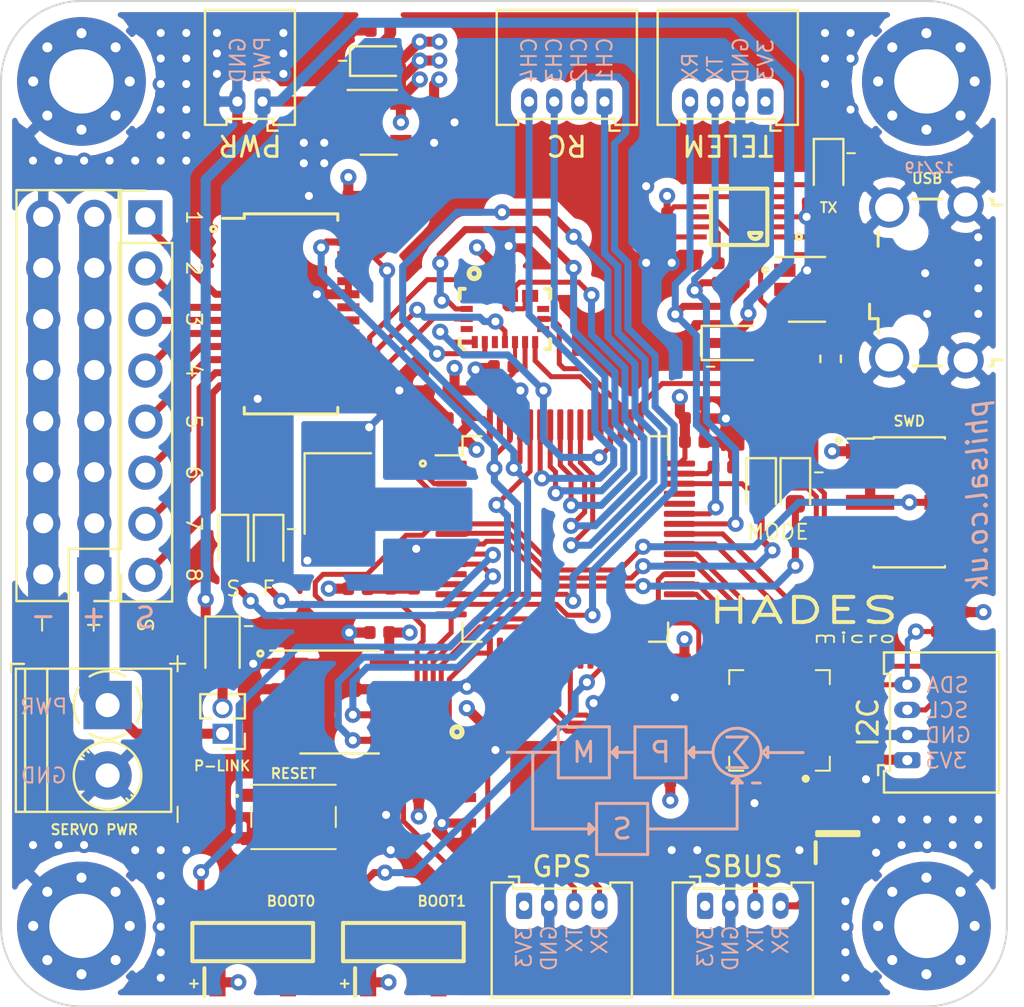
<source format=kicad_pcb>
(kicad_pcb (version 20171130) (host pcbnew "(5.1.5)-3")
  (layers (0 F.Cu signal) (1 In1.Cu signal) (2 In2.Cu signal) (31 B.Cu signal) (34 B.Paste user) (35 F.Paste user) (36 B.SilkS user) (37 F.SilkS user) (38 B.Mask user) (39 F.Mask user) (44 Edge.Cuts user))
  (net 0 "")
  (net 1 "Net-(BOOT1-Pad3)")
  (net 2 GND)
  (net 3 +3V3)
  (net 4 "Net-(BOOT2-Pad3)")
  (net 5 VCC)
  (net 6 "Net-(C14-Pad1)")
  (net 7 "Net-(C15-Pad1)")
  (net 8 "Net-(C17-Pad1)")
  (net 9 HSE_IN)
  (net 10 "Net-(C21-Pad1)")
  (net 11 VDDA)
  (net 12 "Net-(C24-Pad2)")
  (net 13 "Net-(C24-Pad1)")
  (net 14 "Net-(C26-Pad1)")
  (net 15 NRST)
  (net 16 "Net-(D1-Pad2)")
  (net 17 "Net-(D2-Pad1)")
  (net 18 LED_A)
  (net 19 LED_B)
  (net 20 "Net-(D3-Pad1)")
  (net 21 LED_C)
  (net 22 "Net-(D4-Pad1)")
  (net 23 "Net-(D5-Pad1)")
  (net 24 LED_D)
  (net 25 "Net-(D7-Pad1)")
  (net 26 "Net-(D7-Pad2)")
  (net 27 "Net-(F1-Pad1)")
  (net 28 "Net-(F1-Pad2)")
  (net 29 SPI1_CS)
  (net 30 SPI1_MISO)
  (net 31 FLASH_!WP)
  (net 32 SPI1_MOSI)
  (net 33 SPI1_SCK)
  (net 34 FLASH_!H)
  (net 35 UART2_TX)
  (net 36 UART2_RX)
  (net 37 I2C3_SDA)
  (net 38 I2C3_SCL)
  (net 39 SPI2_CS)
  (net 40 SPI2_MOSI)
  (net 41 SPI2_SCK)
  (net 42 "Net-(IC1-Pad5)")
  (net 43 SPI2_MISO)
  (net 44 INT_BAR)
  (net 45 BAR_NRST)
  (net 46 "Net-(IC1-Pad11)")
  (net 47 "Net-(IMU1-Pad1)")
  (net 48 INT_MAG)
  (net 49 SPI3_CSGYR)
  (net 50 "Net-(IMU1-Pad8)")
  (net 51 SPI3_SCK)
  (net 52 "Net-(IMU1-Pad10)")
  (net 53 SPI3_MOSI)
  (net 54 SPI3_MISO)
  (net 55 INT_GYR)
  (net 56 "Net-(IMU1-Pad15)")
  (net 57 SPI3_CSACC)
  (net 58 "Net-(IMU1-Pad18)")
  (net 59 INT_ACC)
  (net 60 SPI3_CSMAG)
  (net 61 "Net-(JP1-Pad1)")
  (net 62 HSE_OUT)
  (net 63 TIM2_CH1)
  (net 64 TIM2_CH2)
  (net 65 "Net-(MCU1-Pad26)")
  (net 66 "Net-(MCU1-Pad27)")
  (net 67 BOOT1)
  (net 68 UART3_TX)
  (net 69 UART3_RX)
  (net 70 "Net-(MCU1-Pad33)")
  (net 71 UART1_TX)
  (net 72 UART1_RX)
  (net 73 "Net-(MCU1-Pad44)")
  (net 74 "Net-(MCU1-Pad45)")
  (net 75 SWDIO)
  (net 76 SWCLK)
  (net 77 "Net-(MCU1-Pad50)")
  (net 78 "Net-(MCU1-Pad54)")
  (net 79 TIM4_CH1)
  (net 80 TIM4_CH2)
  (net 81 BOOT0)
  (net 82 I2C1_SCL)
  (net 83 I2C1_SDA)
  (net 84 "Net-(PWM_SIGNAL1-Pad1)")
  (net 85 "Net-(PWM_SIGNAL1-Pad2)")
  (net 86 "Net-(PWM_SIGNAL1-Pad3)")
  (net 87 "Net-(PWM_SIGNAL1-Pad4)")
  (net 88 "Net-(PWM_SIGNAL1-Pad5)")
  (net 89 "Net-(PWM_SIGNAL1-Pad6)")
  (net 90 "Net-(PWM_SIGNAL1-Pad7)")
  (net 91 "Net-(PWM_SIGNAL1-Pad8)")
  (net 92 "Net-(PWR1-Pad1)")
  (net 93 "Net-(R11-Pad2)")
  (net 94 "Net-(R13-Pad2)")
  (net 95 UART3_RX_INV)
  (net 96 "Net-(SWD1-Pad4)")
  (net 97 "Net-(SWD1-Pad7)")
  (net 98 "Net-(SWD1-Pad8)")
  (net 99 "Net-(U1-Pad4)")
  (net 100 "Net-(U2-Pad15)")
  (net 101 "Net-(U2-Pad16)")
  (net 102 "Net-(U2-Pad17)")
  (net 103 "Net-(U2-Pad18)")
  (net 104 "Net-(U2-Pad19)")
  (net 105 "Net-(U2-Pad20)")
  (net 106 "Net-(U2-Pad21)")
  (net 107 "Net-(U2-Pad22)")
  (net 108 "Net-(U2-Pad25)")
  (net 109 USB_CONV_D+)
  (net 110 USB_CONV_D-)
  (net 111 USB_CONN_D-)
  (net 112 USB_CONN_D+)
  (net 113 "Net-(U5-Pad1)")
  (net 114 "Net-(U6-Pad4)")
  (net 115 "Net-(U6-Pad5)")
  (net 116 "Net-(USB1-Pad4)")
  (module Package_SO:TSSOP-28_4.4x9.7mm_P0.65mm (layer F.Cu) (at 34.417 35.56)
    (fp_text reference U2)
    (fp_text value PCA9685PW)
    (pad 1 smd rect (at -2.85 -4.225) (size 1.1 0.4) (layers F.Cu F.Paste F.Mask) (net 2 GND))
    (pad 2 smd rect (at -2.85 -3.575) (size 1.1 0.4) (layers F.Cu F.Paste F.Mask) (net 2 GND))
    (pad 3 smd rect (at -2.85 -2.925) (size 1.1 0.4) (layers F.Cu F.Paste F.Mask) (net 2 GND))
    (pad 4 smd rect (at -2.85 -2.275) (size 1.1 0.4) (layers F.Cu F.Paste F.Mask) (net 2 GND))
    (pad 5 smd rect (at -2.85 -1.625) (size 1.1 0.4) (layers F.Cu F.Paste F.Mask) (net 2 GND))
    (pad 6 smd rect (at -2.85 -0.975) (size 1.1 0.4) (layers F.Cu F.Paste F.Mask) (net 84 "Net-(PWM_SIGNAL1-Pad1)"))
    (pad 7 smd rect (at -2.85 -0.325) (size 1.1 0.4) (layers F.Cu F.Paste F.Mask) (net 85 "Net-(PWM_SIGNAL1-Pad2)"))
    (pad 8 smd rect (at -2.85 0.325) (size 1.1 0.4) (layers F.Cu F.Paste F.Mask) (net 86 "Net-(PWM_SIGNAL1-Pad3)"))
    (pad 9 smd rect (at -2.85 0.975) (size 1.1 0.4) (layers F.Cu F.Paste F.Mask) (net 87 "Net-(PWM_SIGNAL1-Pad4)"))
    (pad 10 smd rect (at -2.85 1.625) (size 1.1 0.4) (layers F.Cu F.Paste F.Mask) (net 88 "Net-(PWM_SIGNAL1-Pad5)"))
    (pad 11 smd rect (at -2.85 2.275) (size 1.1 0.4) (layers F.Cu F.Paste F.Mask) (net 89 "Net-(PWM_SIGNAL1-Pad6)"))
    (pad 12 smd rect (at -2.85 2.925) (size 1.1 0.4) (layers F.Cu F.Paste F.Mask) (net 90 "Net-(PWM_SIGNAL1-Pad7)"))
    (pad 13 smd rect (at -2.85 3.575) (size 1.1 0.4) (layers F.Cu F.Paste F.Mask) (net 91 "Net-(PWM_SIGNAL1-Pad8)"))
    (pad 14 smd rect (at -2.85 4.225) (size 1.1 0.4) (layers F.Cu F.Paste F.Mask) (net 2 GND))
    (pad 15 smd rect (at 2.85 4.225) (size 1.1 0.4) (layers F.Cu F.Paste F.Mask) (net 100 "Net-(U2-Pad15)"))
    (pad 16 smd rect (at 2.85 3.575) (size 1.1 0.4) (layers F.Cu F.Paste F.Mask) (net 101 "Net-(U2-Pad16)"))
    (pad 17 smd rect (at 2.85 2.925) (size 1.1 0.4) (layers F.Cu F.Paste F.Mask) (net 102 "Net-(U2-Pad17)"))
    (pad 18 smd rect (at 2.85 2.275) (size 1.1 0.4) (layers F.Cu F.Paste F.Mask) (net 103 "Net-(U2-Pad18)"))
    (pad 19 smd rect (at 2.85 1.625) (size 1.1 0.4) (layers F.Cu F.Paste F.Mask) (net 104 "Net-(U2-Pad19)"))
    (pad 20 smd rect (at 2.85 0.975) (size 1.1 0.4) (layers F.Cu F.Paste F.Mask) (net 105 "Net-(U2-Pad20)"))
    (pad 21 smd rect (at 2.85 0.325) (size 1.1 0.4) (layers F.Cu F.Paste F.Mask) (net 106 "Net-(U2-Pad21)"))
    (pad 22 smd rect (at 2.85 -0.325) (size 1.1 0.4) (layers F.Cu F.Paste F.Mask) (net 107 "Net-(U2-Pad22)"))
    (pad 23 smd rect (at 2.85 -0.975) (size 1.1 0.4) (layers F.Cu F.Paste F.Mask) (net 2 GND))
    (pad 24 smd rect (at 2.85 -1.625) (size 1.1 0.4) (layers F.Cu F.Paste F.Mask) (net 2 GND))
    (pad 25 smd rect (at 2.85 -2.275) (size 1.1 0.4) (layers F.Cu F.Paste F.Mask) (net 108 "Net-(U2-Pad25)"))
    (pad 26 smd rect (at 2.85 -2.925) (size 1.1 0.4) (layers F.Cu F.Paste F.Mask) (net 82 I2C1_SCL))
    (pad 27 smd rect (at 2.85 -3.575) (size 1.1 0.4) (layers F.Cu F.Paste F.Mask) (net 83 I2C1_SDA))
    (pad 28 smd rect (at 2.85 -4.225) (size 1.1 0.4) (layers F.Cu F.Paste F.Mask) (net 3 +3V3))
  )
  (module Capacitor_SMD:C_0402_1005Metric (layer F.Cu) (at 41.7575 39.37 180)
    (fp_text reference C3)
    (fp_text value 10u)
    (pad 2 smd roundrect (at 0.485 0 180) (size 0.59 0.64) (layers F.Cu F.Paste F.Mask) (net 2 GND))
    (pad 1 smd roundrect (at -0.485 0 180) (size 0.59 0.64) (layers F.Cu F.Paste F.Mask) (net 3 +3V3))
  )
  (module MPRLS0015PA0000SA:MPRLS0015PA0000SA (layer F.Cu) (at 58.6994 55.7784)
    (fp_text reference IC1)
    (fp_text value MPRLS0015PA0000SA hide)
    (pad 1 smd rect (at 1.27 2.1 90) (size 0.65 0.7) (layers F.Cu F.Paste F.Mask) (net 39 SPI2_CS))
    (pad 2 smd rect (at 0 2.1 90) (size 0.65 0.7) (layers F.Cu F.Paste F.Mask) (net 40 SPI2_MOSI))
    (pad 3 smd rect (at -1.27 2.1 90) (size 0.65 0.7) (layers F.Cu F.Paste F.Mask) (net 41 SPI2_SCK))
    (pad 4 smd rect (at -2.1 1.27) (size 0.65 0.7) (layers F.Cu F.Paste F.Mask) (net 12 "Net-(C24-Pad2)"))
    (pad 5 smd rect (at -2.1 0) (size 0.65 0.7) (layers F.Cu F.Paste F.Mask) (net 42 "Net-(IC1-Pad5)"))
    (pad 6 smd rect (at -2.1 -1.27) (size 0.65 0.7) (layers F.Cu F.Paste F.Mask) (net 13 "Net-(C24-Pad1)"))
    (pad 7 smd rect (at -1.27 -2.1 90) (size 0.65 0.7) (layers F.Cu F.Paste F.Mask) (net 43 SPI2_MISO))
    (pad 8 smd rect (at 0 -2.1 90) (size 0.65 0.7) (layers F.Cu F.Paste F.Mask) (net 44 INT_BAR))
    (pad 9 smd rect (at 1.27 -2.1 90) (size 0.65 0.7) (layers F.Cu F.Paste F.Mask) (net 45 BAR_NRST))
    (pad 10 smd rect (at 2.1 -1.27) (size 0.65 0.7) (layers F.Cu F.Paste F.Mask) (net 2 GND))
    (pad 11 smd rect (at 2.1 0) (size 0.65 0.7) (layers F.Cu F.Paste F.Mask) (net 46 "Net-(IC1-Pad11)"))
    (pad 12 smd rect (at 2.1 1.27) (size 0.65 0.7) (layers F.Cu F.Paste F.Mask) (net 3 +3V3))
  )
  (module Package_QFP:LQFP-64_10x10mm_P0.5mm (layer F.Cu) (at 48.0508 46.7554)
    (fp_text reference MCU)
    (fp_text value STM32F405RGT6)
    (pad 1 smd roundrect (at -5.675 -3.75) (size 1.55 0.3) (layers F.Cu F.Paste F.Mask) (net 3 +3V3))
    (pad 2 smd roundrect (at -5.675 -3.25) (size 1.55 0.3) (layers F.Cu F.Paste F.Mask) (net 59 INT_ACC))
    (pad 3 smd roundrect (at -5.675 -2.75) (size 1.55 0.3) (layers F.Cu F.Paste F.Mask) (net 55 INT_GYR))
    (pad 4 smd roundrect (at -5.675 -2.25) (size 1.55 0.3) (layers F.Cu F.Paste F.Mask) (net 48 INT_MAG))
    (pad 5 smd roundrect (at -5.675 -1.75) (size 1.55 0.3) (layers F.Cu F.Paste F.Mask) (net 9 HSE_IN))
    (pad 6 smd roundrect (at -5.675 -1.25) (size 1.55 0.3) (layers F.Cu F.Paste F.Mask) (net 62 HSE_OUT))
    (pad 7 smd roundrect (at -5.675 -0.75) (size 1.55 0.3) (layers F.Cu F.Paste F.Mask) (net 15 NRST))
    (pad 8 smd roundrect (at -5.675 -0.25) (size 1.55 0.3) (layers F.Cu F.Paste F.Mask) (net 18 LED_A))
    (pad 9 smd roundrect (at -5.675 0.25) (size 1.55 0.3) (layers F.Cu F.Paste F.Mask) (net 19 LED_B))
    (pad 10 smd roundrect (at -5.675 0.75) (size 1.55 0.3) (layers F.Cu F.Paste F.Mask) (net 21 LED_C))
    (pad 11 smd roundrect (at -5.675 1.25) (size 1.55 0.3) (layers F.Cu F.Paste F.Mask) (net 24 LED_D))
    (pad 12 smd roundrect (at -5.675 1.75) (size 1.55 0.3) (layers F.Cu F.Paste F.Mask) (net 2 GND))
    (pad 13 smd roundrect (at -5.675 2.25) (size 1.55 0.3) (layers F.Cu F.Paste F.Mask) (net 11 VDDA))
    (pad 14 smd roundrect (at -5.675 2.75) (size 1.55 0.3) (layers F.Cu F.Paste F.Mask) (net 63 TIM2_CH1))
    (pad 15 smd roundrect (at -5.675 3.25) (size 1.55 0.3) (layers F.Cu F.Paste F.Mask) (net 64 TIM2_CH2))
    (pad 16 smd roundrect (at -5.675 3.75) (size 1.55 0.3) (layers F.Cu F.Paste F.Mask) (net 35 UART2_TX))
    (pad 17 smd roundrect (at -3.75 5.675) (size 0.3 1.55) (layers F.Cu F.Paste F.Mask) (net 36 UART2_RX))
    (pad 18 smd roundrect (at -3.25 5.675) (size 0.3 1.55) (layers F.Cu F.Paste F.Mask) (net 2 GND))
    (pad 19 smd roundrect (at -2.75 5.675) (size 0.3 1.55) (layers F.Cu F.Paste F.Mask) (net 3 +3V3))
    (pad 20 smd roundrect (at -2.25 5.675) (size 0.3 1.55) (layers F.Cu F.Paste F.Mask) (net 29 SPI1_CS))
    (pad 21 smd roundrect (at -1.75 5.675) (size 0.3 1.55) (layers F.Cu F.Paste F.Mask) (net 33 SPI1_SCK))
    (pad 22 smd roundrect (at -1.25 5.675) (size 0.3 1.55) (layers F.Cu F.Paste F.Mask) (net 30 SPI1_MISO))
    (pad 23 smd roundrect (at -0.75 5.675) (size 0.3 1.55) (layers F.Cu F.Paste F.Mask) (net 32 SPI1_MOSI))
    (pad 24 smd roundrect (at -0.25 5.675) (size 0.3 1.55) (layers F.Cu F.Paste F.Mask) (net 31 FLASH_!WP))
    (pad 25 smd roundrect (at 0.25 5.675) (size 0.3 1.55) (layers F.Cu F.Paste F.Mask) (net 34 FLASH_!H))
    (pad 26 smd roundrect (at 0.75 5.675) (size 0.3 1.55) (layers F.Cu F.Paste F.Mask) (net 65 "Net-(MCU1-Pad26)"))
    (pad 27 smd roundrect (at 1.25 5.675) (size 0.3 1.55) (layers F.Cu F.Paste F.Mask) (net 66 "Net-(MCU1-Pad27)"))
    (pad 28 smd roundrect (at 1.75 5.675) (size 0.3 1.55) (layers F.Cu F.Paste F.Mask) (net 67 BOOT1))
    (pad 29 smd roundrect (at 2.25 5.675) (size 0.3 1.55) (layers F.Cu F.Paste F.Mask) (net 68 UART3_TX))
    (pad 30 smd roundrect (at 2.75 5.675) (size 0.3 1.55) (layers F.Cu F.Paste F.Mask) (net 69 UART3_RX))
    (pad 31 smd roundrect (at 3.25 5.675) (size 0.3 1.55) (layers F.Cu F.Paste F.Mask) (net 6 "Net-(C14-Pad1)"))
    (pad 32 smd roundrect (at 3.75 5.675) (size 0.3 1.55) (layers F.Cu F.Paste F.Mask) (net 3 +3V3))
    (pad 33 smd roundrect (at 5.675 3.75) (size 1.55 0.3) (layers F.Cu F.Paste F.Mask) (net 70 "Net-(MCU1-Pad33)"))
    (pad 34 smd roundrect (at 5.675 3.25) (size 1.55 0.3) (layers F.Cu F.Paste F.Mask) (net 41 SPI2_SCK))
    (pad 35 smd roundrect (at 5.675 2.75) (size 1.55 0.3) (layers F.Cu F.Paste F.Mask) (net 43 SPI2_MISO))
    (pad 36 smd roundrect (at 5.675 2.25) (size 1.55 0.3) (layers F.Cu F.Paste F.Mask) (net 40 SPI2_MOSI))
    (pad 37 smd roundrect (at 5.675 1.75) (size 1.55 0.3) (layers F.Cu F.Paste F.Mask) (net 39 SPI2_CS))
    (pad 38 smd roundrect (at 5.675 1.25) (size 1.55 0.3) (layers F.Cu F.Paste F.Mask) (net 44 INT_BAR))
    (pad 39 smd roundrect (at 5.675 0.75) (size 1.55 0.3) (layers F.Cu F.Paste F.Mask) (net 45 BAR_NRST))
    (pad 40 smd roundrect (at 5.675 0.25) (size 1.55 0.3) (layers F.Cu F.Paste F.Mask) (net 37 I2C3_SDA))
    (pad 41 smd roundrect (at 5.675 -0.25) (size 1.55 0.3) (layers F.Cu F.Paste F.Mask) (net 38 I2C3_SCL))
    (pad 42 smd roundrect (at 5.675 -0.75) (size 1.55 0.3) (layers F.Cu F.Paste F.Mask) (net 71 UART1_TX))
    (pad 43 smd roundrect (at 5.675 -1.25) (size 1.55 0.3) (layers F.Cu F.Paste F.Mask) (net 72 UART1_RX))
    (pad 44 smd roundrect (at 5.675 -1.75) (size 1.55 0.3) (layers F.Cu F.Paste F.Mask) (net 73 "Net-(MCU1-Pad44)"))
    (pad 45 smd roundrect (at 5.675 -2.25) (size 1.55 0.3) (layers F.Cu F.Paste F.Mask) (net 74 "Net-(MCU1-Pad45)"))
    (pad 46 smd roundrect (at 5.675 -2.75) (size 1.55 0.3) (layers F.Cu F.Paste F.Mask) (net 75 SWDIO))
    (pad 47 smd roundrect (at 5.675 -3.25) (size 1.55 0.3) (layers F.Cu F.Paste F.Mask) (net 7 "Net-(C15-Pad1)"))
    (pad 48 smd roundrect (at 5.675 -3.75) (size 1.55 0.3) (layers F.Cu F.Paste F.Mask) (net 3 +3V3))
    (pad 49 smd roundrect (at 3.75 -5.675) (size 0.3 1.55) (layers F.Cu F.Paste F.Mask) (net 76 SWCLK))
    (pad 50 smd roundrect (at 3.25 -5.675) (size 0.3 1.55) (layers F.Cu F.Paste F.Mask) (net 77 "Net-(MCU1-Pad50)"))
    (pad 51 smd roundrect (at 2.75 -5.675) (size 0.3 1.55) (layers F.Cu F.Paste F.Mask) (net 51 SPI3_SCK))
    (pad 52 smd roundrect (at 2.25 -5.675) (size 0.3 1.55) (layers F.Cu F.Paste F.Mask) (net 54 SPI3_MISO))
    (pad 53 smd roundrect (at 1.75 -5.675) (size 0.3 1.55) (layers F.Cu F.Paste F.Mask) (net 53 SPI3_MOSI))
    (pad 54 smd roundrect (at 1.25 -5.675) (size 0.3 1.55) (layers F.Cu F.Paste F.Mask) (net 78 "Net-(MCU1-Pad54)"))
    (pad 55 smd roundrect (at 0.75 -5.675) (size 0.3 1.55) (layers F.Cu F.Paste F.Mask) (net 57 SPI3_CSACC))
    (pad 56 smd roundrect (at 0.25 -5.675) (size 0.3 1.55) (layers F.Cu F.Paste F.Mask) (net 49 SPI3_CSGYR))
    (pad 57 smd roundrect (at -0.25 -5.675) (size 0.3 1.55) (layers F.Cu F.Paste F.Mask) (net 60 SPI3_CSMAG))
    (pad 58 smd roundrect (at -0.75 -5.675) (size 0.3 1.55) (layers F.Cu F.Paste F.Mask) (net 79 TIM4_CH1))
    (pad 59 smd roundrect (at -1.25 -5.675) (size 0.3 1.55) (layers F.Cu F.Paste F.Mask) (net 80 TIM4_CH2))
    (pad 60 smd roundrect (at -1.75 -5.675) (size 0.3 1.55) (layers F.Cu F.Paste F.Mask) (net 81 BOOT0))
    (pad 61 smd roundrect (at -2.25 -5.675) (size 0.3 1.55) (layers F.Cu F.Paste F.Mask) (net 82 I2C1_SCL))
    (pad 62 smd roundrect (at -2.75 -5.675) (size 0.3 1.55) (layers F.Cu F.Paste F.Mask) (net 83 I2C1_SDA))
    (pad 63 smd roundrect (at -3.25 -5.675) (size 0.3 1.55) (layers F.Cu F.Paste F.Mask) (net 2 GND))
    (pad 64 smd roundrect (at -3.75 -5.675) (size 0.3 1.55) (layers F.Cu F.Paste F.Mask) (net 3 +3V3))
  )
  (module MountingHole:MountingHole_3.2mm_M3_Pad_Via (layer F.Cu) (at 66 66)
    (fp_text reference REF** hide)
    (fp_text value MountingHole_3.2mm_M3_Pad_Via)
    (pad 1 thru_hole circle (at 0 0) (size 6.4 6.4) (drill 3.2) (layers *.Cu *.Mask) (net 2 GND))
    (pad 1 thru_hole circle (at 2.4 0) (size 0.8 0.8) (drill 0.5) (layers *.Cu *.Mask))
    (pad 1 thru_hole circle (at 1.697056 1.697056) (size 0.8 0.8) (drill 0.5) (layers *.Cu *.Mask))
    (pad 1 thru_hole circle (at 0 2.4) (size 0.8 0.8) (drill 0.5) (layers *.Cu *.Mask))
    (pad 1 thru_hole circle (at -1.697056 1.697056) (size 0.8 0.8) (drill 0.5) (layers *.Cu *.Mask))
    (pad 1 thru_hole circle (at -2.4 0) (size 0.8 0.8) (drill 0.5) (layers *.Cu *.Mask))
    (pad 1 thru_hole circle (at -1.697056 -1.697056) (size 0.8 0.8) (drill 0.5) (layers *.Cu *.Mask))
    (pad 1 thru_hole circle (at 0 -2.4) (size 0.8 0.8) (drill 0.5) (layers *.Cu *.Mask))
    (pad 1 thru_hole circle (at 1.697056 -1.697056) (size 0.8 0.8) (drill 0.5) (layers *.Cu *.Mask) (net 2 GND))
  )
  (module MountingHole:MountingHole_3.2mm_M3_Pad_Via (layer F.Cu) (at 24 66)
    (fp_text reference REF** hide)
    (fp_text value MountingHole_3.2mm_M3_Pad_Via)
    (pad 1 thru_hole circle (at 1.697056 -1.697056) (size 0.8 0.8) (drill 0.5) (layers *.Cu *.Mask))
    (pad 1 thru_hole circle (at 0 -2.4) (size 0.8 0.8) (drill 0.5) (layers *.Cu *.Mask))
    (pad 1 thru_hole circle (at -1.697056 -1.697056) (size 0.8 0.8) (drill 0.5) (layers *.Cu *.Mask) (net 2 GND))
    (pad 1 thru_hole circle (at -2.4 0) (size 0.8 0.8) (drill 0.5) (layers *.Cu *.Mask))
    (pad 1 thru_hole circle (at -1.697056 1.697056) (size 0.8 0.8) (drill 0.5) (layers *.Cu *.Mask))
    (pad 1 thru_hole circle (at 0 2.4) (size 0.8 0.8) (drill 0.5) (layers *.Cu *.Mask))
    (pad 1 thru_hole circle (at 1.697056 1.697056) (size 0.8 0.8) (drill 0.5) (layers *.Cu *.Mask))
    (pad 1 thru_hole circle (at 2.4 0) (size 0.8 0.8) (drill 0.5) (layers *.Cu *.Mask))
    (pad 1 thru_hole circle (at 0 0) (size 6.4 6.4) (drill 3.2) (layers *.Cu *.Mask) (net 2 GND))
  )
  (module MountingHole:MountingHole_3.2mm_M3_Pad_Via (layer F.Cu) (at 24 24)
    (fp_text reference REF** hide)
    (fp_text value MountingHole_3.2mm_M3_Pad_Via)
    (pad 1 thru_hole circle (at 0 0) (size 6.4 6.4) (drill 3.2) (layers *.Cu *.Mask) (net 2 GND))
    (pad 1 thru_hole circle (at 2.4 0) (size 0.8 0.8) (drill 0.5) (layers *.Cu *.Mask))
    (pad 1 thru_hole circle (at 1.697056 1.697056) (size 0.8 0.8) (drill 0.5) (layers *.Cu *.Mask))
    (pad 1 thru_hole circle (at 0 2.4) (size 0.8 0.8) (drill 0.5) (layers *.Cu *.Mask))
    (pad 1 thru_hole circle (at -1.697056 1.697056) (size 0.8 0.8) (drill 0.5) (layers *.Cu *.Mask) (net 2 GND))
    (pad 1 thru_hole circle (at -2.4 0) (size 0.8 0.8) (drill 0.5) (layers *.Cu *.Mask))
    (pad 1 thru_hole circle (at -1.697056 -1.697056) (size 0.8 0.8) (drill 0.5) (layers *.Cu *.Mask))
    (pad 1 thru_hole circle (at 0 -2.4) (size 0.8 0.8) (drill 0.5) (layers *.Cu *.Mask))
    (pad 1 thru_hole circle (at 1.697056 -1.697056) (size 0.8 0.8) (drill 0.5) (layers *.Cu *.Mask))
  )
  (module MountingHole:MountingHole_3.2mm_M3_Pad_Via (layer F.Cu) (at 66 24)
    (fp_text reference REF** hide)
    (fp_text value MountingHole_3.2mm_M3_Pad_Via)
    (pad 1 thru_hole circle (at 1.697056 -1.697056) (size 0.8 0.8) (drill 0.5) (layers *.Cu *.Mask))
    (pad 1 thru_hole circle (at 0 -2.4) (size 0.8 0.8) (drill 0.5) (layers *.Cu *.Mask))
    (pad 1 thru_hole circle (at -1.697056 -1.697056) (size 0.8 0.8) (drill 0.5) (layers *.Cu *.Mask))
    (pad 1 thru_hole circle (at -2.4 0) (size 0.8 0.8) (drill 0.5) (layers *.Cu *.Mask))
    (pad 1 thru_hole circle (at -1.697056 1.697056) (size 0.8 0.8) (drill 0.5) (layers *.Cu *.Mask))
    (pad 1 thru_hole circle (at 0 2.4) (size 0.8 0.8) (drill 0.5) (layers *.Cu *.Mask))
    (pad 1 thru_hole circle (at 1.697056 1.697056) (size 0.8 0.8) (drill 0.5) (layers *.Cu *.Mask) (net 2 GND))
    (pad 1 thru_hole circle (at 2.4 0) (size 0.8 0.8) (drill 0.5) (layers *.Cu *.Mask))
    (pad 1 thru_hole circle (at 0 0) (size 6.4 6.4) (drill 3.2) (layers *.Cu *.Mask) (net 2 GND))
  )
  (module TerminalBlock_Phoenix:TerminalBlock_Phoenix_PT-1,5-2-3.5-H_1x02_P3.50mm_Horizontal (layer F.Cu) (at 25.2984 55.0164 270)
    (fp_text reference SERVO1)
    (fp_text value TrmnlBlck)
    (pad 2 thru_hole circle (at 3.5 0 270) (size 2.4 2.4) (drill 1.2) (layers *.Cu *.Mask) (net 2 GND))
    (pad 1 thru_hole rect (at 0 0 270) (size 2.4 2.4) (drill 1.2) (layers *.Cu *.Mask) (net 61 "Net-(JP1-Pad1)"))
  )
  (module TDD01H0SB1R:SOT175P420X230-3N (layer F.Cu) (at 32.512 66.802 90)
    (fp_text reference BOOT1)
    (fp_text value TDD01H0SB1R hide)
    (pad 3 smd rect (at 2 0 180) (size 0.8 1.4) (layers F.Cu F.Paste F.Mask) (net 1 "Net-(BOOT1-Pad3)"))
    (pad 2 smd rect (at -2 1.75 180) (size 0.8 1.4) (layers F.Cu F.Paste F.Mask) (net 2 GND))
    (pad 1 smd rect (at -2 -1.75 180) (size 0.8 1.4) (layers F.Cu F.Paste F.Mask) (net 3 +3V3))
  )
  (module TDD01H0SB1R:SOT175P420X230-3N (layer F.Cu) (at 40 66.802 90)
    (fp_text reference BOOT2)
    (fp_text value TDD01H0SB1R hide)
    (pad 1 smd rect (at -2 -1.75 180) (size 0.8 1.4) (layers F.Cu F.Paste F.Mask) (net 3 +3V3))
    (pad 2 smd rect (at -2 1.75 180) (size 0.8 1.4) (layers F.Cu F.Paste F.Mask) (net 2 GND))
    (pad 3 smd rect (at 2 0 180) (size 0.8 1.4) (layers F.Cu F.Paste F.Mask) (net 4 "Net-(BOOT2-Pad3)"))
  )
  (module Capacitor_SMD:C_0402_1005Metric (layer F.Cu) (at 36.068 25.527 270)
    (fp_text reference C1)
    (fp_text value 1u)
    (pad 2 smd roundrect (at 0.485 0 270) (size 0.59 0.64) (layers F.Cu F.Paste F.Mask) (net 2 GND))
    (pad 1 smd roundrect (at -0.485 0 270) (size 0.59 0.64) (layers F.Cu F.Paste F.Mask) (net 5 VCC))
  )
  (module Capacitor_SMD:C_0402_1005Metric (layer F.Cu) (at 41.529 25.527 270)
    (fp_text reference C2)
    (fp_text value 1u)
    (pad 1 smd roundrect (at -0.485 0 270) (size 0.59 0.64) (layers F.Cu F.Paste F.Mask) (net 3 +3V3))
    (pad 2 smd roundrect (at 0.485 0 270) (size 0.59 0.64) (layers F.Cu F.Paste F.Mask) (net 2 GND))
  )
  (module Capacitor_SMD:C_0402_1005Metric (layer F.Cu) (at 44.473 39.37)
    (fp_text reference C4)
    (fp_text value 100n)
    (pad 1 smd roundrect (at -0.485 0) (size 0.59 0.64) (layers F.Cu F.Paste F.Mask) (net 3 +3V3))
    (pad 2 smd roundrect (at 0.485 0) (size 0.59 0.64) (layers F.Cu F.Paste F.Mask) (net 2 GND))
  )
  (module Capacitor_SMD:C_0402_1005Metric (layer F.Cu) (at 42.695 40.767 180)
    (fp_text reference C5)
    (fp_text value 100n)
    (pad 1 smd roundrect (at -0.485 0 180) (size 0.59 0.64) (layers F.Cu F.Paste F.Mask) (net 3 +3V3))
    (pad 2 smd roundrect (at 0.485 0 180) (size 0.59 0.64) (layers F.Cu F.Paste F.Mask) (net 2 GND))
  )
  (module Capacitor_SMD:C_0402_1005Metric (layer F.Cu) (at 54.483 41.91)
    (fp_text reference C6)
    (fp_text value 100n)
    (pad 1 smd roundrect (at -0.485 0) (size 0.59 0.64) (layers F.Cu F.Paste F.Mask) (net 3 +3V3))
    (pad 2 smd roundrect (at 0.485 0) (size 0.59 0.64) (layers F.Cu F.Paste F.Mask) (net 2 GND))
  )
  (module Capacitor_SMD:C_0402_1005Metric (layer F.Cu) (at 54.483 40.767)
    (fp_text reference C7)
    (fp_text value 100n)
    (pad 2 smd roundrect (at 0.485 0) (size 0.59 0.64) (layers F.Cu F.Paste F.Mask) (net 2 GND))
    (pad 1 smd roundrect (at -0.485 0) (size 0.59 0.64) (layers F.Cu F.Paste F.Mask) (net 3 +3V3))
  )
  (module Capacitor_SMD:C_0402_1005Metric (layer F.Cu) (at 52.832 53.19 270)
    (fp_text reference C8)
    (fp_text value 100n)
    (pad 1 smd roundrect (at -0.485 0 270) (size 0.59 0.64) (layers F.Cu F.Paste F.Mask) (net 3 +3V3))
    (pad 2 smd roundrect (at 0.485 0 270) (size 0.59 0.64) (layers F.Cu F.Paste F.Mask) (net 2 GND))
  )
  (module Capacitor_SMD:C_0402_1005Metric (layer F.Cu) (at 53.975 53.19 270)
    (fp_text reference C9)
    (fp_text value 100n)
    (pad 2 smd roundrect (at 0.485 0 270) (size 0.59 0.64) (layers F.Cu F.Paste F.Mask) (net 2 GND))
    (pad 1 smd roundrect (at -0.485 0 270) (size 0.59 0.64) (layers F.Cu F.Paste F.Mask) (net 3 +3V3))
  )
  (module Capacitor_SMD:C_0402_1005Metric (layer F.Cu) (at 44.981 54.102 180)
    (fp_text reference C10)
    (fp_text value 100n)
    (pad 1 smd roundrect (at -0.485 0 180) (size 0.59 0.64) (layers F.Cu F.Paste F.Mask) (net 3 +3V3))
    (pad 2 smd roundrect (at 0.485 0 180) (size 0.59 0.64) (layers F.Cu F.Paste F.Mask) (net 2 GND))
  )
  (module Capacitor_SMD:C_0402_1005Metric (layer F.Cu) (at 44.981 55.118 180)
    (fp_text reference C11)
    (fp_text value 100n)
    (pad 2 smd roundrect (at 0.485 0 180) (size 0.59 0.64) (layers F.Cu F.Paste F.Mask) (net 2 GND))
    (pad 1 smd roundrect (at -0.485 0 180) (size 0.59 0.64) (layers F.Cu F.Paste F.Mask) (net 3 +3V3))
  )
  (module Capacitor_SMD:C_0402_1005Metric (layer F.Cu) (at 41.656 41.91 180)
    (fp_text reference C12)
    (fp_text value 100n)
    (pad 1 smd roundrect (at -0.485 0 180) (size 0.59 0.64) (layers F.Cu F.Paste F.Mask) (net 3 +3V3))
    (pad 2 smd roundrect (at 0.485 0 180) (size 0.59 0.64) (layers F.Cu F.Paste F.Mask) (net 2 GND))
  )
  (module Capacitor_SMD:C_0402_1005Metric (layer F.Cu) (at 36.7816 29.6926 180)
    (fp_text reference C13)
    (fp_text value 100n)
    (pad 2 smd roundrect (at 0.485 0 180) (size 0.59 0.64) (layers F.Cu F.Paste F.Mask) (net 2 GND))
    (pad 1 smd roundrect (at -0.485 0 180) (size 0.59 0.64) (layers F.Cu F.Paste F.Mask) (net 3 +3V3))
  )
  (module Capacitor_SMD:C_0402_1005Metric (layer F.Cu) (at 52.047 54.6354)
    (fp_text reference C14)
    (fp_text value 2u2)
    (pad 2 smd roundrect (at 0.485 0) (size 0.59 0.64) (layers F.Cu F.Paste F.Mask) (net 2 GND))
    (pad 1 smd roundrect (at -0.485 0) (size 0.59 0.64) (layers F.Cu F.Paste F.Mask) (net 6 "Net-(C14-Pad1)"))
  )
  (module Capacitor_SMD:C_0402_1005Metric (layer F.Cu) (at 55.9054 43.18)
    (fp_text reference C15)
    (fp_text value 2u2)
    (pad 1 smd roundrect (at -0.485 0) (size 0.59 0.64) (layers F.Cu F.Paste F.Mask) (net 7 "Net-(C15-Pad1)"))
    (pad 2 smd roundrect (at 0.485 0) (size 0.59 0.64) (layers F.Cu F.Paste F.Mask) (net 2 GND))
  )
  (module Capacitor_SMD:C_0402_1005Metric (layer F.Cu) (at 38.8112 51.4096 180)
    (fp_text reference C16)
    (fp_text value 100n)
    (pad 2 smd roundrect (at 0.485 0 180) (size 0.59 0.64) (layers F.Cu F.Paste F.Mask) (net 2 GND))
    (pad 1 smd roundrect (at -0.485 0 180) (size 0.59 0.64) (layers F.Cu F.Paste F.Mask) (net 3 +3V3))
  )
  (module Capacitor_SMD:C_0402_1005Metric (layer F.Cu) (at 58.6486 37.4928 270)
    (fp_text reference C17)
    (fp_text value 100n)
    (pad 1 smd roundrect (at -0.485 0 270) (size 0.59 0.64) (layers F.Cu F.Paste F.Mask) (net 8 "Net-(C17-Pad1)"))
    (pad 2 smd roundrect (at 0.485 0 270) (size 0.59 0.64) (layers F.Cu F.Paste F.Mask) (net 2 GND))
  )
  (module Capacitor_SMD:C_0402_1005Metric (layer F.Cu) (at 44.8056 33.2994)
    (fp_text reference C18)
    (fp_text value 100n)
    (pad 1 smd roundrect (at -0.485 0) (size 0.59 0.64) (layers F.Cu F.Paste F.Mask) (net 3 +3V3))
    (pad 2 smd roundrect (at 0.485 0) (size 0.59 0.64) (layers F.Cu F.Paste F.Mask) (net 2 GND))
  )
  (module Capacitor_SMD:C_0402_1005Metric (layer F.Cu) (at 44.9858 38.1762 180)
    (fp_text reference C19)
    (fp_text value 100n)
    (pad 2 smd roundrect (at 0.485 0 180) (size 0.59 0.64) (layers F.Cu F.Paste F.Mask) (net 2 GND))
    (pad 1 smd roundrect (at -0.485 0 180) (size 0.59 0.64) (layers F.Cu F.Paste F.Mask) (net 3 +3V3))
  )
  (module Capacitor_SMD:C_0402_1005Metric (layer F.Cu) (at 36.703 41.529)
    (fp_text reference C20)
    (fp_text value 10p)
    (pad 1 smd roundrect (at -0.485 0) (size 0.59 0.64) (layers F.Cu F.Paste F.Mask) (net 9 HSE_IN))
    (pad 2 smd roundrect (at 0.485 0) (size 0.59 0.64) (layers F.Cu F.Paste F.Mask) (net 2 GND))
  )
  (module Capacitor_SMD:C_0402_1005Metric (layer F.Cu) (at 36.703 47.498 180)
    (fp_text reference C21)
    (fp_text value 10p)
    (pad 2 smd roundrect (at 0.485 0 180) (size 0.59 0.64) (layers F.Cu F.Paste F.Mask) (net 2 GND))
    (pad 1 smd roundrect (at -0.485 0 180) (size 0.59 0.64) (layers F.Cu F.Paste F.Mask) (net 10 "Net-(C21-Pad1)"))
  )
  (module Capacitor_SMD:C_0402_1005Metric (layer F.Cu) (at 39.37 48.7402 90)
    (fp_text reference C22)
    (fp_text value 1u)
    (pad 2 smd roundrect (at 0.485 0 90) (size 0.59 0.64) (layers F.Cu F.Paste F.Mask) (net 2 GND))
    (pad 1 smd roundrect (at -0.485 0 90) (size 0.59 0.64) (layers F.Cu F.Paste F.Mask) (net 11 VDDA))
  )
  (module Capacitor_SMD:C_0402_1005Metric (layer F.Cu) (at 40.513 48.7402 90)
    (fp_text reference C23)
    (fp_text value 100n)
    (pad 2 smd roundrect (at 0.485 0 90) (size 0.59 0.64) (layers F.Cu F.Paste F.Mask) (net 2 GND))
    (pad 1 smd roundrect (at -0.485 0 90) (size 0.59 0.64) (layers F.Cu F.Paste F.Mask) (net 11 VDDA))
  )
  (module Capacitor_SMD:C_0402_1005Metric (layer F.Cu) (at 55.3974 55.7784 270)
    (fp_text reference C24)
    (fp_text value 1n)
    (pad 2 smd roundrect (at 0.485 0 270) (size 0.59 0.64) (layers F.Cu F.Paste F.Mask) (net 12 "Net-(C24-Pad2)"))
    (pad 1 smd roundrect (at -0.485 0 270) (size 0.59 0.64) (layers F.Cu F.Paste F.Mask) (net 13 "Net-(C24-Pad1)"))
  )
  (module Capacitor_SMD:C_0402_1005Metric (layer F.Cu) (at 61.976 58.2192 90)
    (fp_text reference C25)
    (fp_text value 100n)
    (pad 1 smd roundrect (at -0.485 0 90) (size 0.59 0.64) (layers F.Cu F.Paste F.Mask) (net 2 GND))
    (pad 2 smd roundrect (at 0.485 0 90) (size 0.59 0.64) (layers F.Cu F.Paste F.Mask) (net 3 +3V3))
  )
  (module Capacitor_SMD:C_0402_1005Metric (layer F.Cu) (at 52.6264 31.7246 180)
    (fp_text reference C26)
    (fp_text value 100n)
    (pad 1 smd roundrect (at -0.485 0 180) (size 0.59 0.64) (layers F.Cu F.Paste F.Mask) (net 14 "Net-(C26-Pad1)"))
    (pad 2 smd roundrect (at 0.485 0 180) (size 0.59 0.64) (layers F.Cu F.Paste F.Mask) (net 2 GND))
  )
  (module Capacitor_SMD:C_0402_1005Metric (layer F.Cu) (at 59.1034 60.452 180)
    (fp_text reference C27)
    (fp_text value 100n)
    (pad 1 smd roundrect (at -0.485 0 180) (size 0.59 0.64) (layers F.Cu F.Paste F.Mask) (net 3 +3V3))
    (pad 2 smd roundrect (at 0.485 0 180) (size 0.59 0.64) (layers F.Cu F.Paste F.Mask) (net 2 GND))
  )
  (module Capacitor_SMD:C_0402_1005Metric (layer F.Cu) (at 52.324 56.9444 90)
    (fp_text reference C28)
    (fp_text value 100n)
    (pad 1 smd roundrect (at -0.485 0 90) (size 0.59 0.64) (layers F.Cu F.Paste F.Mask) (net 3 +3V3))
    (pad 2 smd roundrect (at 0.485 0 90) (size 0.59 0.64) (layers F.Cu F.Paste F.Mask) (net 2 GND))
  )
  (module Capacitor_SMD:C_0402_1005Metric (layer F.Cu) (at 52.6264 30.5816 180)
    (fp_text reference C29)
    (fp_text value 100n)
    (pad 2 smd roundrect (at 0.485 0 180) (size 0.59 0.64) (layers F.Cu F.Paste F.Mask) (net 2 GND))
    (pad 1 smd roundrect (at -0.485 0 180) (size 0.59 0.64) (layers F.Cu F.Paste F.Mask) (net 3 +3V3))
  )
  (module Capacitor_SMD:C_0402_1005Metric (layer F.Cu) (at 38.1508 59.9924 270)
    (fp_text reference C30)
    (fp_text value 100n)
    (pad 2 smd roundrect (at 0.485 0 270) (size 0.59 0.64) (layers F.Cu F.Paste F.Mask) (net 2 GND))
    (pad 1 smd roundrect (at -0.485 0 270) (size 0.59 0.64) (layers F.Cu F.Paste F.Mask) (net 15 NRST))
  )
  (module Diode_SMD:D_SOD-323 (layer F.Cu) (at 31.0134 52.1122 270)
    (fp_text reference D1)
    (fp_text value D_Schottky)
    (pad 2 smd rect (at 1.05 0 270) (size 0.6 0.45) (layers F.Cu F.Paste F.Mask) (net 16 "Net-(D1-Pad2)"))
    (pad 1 smd rect (at -1.05 0 270) (size 0.6 0.45) (layers F.Cu F.Paste F.Mask) (net 5 VCC))
  )
  (module LED_SMD:LED_0603_1608Metric (layer F.Cu) (at 57.785 44.2213 270)
    (fp_text reference D2)
    (fp_text value GR)
    (pad 1 smd roundrect (at -0.7875 0 270) (size 0.875 0.95) (layers F.Cu F.Paste F.Mask) (net 17 "Net-(D2-Pad1)"))
    (pad 2 smd roundrect (at 0.7875 0 270) (size 0.875 0.95) (layers F.Cu F.Paste F.Mask) (net 18 LED_A))
  )
  (module LED_SMD:LED_0603_1608Metric (layer F.Cu) (at 59.4868 44.2213 270)
    (fp_text reference D3)
    (fp_text value RE)
    (pad 2 smd roundrect (at 0.7875 0 270) (size 0.875 0.95) (layers F.Cu F.Paste F.Mask) (net 19 LED_B))
    (pad 1 smd roundrect (at -0.7875 0 270) (size 0.875 0.95) (layers F.Cu F.Paste F.Mask) (net 20 "Net-(D3-Pad1)"))
  )
  (module LED_SMD:LED_0603_1608Metric (layer F.Cu) (at 33.2994 47.0407 270)
    (fp_text reference D4)
    (fp_text value BL)
    (pad 2 smd roundrect (at 0.7875 0 270) (size 0.875 0.95) (layers F.Cu F.Paste F.Mask) (net 21 LED_C))
    (pad 1 smd roundrect (at -0.7875 0 270) (size 0.875 0.95) (layers F.Cu F.Paste F.Mask) (net 22 "Net-(D4-Pad1)"))
  )
  (module LED_SMD:LED_0603_1608Metric (layer F.Cu) (at 31.5468 47.0407 270)
    (fp_text reference D5)
    (fp_text value BL)
    (pad 1 smd roundrect (at -0.7875 0 270) (size 0.875 0.95) (layers F.Cu F.Paste F.Mask) (net 23 "Net-(D5-Pad1)"))
    (pad 2 smd roundrect (at 0.7875 0 270) (size 0.875 0.95) (layers F.Cu F.Paste F.Mask) (net 24 LED_D))
  )
  (module Diode_SMD:D_SOD-323 (layer F.Cu) (at 56.3286 37.0078)
    (fp_text reference D6)
    (fp_text value D_Schottky)
    (pad 1 smd rect (at -1.05 0) (size 0.6 0.45) (layers F.Cu F.Paste F.Mask) (net 5 VCC))
    (pad 2 smd rect (at 1.05 0) (size 0.6 0.45) (layers F.Cu F.Paste F.Mask) (net 8 "Net-(C17-Pad1)"))
  )
  (module LED_SMD:LED_0603_1608Metric (layer F.Cu) (at 61.1378 28.3463 270)
    (fp_text reference D7)
    (fp_text value YE)
    (pad 1 smd roundrect (at -0.7875 0 270) (size 0.875 0.95) (layers F.Cu F.Paste F.Mask) (net 25 "Net-(D7-Pad1)"))
    (pad 2 smd roundrect (at 0.7875 0 270) (size 0.875 0.95) (layers F.Cu F.Paste F.Mask) (net 26 "Net-(D7-Pad2)"))
  )
  (module Fuse:Fuse_0603_1608Metric (layer F.Cu) (at 61.2394 37.7953 90)
    (fp_text reference F1)
    (fp_text value Fuse)
    (pad 1 smd roundrect (at -0.7875 0 90) (size 0.875 0.95) (layers F.Cu F.Paste F.Mask) (net 27 "Net-(F1-Pad1)"))
    (pad 2 smd roundrect (at 0.7875 0 90) (size 0.875 0.95) (layers F.Cu F.Paste F.Mask) (net 28 "Net-(F1-Pad2)"))
  )
  (module Inductor_SMD:L_0402_1005Metric (layer F.Cu) (at 59.7916 37.4928 270)
    (fp_text reference FB1)
    (fp_text value FB_Small)
    (pad 2 smd roundrect (at 0.485 0 270) (size 0.59 0.64) (layers F.Cu F.Paste F.Mask) (net 27 "Net-(F1-Pad1)"))
    (pad 1 smd roundrect (at -0.485 0 270) (size 0.59 0.64) (layers F.Cu F.Paste F.Mask) (net 8 "Net-(C17-Pad1)"))
  )
  (module Inductor_SMD:L_0402_1005Metric (layer F.Cu) (at 37.742 49.2252 180)
    (fp_text reference FB2)
    (fp_text value FB_Small)
    (pad 1 smd roundrect (at -0.485 0 180) (size 0.59 0.64) (layers F.Cu F.Paste F.Mask) (net 11 VDDA))
    (pad 2 smd roundrect (at 0.485 0 180) (size 0.59 0.64) (layers F.Cu F.Paste F.Mask) (net 3 +3V3))
  )
  (module W25N01GVZEIG_TR:SON127P800X600X80-9N-D (layer F.Cu) (at 47.0408 58.9788)
    (fp_text reference FLASH1)
    (fp_text value W25N01GVZEIG_TR hide)
    (pad 1 smd rect (at -3.9 -1.905 90) (size 0.45 0.95) (layers F.Cu F.Paste F.Mask) (net 29 SPI1_CS))
    (pad 2 smd rect (at -3.9 -0.635 90) (size 0.45 0.95) (layers F.Cu F.Paste F.Mask) (net 30 SPI1_MISO))
    (pad 3 smd rect (at -3.9 0.635 90) (size 0.45 0.95) (layers F.Cu F.Paste F.Mask) (net 31 FLASH_!WP))
    (pad 4 smd rect (at -3.9 1.905 90) (size 0.45 0.95) (layers F.Cu F.Paste F.Mask) (net 2 GND))
    (pad 5 smd rect (at 3.9 1.905 90) (size 0.45 0.95) (layers F.Cu F.Paste F.Mask) (net 32 SPI1_MOSI))
    (pad 6 smd rect (at 3.9 0.635 90) (size 0.45 0.95) (layers F.Cu F.Paste F.Mask) (net 33 SPI1_SCK))
    (pad 7 smd rect (at 3.9 -0.635 90) (size 0.45 0.95) (layers F.Cu F.Paste F.Mask) (net 34 FLASH_!H))
    (pad 8 smd rect (at 3.9 -1.905 90) (size 0.45 0.95) (layers F.Cu F.Paste F.Mask) (net 3 +3V3))
    (pad 9 smd rect (at 0 0) (size 3.45 4.35) (layers F.Cu F.Paste F.Mask) (net 2 GND))
  )
  (module Connector_Molex:Molex_PicoBlade_53048-0410_1x04_P1.25mm_Horizontal (layer F.Cu) (at 46 65)
    (fp_text reference GPS (at 1.88 -1.95) (layer F.SilkS))
    (fp_text value Conn_01x04)
    (pad 1 thru_hole roundrect (at 0 0) (size 0.8 1.3) (drill 0.5) (layers *.Cu *.Mask) (net 3 +3V3))
    (pad 2 thru_hole oval (at 1.25 0) (size 0.8 1.3) (drill 0.5) (layers *.Cu *.Mask) (net 2 GND))
    (pad 3 thru_hole oval (at 2.5 0) (size 0.8 1.3) (drill 0.5) (layers *.Cu *.Mask) (net 35 UART2_TX))
    (pad 4 thru_hole oval (at 3.75 0) (size 0.8 1.3) (drill 0.5) (layers *.Cu *.Mask) (net 36 UART2_RX))
  )
  (module Crystal:Crystal_SMD_Abracon_ABM8G-4Pin_3.2x2.5mm (layer F.Cu) (at 36.742 44.493 270)
    (fp_text reference HSE1)
    (fp_text value 16MHz)
    (pad 1 smd rect (at -1.1 0.85 270) (size 1.4 1.2) (layers F.Cu F.Paste F.Mask) (net 9 HSE_IN))
    (pad 2 smd rect (at 1.1 0.85 270) (size 1.4 1.2) (layers F.Cu F.Paste F.Mask) (net 2 GND))
    (pad 3 smd rect (at 1.1 -0.85 270) (size 1.4 1.2) (layers F.Cu F.Paste F.Mask) (net 10 "Net-(C21-Pad1)"))
    (pad 4 smd rect (at -1.1 -0.85 270) (size 1.4 1.2) (layers F.Cu F.Paste F.Mask) (net 2 GND))
  )
  (module Connector_Molex:Molex_PicoBlade_53048-0410_1x04_P1.25mm_Horizontal (layer F.Cu) (at 65.0508 57.7554 90)
    (fp_text reference I2C (at 1.88 -1.95 90) (layer F.SilkS))
    (fp_text value Conn_01x04)
    (pad 4 thru_hole oval (at 3.75 0 90) (size 0.8 1.3) (drill 0.5) (layers *.Cu *.Mask) (net 37 I2C3_SDA))
    (pad 3 thru_hole oval (at 2.5 0 90) (size 0.8 1.3) (drill 0.5) (layers *.Cu *.Mask) (net 38 I2C3_SCL))
    (pad 2 thru_hole oval (at 1.25 0 90) (size 0.8 1.3) (drill 0.5) (layers *.Cu *.Mask) (net 2 GND))
    (pad 1 thru_hole roundrect (at 0 0 90) (size 0.8 1.3) (drill 0.5) (layers *.Cu *.Mask) (net 3 +3V3))
  )
  (module BMX055:LGA_PACKAGE_20_PINS (layer F.Cu) (at 45.0508 35.814 90)
    (fp_text reference IMU1)
    (fp_text value BMX055 hide)
    (pad 1 smd rect (at 1.15 -1.5 180) (size 0.3 0.6) (layers F.Cu F.Paste F.Mask) (net 47 "Net-(IMU1-Pad1)"))
    (pad 2 smd rect (at 1.15 -1 180) (size 0.3 0.6) (layers F.Cu F.Paste F.Mask) (net 48 INT_MAG))
    (pad 3 smd rect (at 1.15 -0.5 180) (size 0.3 0.6) (layers F.Cu F.Paste F.Mask) (net 3 +3V3))
    (pad 4 smd rect (at 1.15 0 180) (size 0.3 0.6) (layers F.Cu F.Paste F.Mask) (net 2 GND))
    (pad 5 smd rect (at 1.15 0.5 180) (size 0.3 0.6) (layers F.Cu F.Paste F.Mask) (net 49 SPI3_CSGYR))
    (pad 6 smd rect (at 1.15 1 180) (size 0.3 0.6) (layers F.Cu F.Paste F.Mask) (net 2 GND))
    (pad 7 smd rect (at 1.15 1.5 180) (size 0.3 0.6) (layers F.Cu F.Paste F.Mask) (net 2 GND))
    (pad 8 smd rect (at 0.5 1.9 90) (size 0.3 0.6) (layers F.Cu F.Paste F.Mask) (net 50 "Net-(IMU1-Pad8)"))
    (pad 9 smd rect (at 0 1.9 90) (size 0.3 0.6) (layers F.Cu F.Paste F.Mask) (net 51 SPI3_SCK))
    (pad 10 smd rect (at -0.5 1.9 90) (size 0.3 0.6) (layers F.Cu F.Paste F.Mask) (net 52 "Net-(IMU1-Pad10)"))
    (pad 11 smd rect (at -1.15 1.5 180) (size 0.3 0.6) (layers F.Cu F.Paste F.Mask) (net 53 SPI3_MOSI))
    (pad 12 smd rect (at -1.15 1 180) (size 0.3 0.6) (layers F.Cu F.Paste F.Mask) (net 54 SPI3_MISO))
    (pad 13 smd rect (at -1.15 0.5 180) (size 0.3 0.6) (layers F.Cu F.Paste F.Mask) (net 3 +3V3))
    (pad 14 smd rect (at -1.15 0 180) (size 0.3 0.6) (layers F.Cu F.Paste F.Mask) (net 55 INT_GYR))
    (pad 15 smd rect (at -1.15 -0.5 180) (size 0.3 0.6) (layers F.Cu F.Paste F.Mask) (net 56 "Net-(IMU1-Pad15)"))
    (pad 16 smd rect (at -1.15 -1 180) (size 0.3 0.6) (layers F.Cu F.Paste F.Mask) (net 57 SPI3_CSACC))
    (pad 17 smd rect (at -1.15 -1.5 180) (size 0.3 0.6) (layers F.Cu F.Paste F.Mask) (net 54 SPI3_MISO))
    (pad 18 smd rect (at -0.5 -1.9 90) (size 0.3 0.6) (layers F.Cu F.Paste F.Mask) (net 58 "Net-(IMU1-Pad18)"))
    (pad 19 smd rect (at 0 -1.9 90) (size 0.3 0.6) (layers F.Cu F.Paste F.Mask) (net 59 INT_ACC))
    (pad 20 smd rect (at 0.5 -1.9 90) (size 0.3 0.6) (layers F.Cu F.Paste F.Mask) (net 60 SPI3_CSMAG))
  )
  (module Connector_PinHeader_1.27mm:PinHeader_1x02_P1.27mm_Vertical (layer F.Cu) (at 31.0134 56.4388 180)
    (fp_text reference JP1)
    (fp_text value Jumper_NO_Small)
    (pad 1 thru_hole rect (at 0 0 180) (size 1 1) (drill 0.65) (layers *.Cu *.Mask) (net 61 "Net-(JP1-Pad1)"))
    (pad 2 thru_hole oval (at 0 1.27 180) (size 1 1) (drill 0.65) (layers *.Cu *.Mask) (net 16 "Net-(D1-Pad2)"))
  )
  (module Connector_PinHeader_2.54mm:PinHeader_2x08_P2.54mm_Vertical (layer F.Cu) (at 24.638 48.514 180)
    (fp_text reference PWM_PWR1)
    (fp_text value Conn_02x08_Odd_Even)
    (pad 1 thru_hole rect (at 0 0 180) (size 1.7 1.7) (drill 1) (layers *.Cu *.Mask) (net 61 "Net-(JP1-Pad1)"))
    (pad 2 thru_hole oval (at 2.54 0 180) (size 1.7 1.7) (drill 1) (layers *.Cu *.Mask) (net 2 GND))
    (pad 3 thru_hole oval (at 0 2.54 180) (size 1.7 1.7) (drill 1) (layers *.Cu *.Mask) (net 61 "Net-(JP1-Pad1)"))
    (pad 4 thru_hole oval (at 2.54 2.54 180) (size 1.7 1.7) (drill 1) (layers *.Cu *.Mask) (net 2 GND))
    (pad 5 thru_hole oval (at 0 5.08 180) (size 1.7 1.7) (drill 1) (layers *.Cu *.Mask) (net 61 "Net-(JP1-Pad1)"))
    (pad 6 thru_hole oval (at 2.54 5.08 180) (size 1.7 1.7) (drill 1) (layers *.Cu *.Mask) (net 2 GND))
    (pad 7 thru_hole oval (at 0 7.62 180) (size 1.7 1.7) (drill 1) (layers *.Cu *.Mask) (net 61 "Net-(JP1-Pad1)"))
    (pad 8 thru_hole oval (at 2.54 7.62 180) (size 1.7 1.7) (drill 1) (layers *.Cu *.Mask) (net 2 GND))
    (pad 9 thru_hole oval (at 0 10.16 180) (size 1.7 1.7) (drill 1) (layers *.Cu *.Mask) (net 61 "Net-(JP1-Pad1)"))
    (pad 10 thru_hole oval (at 2.54 10.16 180) (size 1.7 1.7) (drill 1) (layers *.Cu *.Mask) (net 2 GND))
    (pad 11 thru_hole oval (at 0 12.7 180) (size 1.7 1.7) (drill 1) (layers *.Cu *.Mask) (net 61 "Net-(JP1-Pad1)"))
    (pad 12 thru_hole oval (at 2.54 12.7 180) (size 1.7 1.7) (drill 1) (layers *.Cu *.Mask) (net 2 GND))
    (pad 13 thru_hole oval (at 0 15.24 180) (size 1.7 1.7) (drill 1) (layers *.Cu *.Mask) (net 61 "Net-(JP1-Pad1)"))
    (pad 14 thru_hole oval (at 2.54 15.24 180) (size 1.7 1.7) (drill 1) (layers *.Cu *.Mask) (net 2 GND))
    (pad 15 thru_hole oval (at 0 17.78 180) (size 1.7 1.7) (drill 1) (layers *.Cu *.Mask) (net 61 "Net-(JP1-Pad1)"))
    (pad 16 thru_hole oval (at 2.54 17.78 180) (size 1.7 1.7) (drill 1) (layers *.Cu *.Mask) (net 2 GND))
  )
  (module Connector_PinHeader_2.54mm:PinHeader_1x08_P2.54mm_Vertical (layer F.Cu) (at 27.178 30.7594)
    (fp_text reference PWM_SIGNAL1 hide)
    (fp_text value Conn_01x08)
    (pad 1 thru_hole rect (at 0 0) (size 1.7 1.7) (drill 1) (layers *.Cu *.Mask) (net 84 "Net-(PWM_SIGNAL1-Pad1)"))
    (pad 2 thru_hole oval (at 0 2.54) (size 1.7 1.7) (drill 1) (layers *.Cu *.Mask) (net 85 "Net-(PWM_SIGNAL1-Pad2)"))
    (pad 3 thru_hole oval (at 0 5.08) (size 1.7 1.7) (drill 1) (layers *.Cu *.Mask) (net 86 "Net-(PWM_SIGNAL1-Pad3)"))
    (pad 4 thru_hole oval (at 0 7.62) (size 1.7 1.7) (drill 1) (layers *.Cu *.Mask) (net 87 "Net-(PWM_SIGNAL1-Pad4)"))
    (pad 5 thru_hole oval (at 0 10.16) (size 1.7 1.7) (drill 1) (layers *.Cu *.Mask) (net 88 "Net-(PWM_SIGNAL1-Pad5)"))
    (pad 6 thru_hole oval (at 0 12.7) (size 1.7 1.7) (drill 1) (layers *.Cu *.Mask) (net 89 "Net-(PWM_SIGNAL1-Pad6)"))
    (pad 7 thru_hole oval (at 0 15.24) (size 1.7 1.7) (drill 1) (layers *.Cu *.Mask) (net 90 "Net-(PWM_SIGNAL1-Pad7)"))
    (pad 8 thru_hole oval (at 0 17.78) (size 1.7 1.7) (drill 1) (layers *.Cu *.Mask) (net 91 "Net-(PWM_SIGNAL1-Pad8)"))
  )
  (module LED_SMD:LED_0603_1608Metric (layer F.Cu) (at 38.8365 22.987)
    (fp_text reference PWR1)
    (fp_text value GR)
    (pad 2 smd roundrect (at 0.7875 0) (size 0.875 0.95) (layers F.Cu F.Paste F.Mask) (net 3 +3V3))
    (pad 1 smd roundrect (at -0.7875 0) (size 0.875 0.95) (layers F.Cu F.Paste F.Mask) (net 92 "Net-(PWR1-Pad1)"))
  )
  (module Resistor_SMD:R_0402_1005Metric (layer F.Cu) (at 38.862 21.463)
    (fp_text reference R1)
    (fp_text value 2k2)
    (pad 2 smd roundrect (at 0.485 0) (size 0.59 0.64) (layers F.Cu F.Paste F.Mask) (net 92 "Net-(PWR1-Pad1)"))
    (pad 1 smd roundrect (at -0.485 0) (size 0.59 0.64) (layers F.Cu F.Paste F.Mask) (net 2 GND))
  )
  (module Resistor_SMD:R_0402_1005Metric (layer F.Cu) (at 57.785 41.5798 90)
    (fp_text reference R2)
    (fp_text value 2k2)
    (pad 1 smd roundrect (at -0.485 0 90) (size 0.59 0.64) (layers F.Cu F.Paste F.Mask) (net 17 "Net-(D2-Pad1)"))
    (pad 2 smd roundrect (at 0.485 0 90) (size 0.59 0.64) (layers F.Cu F.Paste F.Mask) (net 2 GND))
  )
  (module Resistor_SMD:R_0402_1005Metric (layer F.Cu) (at 59.4868 41.5774 90)
    (fp_text reference R3)
    (fp_text value 1k)
    (pad 2 smd roundrect (at 0.485 0 90) (size 0.59 0.64) (layers F.Cu F.Paste F.Mask) (net 2 GND))
    (pad 1 smd roundrect (at -0.485 0 90) (size 0.59 0.64) (layers F.Cu F.Paste F.Mask) (net 20 "Net-(D3-Pad1)"))
  )
  (module Resistor_SMD:R_0402_1005Metric (layer F.Cu) (at 33.2994 44.3714 90)
    (fp_text reference R4)
    (fp_text value 1k)
    (pad 1 smd roundrect (at -0.485 0 90) (size 0.59 0.64) (layers F.Cu F.Paste F.Mask) (net 22 "Net-(D4-Pad1)"))
    (pad 2 smd roundrect (at 0.485 0 90) (size 0.59 0.64) (layers F.Cu F.Paste F.Mask) (net 2 GND))
  )
  (module Resistor_SMD:R_0402_1005Metric (layer F.Cu) (at 31.5468 44.3738 90)
    (fp_text reference R5)
    (fp_text value 1k)
    (pad 1 smd roundrect (at -0.485 0 90) (size 0.59 0.64) (layers F.Cu F.Paste F.Mask) (net 23 "Net-(D5-Pad1)"))
    (pad 2 smd roundrect (at 0.485 0 90) (size 0.59 0.64) (layers F.Cu F.Paste F.Mask) (net 2 GND))
  )
  (module Resistor_SMD:R_0402_1005Metric (layer F.Cu) (at 40.4876 30.1728 270)
    (fp_text reference R6)
    (fp_text value 2k2)
    (pad 1 smd roundrect (at -0.485 0 270) (size 0.59 0.64) (layers F.Cu F.Paste F.Mask) (net 3 +3V3))
    (pad 2 smd roundrect (at 0.485 0 270) (size 0.59 0.64) (layers F.Cu F.Paste F.Mask) (net 82 I2C1_SCL))
  )
  (module Resistor_SMD:R_0402_1005Metric (layer F.Cu) (at 39.0398 30.1752 270)
    (fp_text reference R7)
    (fp_text value 2k2)
    (pad 2 smd roundrect (at 0.485 0 270) (size 0.59 0.64) (layers F.Cu F.Paste F.Mask) (net 83 I2C1_SDA))
    (pad 1 smd roundrect (at -0.485 0 270) (size 0.59 0.64) (layers F.Cu F.Paste F.Mask) (net 3 +3V3))
  )
  (module Resistor_SMD:R_0402_1005Metric (layer F.Cu) (at 67.8434 50.8738 270)
    (fp_text reference R8)
    (fp_text value 2k2)
    (pad 2 smd roundrect (at 0.485 0 270) (size 0.59 0.64) (layers F.Cu F.Paste F.Mask) (net 38 I2C3_SCL))
    (pad 1 smd roundrect (at -0.485 0 270) (size 0.59 0.64) (layers F.Cu F.Paste F.Mask) (net 3 +3V3))
  )
  (module Resistor_SMD:R_0402_1005Metric (layer F.Cu) (at 66.548 50.8738 270)
    (fp_text reference R9)
    (fp_text value 2k2)
    (pad 1 smd roundrect (at -0.485 0 270) (size 0.59 0.64) (layers F.Cu F.Paste F.Mask) (net 3 +3V3))
    (pad 2 smd roundrect (at 0.485 0 270) (size 0.59 0.64) (layers F.Cu F.Paste F.Mask) (net 37 I2C3_SDA))
  )
  (module Resistor_SMD:R_0402_1005Metric (layer F.Cu) (at 39.647 45.593 180)
    (fp_text reference R10)
    (fp_text value 620)
    (pad 2 smd roundrect (at 0.485 0 180) (size 0.59 0.64) (layers F.Cu F.Paste F.Mask) (net 10 "Net-(C21-Pad1)"))
    (pad 1 smd roundrect (at -0.485 0 180) (size 0.59 0.64) (layers F.Cu F.Paste F.Mask) (net 62 HSE_OUT))
  )
  (module Resistor_SMD:R_0402_1005Metric (layer F.Cu) (at 55.6514 33.528 90)
    (fp_text reference R11)
    (fp_text value 22)
    (pad 1 smd roundrect (at -0.485 0 90) (size 0.59 0.64) (layers F.Cu F.Paste F.Mask) (net 71 UART1_TX))
    (pad 2 smd roundrect (at 0.485 0 90) (size 0.59 0.64) (layers F.Cu F.Paste F.Mask) (net 93 "Net-(R11-Pad2)"))
  )
  (module Resistor_SMD:R_0402_1005Metric (layer F.Cu) (at 41.2472 59.6138)
    (fp_text reference R12)
    (fp_text value 10k)
    (pad 1 smd roundrect (at -0.485 0) (size 0.59 0.64) (layers F.Cu F.Paste F.Mask) (net 3 +3V3))
    (pad 2 smd roundrect (at 0.485 0) (size 0.59 0.64) (layers F.Cu F.Paste F.Mask) (net 31 FLASH_!WP))
  )
  (module Resistor_SMD:R_0402_1005Metric (layer F.Cu) (at 56.896 33.528 90)
    (fp_text reference R13)
    (fp_text value 22)
    (pad 2 smd roundrect (at 0.485 0 90) (size 0.59 0.64) (layers F.Cu F.Paste F.Mask) (net 94 "Net-(R13-Pad2)"))
    (pad 1 smd roundrect (at -0.485 0 90) (size 0.59 0.64) (layers F.Cu F.Paste F.Mask) (net 72 UART1_RX))
  )
  (module Resistor_SMD:R_0402_1005Metric (layer F.Cu) (at 52.7836 58.8264)
    (fp_text reference R14)
    (fp_text value 10k)
    (pad 2 smd roundrect (at 0.485 0) (size 0.59 0.64) (layers F.Cu F.Paste F.Mask) (net 3 +3V3))
    (pad 1 smd roundrect (at -0.485 0) (size 0.59 0.64) (layers F.Cu F.Paste F.Mask) (net 34 FLASH_!H))
  )
  (module Resistor_SMD:R_0402_1005Metric (layer F.Cu) (at 61.1378 25.5754 270)
    (fp_text reference R15)
    (fp_text value 2k2)
    (pad 1 smd roundrect (at -0.485 0 270) (size 0.59 0.64) (layers F.Cu F.Paste F.Mask) (net 2 GND))
    (pad 2 smd roundrect (at 0.485 0 270) (size 0.59 0.64) (layers F.Cu F.Paste F.Mask) (net 25 "Net-(D7-Pad1)"))
  )
  (module Resistor_SMD:R_0402_1005Metric (layer F.Cu) (at 30.4268 64.7954 180)
    (fp_text reference R16)
    (fp_text value 10k)
    (pad 1 smd roundrect (at -0.485 0 180) (size 0.59 0.64) (layers F.Cu F.Paste F.Mask) (net 1 "Net-(BOOT1-Pad3)"))
    (pad 2 smd roundrect (at 0.485 0 180) (size 0.59 0.64) (layers F.Cu F.Paste F.Mask) (net 81 BOOT0))
  )
  (module Resistor_SMD:R_0402_1005Metric (layer F.Cu) (at 37.8992 64.7954 180)
    (fp_text reference R17)
    (fp_text value 10k)
    (pad 2 smd roundrect (at 0.485 0 180) (size 0.59 0.64) (layers F.Cu F.Paste F.Mask) (net 67 BOOT1))
    (pad 1 smd roundrect (at -0.485 0 180) (size 0.59 0.64) (layers F.Cu F.Paste F.Mask) (net 4 "Net-(BOOT2-Pad3)"))
  )
  (module Connector_Molex:Molex_PicoBlade_53048-0410_1x04_P1.25mm_Horizontal (layer F.Cu) (at 50 25 180)
    (fp_text reference RC (at 1.88 -2.178 180 unlocked) (layer F.SilkS))
    (fp_text value Conn_01x04)
    (pad 1 thru_hole roundrect (at 0 0 180) (size 0.8 1.3) (drill 0.5) (layers *.Cu *.Mask) (net 63 TIM2_CH1))
    (pad 2 thru_hole oval (at 1.25 0 180) (size 0.8 1.3) (drill 0.5) (layers *.Cu *.Mask) (net 64 TIM2_CH2))
    (pad 3 thru_hole oval (at 2.5 0 180) (size 0.8 1.3) (drill 0.5) (layers *.Cu *.Mask) (net 79 TIM4_CH1))
    (pad 4 thru_hole oval (at 3.75 0 180) (size 0.8 1.3) (drill 0.5) (layers *.Cu *.Mask) (net 80 TIM4_CH2))
  )
  (module SKRPANE010:SKRPADE010 (layer F.Cu) (at 34.417 60.579)
    (fp_text reference RESET1)
    (fp_text value SKRPANE010 hide)
    (pad 1 smd rect (at -1.95 -1.075 90) (size 0.65 1.05) (layers F.Cu F.Paste F.Mask) (net 15 NRST))
    (pad 2 smd rect (at 2.2 -1.075 90) (size 0.65 1.05) (layers F.Cu F.Paste F.Mask) (net 15 NRST))
    (pad 3 smd rect (at -1.95 1.075 90) (size 0.65 1.05) (layers F.Cu F.Paste F.Mask) (net 2 GND))
    (pad 4 smd rect (at 2.2 1.075 90) (size 0.65 1.05) (layers F.Cu F.Paste F.Mask) (net 2 GND))
  )
  (module Connector_Molex:Molex_PicoBlade_53048-0410_1x04_P1.25mm_Horizontal (layer F.Cu) (at 55 65)
    (fp_text reference SBUS (at 1.88 -1.95) (layer F.SilkS))
    (fp_text value Conn_01x04)
    (pad 1 thru_hole roundrect (at 0 0) (size 0.8 1.3) (drill 0.5) (layers *.Cu *.Mask) (net 3 +3V3))
    (pad 2 thru_hole oval (at 1.25 0) (size 0.8 1.3) (drill 0.5) (layers *.Cu *.Mask) (net 2 GND))
    (pad 3 thru_hole oval (at 2.5 0) (size 0.8 1.3) (drill 0.5) (layers *.Cu *.Mask) (net 68 UART3_TX))
    (pad 4 thru_hole oval (at 3.75 0) (size 0.8 1.3) (drill 0.5) (layers *.Cu *.Mask) (net 95 UART3_RX_INV))
  )
  (module Connector_PinHeader_1.27mm:PinHeader_2x05_P1.27mm_Vertical_SMD (layer F.Cu) (at 65.151 44.9326)
    (fp_text reference SWD)
    (fp_text value Conn_02x05_Counter_Clockwise)
    (pad 1 smd rect (at -1.95 -2.54) (size 2.4 0.74) (layers F.Cu F.Paste F.Mask) (net 3 +3V3))
    (pad 2 smd rect (at 1.95 -2.54) (size 2.4 0.74) (layers F.Cu F.Paste F.Mask) (net 2 GND))
    (pad 3 smd rect (at -1.95 -1.27) (size 2.4 0.74) (layers F.Cu F.Paste F.Mask) (net 2 GND))
    (pad 4 smd rect (at 1.95 -1.27) (size 2.4 0.74) (layers F.Cu F.Paste F.Mask) (net 96 "Net-(SWD1-Pad4)"))
    (pad 5 smd rect (at -1.95 0) (size 2.4 0.74) (layers F.Cu F.Paste F.Mask) (net 2 GND))
    (pad 6 smd rect (at 1.95 0) (size 2.4 0.74) (layers F.Cu F.Paste F.Mask) (net 15 NRST))
    (pad 7 smd rect (at -1.95 1.27) (size 2.4 0.74) (layers F.Cu F.Paste F.Mask) (net 97 "Net-(SWD1-Pad7)"))
    (pad 8 smd rect (at 1.95 1.27) (size 2.4 0.74) (layers F.Cu F.Paste F.Mask) (net 98 "Net-(SWD1-Pad8)"))
    (pad 9 smd rect (at -1.95 2.54) (size 2.4 0.74) (layers F.Cu F.Paste F.Mask) (net 76 SWCLK))
    (pad 10 smd rect (at 1.95 2.54) (size 2.4 0.74) (layers F.Cu F.Paste F.Mask) (net 75 SWDIO))
  )
  (module Connector_Molex:Molex_PicoBlade_53048-0410_1x04_P1.25mm_Horizontal (layer F.Cu) (at 58 25 180)
    (fp_text reference TELEM (at 1.866 -2.178 180 unlocked) (layer F.SilkS))
    (fp_text value Conn_01x04)
    (pad 4 thru_hole oval (at 3.75 0 180) (size 0.8 1.3) (drill 0.5) (layers *.Cu *.Mask) (net 72 UART1_RX))
    (pad 3 thru_hole oval (at 2.5 0 180) (size 0.8 1.3) (drill 0.5) (layers *.Cu *.Mask) (net 71 UART1_TX))
    (pad 2 thru_hole oval (at 1.25 0 180) (size 0.8 1.3) (drill 0.5) (layers *.Cu *.Mask) (net 2 GND))
    (pad 1 thru_hole roundrect (at 0 0 180) (size 0.8 1.3) (drill 0.5) (layers *.Cu *.Mask) (net 3 +3V3))
  )
  (module Package_TO_SOT_SMD:SOT-23-5 (layer F.Cu) (at 38.778 26.035)
    (fp_text reference U1)
    (fp_text value AP2112K-3.3)
    (pad 1 smd rect (at -1.1 -0.95) (size 1.06 0.65) (layers F.Cu F.Paste F.Mask) (net 5 VCC))
    (pad 2 smd rect (at -1.1 0) (size 1.06 0.65) (layers F.Cu F.Paste F.Mask) (net 2 GND))
    (pad 3 smd rect (at -1.1 0.95) (size 1.06 0.65) (layers F.Cu F.Paste F.Mask) (net 5 VCC))
    (pad 4 smd rect (at 1.1 0.95) (size 1.06 0.65) (layers F.Cu F.Paste F.Mask) (net 99 "Net-(U1-Pad4)"))
    (pad 5 smd rect (at 1.1 -0.95) (size 1.06 0.65) (layers F.Cu F.Paste F.Mask) (net 3 +3V3))
  )
  (module Package_SO:SOIC-8_3.9x4.9mm_P1.27mm (layer F.Cu) (at 36.83 54.864)
    (fp_text reference U3)
    (fp_text value CAT24C256)
    (pad 1 smd roundrect (at -2.475 -1.905) (size 1.95 0.6) (layers F.Cu F.Paste F.Mask) (net 2 GND))
    (pad 2 smd roundrect (at -2.475 -0.635) (size 1.95 0.6) (layers F.Cu F.Paste F.Mask) (net 2 GND))
    (pad 3 smd roundrect (at -2.475 0.635) (size 1.95 0.6) (layers F.Cu F.Paste F.Mask) (net 2 GND))
    (pad 4 smd roundrect (at -2.475 1.905) (size 1.95 0.6) (layers F.Cu F.Paste F.Mask) (net 2 GND))
    (pad 5 smd roundrect (at 2.475 1.905) (size 1.95 0.6) (layers F.Cu F.Paste F.Mask) (net 83 I2C1_SDA))
    (pad 6 smd roundrect (at 2.475 0.635) (size 1.95 0.6) (layers F.Cu F.Paste F.Mask) (net 82 I2C1_SCL))
    (pad 7 smd roundrect (at 2.475 -0.635) (size 1.95 0.6) (layers F.Cu F.Paste F.Mask) (net 2 GND))
    (pad 8 smd roundrect (at 2.475 -1.905) (size 1.95 0.6) (layers F.Cu F.Paste F.Mask) (net 3 +3V3))
  )
  (module Package_TO_SOT_SMD:SOT-23-6 (layer F.Cu) (at 60.0632 34.3408)
    (fp_text reference U4)
    (fp_text value USBLC6-2SC6)
    (pad 1 smd rect (at -1.1 -0.95) (size 1.06 0.65) (layers F.Cu F.Paste F.Mask) (net 109 USB_CONV_D+))
    (pad 2 smd rect (at -1.1 0) (size 1.06 0.65) (layers F.Cu F.Paste F.Mask) (net 2 GND))
    (pad 3 smd rect (at -1.1 0.95) (size 1.06 0.65) (layers F.Cu F.Paste F.Mask) (net 110 USB_CONV_D-))
    (pad 4 smd rect (at 1.1 0.95) (size 1.06 0.65) (layers F.Cu F.Paste F.Mask) (net 111 USB_CONN_D-))
    (pad 6 smd rect (at 1.1 -0.95) (size 1.06 0.65) (layers F.Cu F.Paste F.Mask) (net 112 USB_CONN_D+))
    (pad 5 smd rect (at 1.1 0) (size 1.06 0.65) (layers F.Cu F.Paste F.Mask) (net 8 "Net-(C17-Pad1)"))
  )
  (module 74AHC1GU04GW_125:SOT65P212X110-5N (layer F.Cu) (at 61.595 61.407 90)
    (fp_text reference U5)
    (fp_text value 74AHC1GU04GW,125 hide)
    (pad 1 smd rect (at -0.95 -0.65 180) (size 0.4 1.05) (layers F.Cu F.Paste F.Mask) (net 113 "Net-(U5-Pad1)"))
    (pad 2 smd rect (at -0.95 0 180) (size 0.4 1.05) (layers F.Cu F.Paste F.Mask) (net 95 UART3_RX_INV))
    (pad 3 smd rect (at -0.95 0.65 180) (size 0.4 1.05) (layers F.Cu F.Paste F.Mask) (net 2 GND))
    (pad 4 smd rect (at 0.95 0.65 180) (size 0.4 1.05) (layers F.Cu F.Paste F.Mask) (net 69 UART3_RX))
    (pad 5 smd rect (at 0.95 -0.65 180) (size 0.4 1.05) (layers F.Cu F.Paste F.Mask) (net 3 +3V3))
  )
  (module CH340E:MSOP10 (layer F.Cu) (at 56.6928 30.734 180)
    (fp_text reference U6)
    (fp_text value CH340E hide)
    (pad 1 smd rect (at -2.1131 -1 90) (size 0.25 1) (layers F.Cu F.Paste F.Mask) (net 109 USB_CONV_D+))
    (pad 2 smd rect (at -2.1131 -0.5 90) (size 0.25 1) (layers F.Cu F.Paste F.Mask) (net 110 USB_CONV_D-))
    (pad 3 smd rect (at -2.1131 0 90) (size 0.25 1) (layers F.Cu F.Paste F.Mask) (net 2 GND))
    (pad 4 smd rect (at -2.1131 0.5 90) (size 0.25 1) (layers F.Cu F.Paste F.Mask) (net 114 "Net-(U6-Pad4)"))
    (pad 5 smd rect (at -2.1131 1 90) (size 0.25 1) (layers F.Cu F.Paste F.Mask) (net 115 "Net-(U6-Pad5)"))
    (pad 6 smd rect (at 2.1131 1 270) (size 0.25 1) (layers F.Cu F.Paste F.Mask) (net 26 "Net-(D7-Pad2)"))
    (pad 7 smd rect (at 2.1131 0.5 270) (size 0.25 1) (layers F.Cu F.Paste F.Mask) (net 3 +3V3))
    (pad 8 smd rect (at 2.1131 0 270) (size 0.25 1) (layers F.Cu F.Paste F.Mask) (net 94 "Net-(R13-Pad2)"))
    (pad 9 smd rect (at 2.1131 -0.5 270) (size 0.25 1) (layers F.Cu F.Paste F.Mask) (net 93 "Net-(R11-Pad2)"))
    (pad 10 smd rect (at 2.1131 -1 270) (size 0.25 1) (layers F.Cu F.Paste F.Mask) (net 14 "Net-(C26-Pad1)"))
  )
  (module Connector_USB:USB_Micro-B_Wuerth_629105150521_CircularHoles (layer F.Cu) (at 66 34 90)
    (fp_text reference USB)
    (fp_text value USB_B_Micro)
    (pad 1 smd rect (at -1.3 -1.9 90) (size 0.45 1.3) (layers F.Cu F.Paste F.Mask) (net 28 "Net-(F1-Pad2)"))
    (pad 2 smd rect (at -0.65 -1.9 90) (size 0.45 1.3) (layers F.Cu F.Paste F.Mask) (net 111 USB_CONN_D-))
    (pad 3 smd rect (at 0 -1.9 90) (size 0.45 1.3) (layers F.Cu F.Paste F.Mask) (net 112 USB_CONN_D+))
    (pad 4 smd rect (at 0.65 -1.9 90) (size 0.45 1.3) (layers F.Cu F.Paste F.Mask) (net 116 "Net-(USB1-Pad4)"))
    (pad 5 smd rect (at 1.3 -1.9 90) (size 0.45 1.3) (layers F.Cu F.Paste F.Mask) (net 2 GND))
    (pad 6 thru_hole circle (at -3.725 -1.85 90) (size 2 2) (drill 1.4) (layers *.Cu *.Mask) (net 2 GND))
    (pad 6 thru_hole circle (at 3.725 -1.85 90) (size 2 2) (drill 1.4) (layers *.Cu *.Mask) (net 2 GND))
    (pad 6 thru_hole circle (at -3.875 1.95 90) (size 1.8 1.8) (drill 1.2) (layers *.Cu *.Mask) (net 2 GND))
    (pad 6 thru_hole circle (at 3.875 1.95 90) (size 1.8 1.8) (drill 1.2) (layers *.Cu *.Mask) (net 2 GND))
    (pad "" np_thru_hole circle (at -2.5 -0.8 90) (size 0.8 0.8) (drill 0.8) (layers *.Cu *.Mask))
    (pad "" np_thru_hole circle (at 2.5 -0.8 90) (size 0.8 0.8) (drill 0.8) (layers *.Cu *.Mask))
  )
  (module Connector_Molex:Molex_PicoBlade_53048-0210_1x02_P1.25mm_Horizontal (layer F.Cu) (at 33 25 180)
    (fp_text reference PWR (at 0.62 -2.178 180 unlocked) (layer F.SilkS))
    (fp_text value Conn_01x02)
    (pad 1 thru_hole roundrect (at 0 0 180) (size 0.8 1.3) (drill 0.5) (layers *.Cu *.Mask) (net 5 VCC))
    (pad 2 thru_hole oval (at 1.25 0 180) (size 0.8 1.3) (drill 0.5) (layers *.Cu *.Mask) (net 2 GND))
  )
  (gr_text TX (at 61.1378 30.2768) (layer F.SilkS) (effects (font (size 0.5 0.5) (thickness 0.1))))
  (gr_text + (at 28.702 52.959 90) (layer F.SilkS) (effects (font (size 1 1) (thickness 0.1))))
  (gr_text USB (at 66.04 28.829) (layer F.SilkS) (effects (font (size 0.5 0.5) (thickness 0.1))))
  (gr_text "SERVO PWR" (at 24.638 61.214) (layer F.SilkS) (effects (font (size 0.5 0.5) (thickness 0.1))))
  (gr_text P-LINK (at 30.988 58.039) (layer F.SilkS) (effects (font (size 0.5 0.5) (thickness 0.1))))
  (gr_text SWD (at 65.151 40.894) (layer F.SilkS) (effects (font (size 0.5 0.5) (thickness 0.1))))
  (gr_text RESET (at 34.544 58.42) (layer F.SilkS) (effects (font (size 0.5 0.5) (thickness 0.1))))
  (gr_text + (at 37.084 68.834) (layer F.SilkS) (effects (font (size 0.5 0.5) (thickness 0.1))))
  (gr_text + (at 29.591 68.834) (layer F.SilkS) (effects (font (size 0.5 0.5) (thickness 0.1))))
  (gr_text BOOT1 (at 41.91 64.77) (layer F.SilkS) (effects (font (size 0.5 0.5) (thickness 0.1))))
  (gr_text BOOT0 (at 34.417 64.77) (layer F.SilkS) (effects (font (size 0.5 0.5) (thickness 0.1))))
  (gr_text GND (at 31.7754 22.9362 90) (layer B.SilkS) (effects (font (size 0.75 0.75) (thickness 0.1)) (justify mirror)))
  (gr_text GND (at 56.769 22.9362 90) (layer B.SilkS) (effects (font (size 0.75 0.75) (thickness 0.1)) (justify mirror)))
  (gr_text philsal.co.uk (at 68.5292 44.5262 90) (layer B.SilkS) (effects (font (size 1 1) (thickness 0.15) italic) (justify mirror)))
  (gr_text M (at 48.9712 57.3659) (layer B.SilkS) (effects (font (size 1 1)) (justify mirror)))
  (gr_text 3V3 (at 58.0136 22.9362 90) (layer B.SilkS) (effects (font (size 0.75 0.75) (thickness 0.1)) (justify mirror)))
  (gr_text GND (at 47.244 67.1068 90) (layer B.SilkS) (effects (font (size 0.75 0.75) (thickness 0.1)) (justify mirror)))
  (gr_text TX (at 55.499 23.368 90) (layer B.SilkS) (effects (font (size 0.75 0.75) (thickness 0.1)) (justify mirror)))
  (gr_text P (at 52.7812 57.3659) (layer B.SilkS) (effects (font (size 1 1)) (justify mirror)))
  (gr_text TX (at 57.5056 66.675 90) (layer B.SilkS) (effects (font (size 0.75 0.75) (thickness 0.1)) (justify mirror)))
  (gr_text S (at 50.8762 61.1759) (layer B.SilkS) (effects (font (size 1 1)) (justify mirror)))
  (gr_text 3V3 (at 45.9994 67.056 90) (layer B.SilkS) (effects (font (size 0.75 0.75) (thickness 0.1)) (justify mirror)))
  (gr_text 3V3 (at 66.9798 57.785) (layer B.SilkS) (effects (font (size 0.75 0.75) (thickness 0.1)) (justify mirror)))
  (gr_text PWR (at 22.1234 55.0926) (layer B.SilkS) (effects (font (size 0.75 0.75) (thickness 0.1)) (justify mirror)))
  (gr_text GND (at 67.0814 56.515) (layer B.SilkS) (effects (font (size 0.75 0.75) (thickness 0.1)) (justify mirror)))
  (gr_text SCL (at 67.056 55.2704) (layer B.SilkS) (effects (font (size 0.75 0.75) (thickness 0.1)) (justify mirror)))
  (gr_text RX (at 49.7586 66.675 90) (layer B.SilkS) (effects (font (size 0.75 0.75) (thickness 0.1)) (justify mirror)))
  (gr_text GND (at 22.1234 58.5216) (layer B.SilkS) (effects (font (size 0.75 0.75) (thickness 0.1)) (justify mirror)))
  (gr_text RX (at 54.2544 23.2918 90) (layer B.SilkS) (effects (font (size 0.75 0.75) (thickness 0.1)) (justify mirror)))
  (gr_text PWR (at 32.9946 22.9362 90) (layer B.SilkS) (effects (font (size 0.75 0.75) (thickness 0.1)) (justify mirror)))
  (gr_text RX (at 58.7502 66.675 90) (layer B.SilkS) (effects (font (size 0.75 0.75) (thickness 0.1)) (justify mirror)))
  (gr_text TX (at 48.514 66.675 90) (layer B.SilkS) (effects (font (size 0.75 0.75) (thickness 0.1)) (justify mirror)))
  (gr_text SDA (at 67.056 54.0258) (layer B.SilkS) (effects (font (size 0.75 0.75) (thickness 0.1)) (justify mirror)))
  (gr_text 3V3 (at 55.0164 67.0306 90) (layer B.SilkS) (effects (font (size 0.75 0.75) (thickness 0.1)) (justify mirror)))
  (gr_text GND (at 56.261 67.1068 90) (layer B.SilkS) (effects (font (size 0.75 0.75) (thickness 0.1)) (justify mirror)))
  (gr_text + (at 24.6888 50.6222 270) (layer B.SilkS) (effects (font (size 1 1)) (justify mirror)))
  (gr_text - (at 22.098 50.546) (layer B.SilkS) (effects (font (size 1 1)) (justify mirror)))
  (gr_line (start 56.0832 56.6039) (end 57.0992 56.6039) (layer B.SilkS) (width 0.15))
  (gr_line (start 50.2412 56.0959) (end 47.7012 56.0959) (layer B.SilkS) (width 0.15))
  (gr_line (start 58.1152 57.6199) (end 57.8612 57.3659) (layer B.SilkS) (width 0.15))
  (gr_line (start 51.5112 56.0959) (end 51.5112 58.6359) (layer B.SilkS) (width 0.15))
  (gr_line (start 54.1782 57.3659) (end 54.4322 57.1119) (layer B.SilkS) (width 0.15))
  (gr_line (start 50.2412 58.6359) (end 50.2412 57.3659) (layer B.SilkS) (width 0.15))
  (gr_line (start 50.3682 57.3659) (end 50.6222 57.1119) (layer B.SilkS) (width 0.15))
  (gr_line (start 49.2252 61.4299) (end 49.4792 61.1759) (layer B.SilkS) (width 0.15))
  (gr_line (start 49.2252 60.9219) (end 49.2252 61.4299) (layer B.SilkS) (width 0.15))
  (gr_line (start 50.6222 57.1119) (end 50.6222 57.6199) (layer B.SilkS) (width 0.15))
  (gr_line (start 57.8612 57.3659) (end 58.1152 57.1119) (layer B.SilkS) (width 0.15))
  (gr_line (start 54.4322 57.1119) (end 54.4322 57.6199) (layer B.SilkS) (width 0.15))
  (gr_circle (center 56.5912 57.3659) (end 57.6072 58.0009) (layer B.SilkS) (width 0.15))
  (gr_line (start 56.5912 61.1759) (end 56.5912 58.564015) (layer B.SilkS) (width 0.15))
  (gr_line (start 52.1462 61.1759) (end 56.5912 61.1759) (layer B.SilkS) (width 0.15))
  (gr_line (start 50.2412 57.3659) (end 50.2412 56.0959) (layer B.SilkS) (width 0.15))
  (gr_line (start 45.1612 57.3659) (end 47.7012 57.3659) (layer B.SilkS) (width 0.15))
  (gr_line (start 52.1462 62.4459) (end 49.6062 62.4459) (layer B.SilkS) (width 0.15))
  (gr_line (start 51.5112 57.3659) (end 50.2412 57.3659) (layer B.SilkS) (width 0.15))
  (gr_line (start 49.4792 61.1759) (end 49.2252 60.9219) (layer B.SilkS) (width 0.15))
  (gr_line (start 46.4312 57.3659) (end 46.4312 61.1759) (layer B.SilkS) (width 0.15))
  (gr_line (start 56.3372 58.8899) (end 56.8452 58.8899) (layer B.SilkS) (width 0.15))
  (gr_line (start 55.393085 57.3659) (end 54.0512 57.3659) (layer B.SilkS) (width 0.15))
  (gr_line (start 56.5912 58.6359) (end 56.3372 58.8899) (layer B.SilkS) (width 0.15))
  (gr_line (start 49.6062 61.1759) (end 49.6062 59.9059) (layer B.SilkS) (width 0.15))
  (gr_line (start 54.0512 58.6359) (end 54.0512 57.3659) (layer B.SilkS) (width 0.15))
  (gr_line (start 54.0512 56.0959) (end 51.5112 56.0959) (layer B.SilkS) (width 0.15))
  (gr_line (start 47.7012 58.6359) (end 50.2412 58.6359) (layer B.SilkS) (width 0.15))
  (gr_line (start 51.5112 58.6359) (end 54.0512 58.6359) (layer B.SilkS) (width 0.15))
  (gr_line (start 54.0512 57.3659) (end 54.0512 56.0959) (layer B.SilkS) (width 0.15))
  (gr_line (start 52.1462 59.9059) (end 52.1462 62.4459) (layer B.SilkS) (width 0.15))
  (gr_line (start 56.4642 57.3659) (end 57.0992 58.1279) (layer B.SilkS) (width 0.15))
  (gr_line (start 58.1152 57.1119) (end 58.1152 57.6199) (layer B.SilkS) (width 0.15))
  (gr_line (start 46.4312 61.1759) (end 49.6062 61.1759) (layer B.SilkS) (width 0.15))
  (gr_line (start 49.6062 62.4459) (end 49.6062 61.1759) (layer B.SilkS) (width 0.15))
  (gr_line (start 50.6222 57.6199) (end 50.3682 57.3659) (layer B.SilkS) (width 0.15))
  (gr_line (start 49.6062 59.9059) (end 52.1462 59.9059) (layer B.SilkS) (width 0.15))
  (gr_line (start 57.0992 58.1279) (end 56.0832 58.1279) (layer B.SilkS) (width 0.15))
  (gr_line (start 59.8678 57.3786) (end 58.1406 57.3786) (layer B.SilkS) (width 0.15))
  (gr_line (start 57.3532 58.8899) (end 57.7342 58.8899) (layer B.SilkS) (width 0.15))
  (gr_line (start 54.4322 57.6199) (end 54.1782 57.3659) (layer B.SilkS) (width 0.15))
  (gr_line (start 47.7012 56.0959) (end 47.7012 58.6359) (layer B.SilkS) (width 0.15))
  (gr_line (start 56.8452 58.8899) (end 56.5912 58.6359) (layer B.SilkS) (width 0.15))
  (gr_line (start 57.0992 56.6039) (end 56.4642 57.3659) (layer B.SilkS) (width 0.15))
  (gr_text CH1 (at 50.0126 22.9362 90) (layer B.SilkS) (effects (font (size 0.75 0.75) (thickness 0.1)) (justify mirror)))
  (gr_text CH3 (at 47.498 22.9362 90) (layer B.SilkS) (effects (font (size 0.75 0.75) (thickness 0.1)) (justify mirror)))
  (gr_text 12/19 (at 66.1416 28.2956) (layer B.SilkS) (effects (font (size 0.5 0.5) (thickness 0.1)) (justify mirror)))
  (gr_text CH4 (at 46.2534 22.9362 90) (layer B.SilkS) (effects (font (size 0.75 0.75) (thickness 0.1)) (justify mirror)))
  (gr_text S (at 27.178 50.673) (layer B.SilkS) (effects (font (size 1 1)) (justify mirror)))
  (gr_text CH2 (at 48.7426 22.9362 90) (layer B.SilkS) (effects (font (size 0.75 0.75) (thickness 0.1)) (justify mirror)))
  (gr_text micro (at 62.4078 51.6636) (layer F.SilkS) (effects (font (size 0.5 1) (thickness 0.09375))))
  (gr_text HADES (at 59.8932 50.3174) (layer F.SilkS) (effects (font (size 1.25 2) (thickness 0.2))))
  (gr_text - (at 22.098 51.0286 270) (layer F.SilkS) (effects (font (size 0.75 0.75) (thickness 0.1))))
  (gr_text + (at 24.6634 51.0286 270) (layer F.SilkS) (effects (font (size 0.75 0.75) (thickness 0.1))))
  (gr_text S (at 27.1526 51.0286 270) (layer F.SilkS) (effects (font (size 0.75 0.75) (thickness 0.1))))
  (gr_text - (at 28.702 60.452 90) (layer F.SilkS) (effects (font (size 1 1) (thickness 0.1))))
  (gr_text - (at 60.6552 43.4086) (layer F.SilkS) (effects (font (size 0.5 0.5) (thickness 0.1))))
  (gr_circle (center 57.9882 33.3756) (end 58.0136 33.4264) (layer F.SilkS) (width 0.15))
  (gr_circle (center 59.6646 31.7246) (end 59.69 31.7754) (layer F.SilkS) (width 0.15))
  (gr_circle (center 30.5562 31.3436) (end 30.5816 31.3944) (layer F.SilkS) (width 0.15))
  (gr_circle (center 61.6458 41.8592) (end 61.6712 41.91) (layer F.SilkS) (width 0.15))
  (gr_circle (center 32.893 52.451) (end 32.9184 52.5018) (layer F.SilkS) (width 0.15))
  (gr_circle (center 40.9702 43.0022) (end 40.9956 43.053) (layer F.SilkS) (width 0.15))
  (gr_text - (at 36.9824 22.9362) (layer F.SilkS) (effects (font (size 0.5 0.5) (thickness 0.1))))
  (gr_text - (at 55.2704 38.1508) (layer F.SilkS) (effects (font (size 0.5 0.5) (thickness 0.1))))
  (gr_text - (at 62.2554 27.5336) (layer F.SilkS) (effects (font (size 0.5 0.5) (thickness 0.1))))
  (gr_text - (at 32.3088 51.054) (layer F.SilkS) (effects (font (size 0.5 0.5) (thickness 0.1))))
  (gr_text - (at 34.4424 46.228) (layer F.SilkS) (effects (font (size 0.5 0.5) (thickness 0.1))))
  (gr_text 7 (at 29.591 45.9994 270) (layer F.SilkS) (effects (font (size 0.75 0.75) (thickness 0.1))))
  (gr_text 6 (at 29.591 43.4594 270) (layer F.SilkS) (effects (font (size 0.75 0.75) (thickness 0.1))))
  (gr_text 5 (at 29.591 40.9194 270) (layer F.SilkS) (effects (font (size 0.75 0.75) (thickness 0.1))))
  (gr_text 4 (at 29.591 38.3794 270) (layer F.SilkS) (effects (font (size 0.75 0.75) (thickness 0.1))))
  (gr_text 3 (at 29.591 35.8394 270) (layer F.SilkS) (effects (font (size 0.75 0.75) (thickness 0.1))))
  (gr_text 8 (at 29.591 48.5394 270) (layer F.SilkS) (effects (font (size 0.75 0.75) (thickness 0.1))))
  (gr_text 2 (at 29.591 33.2994 270) (layer F.SilkS) (effects (font (size 0.75 0.75) (thickness 0.1))))
  (gr_text 1 (at 29.591 30.7594 270) (layer F.SilkS) (effects (font (size 0.75 0.75) (thickness 0.1))))
  (gr_text MODE (at 58.6232 46.4058) (layer F.SilkS) (effects (font (size 0.75 0.75) (thickness 0.1))))
  (gr_text F (at 33.2994 49.2252) (layer F.SilkS) (effects (font (size 0.75 0.75) (thickness 0.1))))
  (gr_text S (at 31.5468 49.2252) (layer F.SilkS) (effects (font (size 0.75 0.75) (thickness 0.1))))
  (gr_arc (start 24 66) (end 20 66) (angle -90) (layer Edge.Cuts) (width 0.1))
  (gr_line (start 24 70) (end 66 70) (layer Edge.Cuts) (width 0.1))
  (gr_line (start 24 20) (end 66 20) (layer Edge.Cuts) (width 0.1))
  (gr_line (start 20 66) (end 20 24) (layer Edge.Cuts) (width 0.1))
  (gr_line (start 70 24) (end 70 66) (layer Edge.Cuts) (width 0.1))
  (gr_arc (start 66 66) (end 66 70) (angle -90) (layer Edge.Cuts) (width 0.1))
  (gr_arc (start 66 24) (end 70 24) (angle -90) (layer Edge.Cuts) (width 0.1))
  (gr_arc (start 24 24) (end 24 20) (angle -90) (layer Edge.Cuts) (width 0.1))
  (segment (start 32.5054 64.7954) (end 32.512 64.802) (width 0.5) (layer F.Cu) (net 1))
  (segment (start 30.9118 64.7954) (end 32.5054 64.7954) (width 0.5) (layer F.Cu) (net 1))
  (segment (start 46.5508 34.664) (end 46.0508 34.664) (width 0.25) (layer F.Cu) (net 2))
  (segment (start 45.0508 35.214) (end 45.1428 35.306) (width 0.25) (layer F.Cu) (net 2))
  (segment (start 45.0508 34.664) (end 45.0508 35.214) (width 0.25) (layer F.Cu) (net 2))
  (segment (start 45.1428 35.306) (end 45.974 35.306) (width 0.25) (layer F.Cu) (net 2))
  (segment (start 46.0508 35.2292) (end 46.0508 34.664) (width 0.25) (layer F.Cu) (net 2))
  (segment (start 45.974 35.306) (end 46.0508 35.2292) (width 0.25) (layer F.Cu) (net 2))
  (segment (start 44.8008 53.7972) (end 44.496 54.102) (width 0.25) (layer F.Cu) (net 2))
  (segment (start 44.8008 52.4304) (end 44.8008 53.7972) (width 0.25) (layer F.Cu) (net 2))
  (segment (start 44.8008 39.5272) (end 44.958 39.37) (width 0.25) (layer F.Cu) (net 2))
  (segment (start 44.8008 41.0804) (end 44.8008 39.5272) (width 0.25) (layer F.Cu) (net 2))
  (segment (start 44.496 54.102) (end 44.496 55.118) (width 0.5) (layer F.Cu) (net 2))
  (segment (start 52.832 53.675) (end 53.975 53.675) (width 0.5) (layer F.Cu) (net 2))
  (segment (start 54.968 41.91) (end 54.968 40.767) (width 0.5) (layer F.Cu) (net 2))
  (segment (start 54.968 40.767) (end 56.0324 40.767) (width 0.5) (layer F.Cu) (net 2))
  (segment (start 56.0324 40.767) (end 56.0324 40.767) (width 0.5) (layer F.Cu) (net 2))
  (via (at 56.0324 40.767) (size 0.8) (drill 0.4) (layers F.Cu B.Cu) (net 2))
  (segment (start 44.958 39.37) (end 45.253 39.37) (width 0.5) (layer F.Cu) (net 2))
  (segment (start 45.253 39.37) (end 45.8216 39.37) (width 0.5) (layer F.Cu) (net 2))
  (segment (start 45.8216 39.37) (end 45.8216 39.37) (width 0.5) (layer F.Cu) (net 2))
  (via (at 45.8216 39.37) (size 0.8) (drill 0.4) (layers F.Cu B.Cu) (net 2))
  (segment (start 41.915 40.767) (end 42.21 40.767) (width 0.5) (layer F.Cu) (net 2))
  (segment (start 41.171 41.91) (end 41.171 41.511) (width 0.5) (layer F.Cu) (net 2))
  (segment (start 41.171 41.511) (end 41.915 40.767) (width 0.5) (layer F.Cu) (net 2))
  (via (at 43.1546 54.102) (size 0.8) (drill 0.4) (layers F.Cu B.Cu) (net 2))
  (segment (start 44.496 54.102) (end 43.1546 54.102) (width 0.5) (layer F.Cu) (net 2))
  (segment (start 37.592 41.933) (end 37.188 41.529) (width 0.5) (layer F.Cu) (net 2))
  (segment (start 37.592 43.393) (end 37.592 41.933) (width 0.5) (layer F.Cu) (net 2))
  (segment (start 35.892 47.172) (end 36.218 47.498) (width 0.5) (layer F.Cu) (net 2))
  (segment (start 35.892 45.593) (end 35.892 47.172) (width 0.5) (layer F.Cu) (net 2))
  (segment (start 40.7632 48.5054) (end 40.513 48.2552) (width 0.25) (layer F.Cu) (net 2))
  (segment (start 42.3758 48.5054) (end 40.7632 48.5054) (width 0.25) (layer F.Cu) (net 2))
  (segment (start 45.0508 33.5392) (end 45.2906 33.2994) (width 0.2) (layer F.Cu) (net 2))
  (segment (start 45.0508 34.664) (end 45.0508 33.5392) (width 0.2) (layer F.Cu) (net 2))
  (segment (start 59.7432 34.3408) (end 60.071 34.013) (width 0.25) (layer F.Cu) (net 2))
  (segment (start 58.9632 34.3408) (end 59.7432 34.3408) (width 0.25) (layer F.Cu) (net 2))
  (segment (start 60.071 34.013) (end 60.071 33.401) (width 0.25) (layer F.Cu) (net 2))
  (segment (start 60.071 33.401) (end 60.071 33.401) (width 0.25) (layer F.Cu) (net 2))
  (via (at 60.071 33.401) (size 0.6) (drill 0.4) (layers F.Cu B.Cu) (net 2))
  (segment (start 34.355 52.959) (end 34.355 54.229) (width 0.5) (layer F.Cu) (net 2))
  (segment (start 34.355 54.229) (end 34.355 55.499) (width 0.5) (layer F.Cu) (net 2))
  (segment (start 34.355 55.499) (end 34.355 56.769) (width 0.5) (layer F.Cu) (net 2))
  (segment (start 62.245 62.357) (end 63.5 62.357) (width 0.5) (layer F.Cu) (net 2))
  (segment (start 63.5 62.357) (end 63.5 62.357) (width 0.5) (layer F.Cu) (net 2))
  (via (at 63.5 62.357) (size 0.8) (drill 0.4) (layers F.Cu B.Cu) (net 2))
  (segment (start 61.976 58.7042) (end 62.9968 58.7042) (width 0.5) (layer F.Cu) (net 2))
  (segment (start 62.9968 58.7042) (end 62.9968 58.7042) (width 0.5) (layer F.Cu) (net 2))
  (via (at 62.9968 58.7042) (size 0.8) (drill 0.4) (layers F.Cu B.Cu) (net 2))
  (segment (start 31.567 33.935) (end 31.567 33.285) (width 0.35) (layer F.Cu) (net 2))
  (segment (start 31.567 33.285) (end 31.567 32.635) (width 0.35) (layer F.Cu) (net 2))
  (segment (start 31.567 32.635) (end 31.567 31.985) (width 0.35) (layer F.Cu) (net 2))
  (segment (start 31.567 31.985) (end 31.567 31.335) (width 0.35) (layer F.Cu) (net 2))
  (segment (start 37.267 33.935) (end 37.267 34.585) (width 0.35) (layer F.Cu) (net 2))
  (segment (start 36.2966 29.6926) (end 35.306 29.6926) (width 0.5) (layer F.Cu) (net 2))
  (segment (start 35.306 29.6926) (end 35.306 29.6926) (width 0.5) (layer F.Cu) (net 2))
  (via (at 35.306 29.6926) (size 0.8) (drill 0.4) (layers F.Cu B.Cu) (net 2))
  (segment (start 36.091 26.035) (end 36.068 26.012) (width 0.5) (layer F.Cu) (net 2))
  (segment (start 37.678 26.035) (end 36.091 26.035) (width 0.5) (layer F.Cu) (net 2))
  (via (at 30.734 21.59) (size 0.8) (drill 0.4) (layers F.Cu B.Cu) (net 2))
  (via (at 30.734 22.606) (size 0.8) (drill 0.4) (layers F.Cu B.Cu) (net 2))
  (via (at 30.734 23.622) (size 0.8) (drill 0.4) (layers F.Cu B.Cu) (net 2))
  (via (at 34.036 23.622) (size 0.8) (drill 0.4) (layers F.Cu B.Cu) (net 2))
  (via (at 34.036 22.606) (size 0.8) (drill 0.4) (layers F.Cu B.Cu) (net 2))
  (via (at 34.036 21.59) (size 0.8) (drill 0.4) (layers F.Cu B.Cu) (net 2))
  (via (at 36.068 27.051) (size 0.8) (drill 0.4) (layers F.Cu B.Cu) (net 2))
  (via (at 35.052 27.051) (size 0.8) (drill 0.4) (layers F.Cu B.Cu) (net 2))
  (via (at 35.052 28.067) (size 0.8) (drill 0.4) (layers F.Cu B.Cu) (net 2))
  (via (at 36.068 28.067) (size 0.8) (drill 0.4) (layers F.Cu B.Cu) (net 2))
  (via (at 42.545 26.035) (size 0.8) (drill 0.4) (layers F.Cu B.Cu) (net 2))
  (via (at 41.529 27.051) (size 0.8) (drill 0.4) (layers F.Cu B.Cu) (net 2))
  (segment (start 37.267 34.585) (end 35.7026 34.585) (width 0.5) (layer F.Cu) (net 2))
  (segment (start 35.7026 34.585) (end 35.7026 34.585) (width 0.5) (layer F.Cu) (net 2))
  (via (at 35.7026 34.585) (size 0.8) (drill 0.4) (layers F.Cu B.Cu) (net 2))
  (segment (start 63.201 43.6626) (end 63.201 44.9326) (width 0.5) (layer F.Cu) (net 2))
  (segment (start 52.832 54.3354) (end 52.532 54.6354) (width 0.5) (layer F.Cu) (net 2))
  (segment (start 52.832 53.675) (end 52.832 54.3354) (width 0.5) (layer F.Cu) (net 2))
  (segment (start 31.567 39.785) (end 32.7574 39.785) (width 0.35) (layer F.Cu) (net 2))
  (segment (start 32.7574 39.785) (end 32.7574 39.785) (width 0.35) (layer F.Cu) (net 2))
  (via (at 32.7574 39.785) (size 0.8) (drill 0.4) (layers F.Cu B.Cu) (net 2))
  (via (at 38.3032 41.1988) (size 0.6) (drill 0.4) (layers F.Cu B.Cu) (net 2))
  (via (at 35.2298 47.8282) (size 0.6) (drill 0.4) (layers F.Cu B.Cu) (net 2))
  (segment (start 35.56 47.498) (end 35.2298 47.8282) (width 0.5) (layer F.Cu) (net 2))
  (segment (start 36.218 47.498) (end 35.56 47.498) (width 0.5) (layer F.Cu) (net 2))
  (segment (start 37.973 41.529) (end 38.3032 41.1988) (width 0.5) (layer F.Cu) (net 2))
  (segment (start 37.188 41.529) (end 37.973 41.529) (width 0.5) (layer F.Cu) (net 2))
  (via (at 39.8018 39.37) (size 0.8) (drill 0.4) (layers F.Cu B.Cu) (net 2))
  (via (at 40.64 47.244) (size 0.8) (drill 0.4) (layers F.Cu B.Cu) (net 2))
  (segment (start 65.1 32.7) (end 65.9384 33.5384) (width 0.35) (layer F.Cu) (net 2))
  (segment (start 64.1 32.7) (end 65.1 32.7) (width 0.35) (layer F.Cu) (net 2))
  (segment (start 65.9384 33.5384) (end 65.9384 33.5384) (width 0.35) (layer F.Cu) (net 2))
  (via (at 65.9384 33.5384) (size 0.8) (drill 0.4) (layers F.Cu B.Cu) (net 2))
  (segment (start 58.8059 30.734) (end 60.0456 30.734) (width 0.25) (layer F.Cu) (net 2))
  (segment (start 60.0456 30.734) (end 60.0456 30.734) (width 0.25) (layer F.Cu) (net 2))
  (via (at 60.0456 30.734) (size 0.8) (drill 0.4) (layers F.Cu B.Cu) (net 2))
  (segment (start 22.098 48.514) (end 22.098 45.974) (width 1.5) (layer F.Cu) (net 2))
  (segment (start 22.098 45.974) (end 22.098 43.434) (width 1.5) (layer F.Cu) (net 2))
  (segment (start 22.098 43.434) (end 22.098 40.894) (width 1.5) (layer F.Cu) (net 2))
  (segment (start 22.098 40.894) (end 22.098 38.354) (width 1.5) (layer F.Cu) (net 2))
  (segment (start 22.098 38.354) (end 22.098 35.814) (width 1.5) (layer F.Cu) (net 2))
  (segment (start 22.098 35.814) (end 22.098 33.274) (width 1.5) (layer F.Cu) (net 2))
  (segment (start 22.098 33.274) (end 22.098 30.734) (width 1.5) (layer F.Cu) (net 2))
  (segment (start 22.098 48.514) (end 22.098 57.013056) (width 1.5) (layer F.Cu) (net 2))
  (segment (start 23.601344 58.5164) (end 25.2984 58.5164) (width 1.5) (layer F.Cu) (net 2))
  (segment (start 22.098 57.013056) (end 23.601344 58.5164) (width 1.5) (layer F.Cu) (net 2))
  (segment (start 23.601344 58.5164) (end 25.2984 58.5164) (width 1.5) (layer B.Cu) (net 2))
  (segment (start 22.098 48.514) (end 22.098 57.013056) (width 1.5) (layer B.Cu) (net 2))
  (segment (start 22.098 57.013056) (end 23.601344 58.5164) (width 1.5) (layer B.Cu) (net 2))
  (segment (start 22.098 48.514) (end 22.098 45.974) (width 1.5) (layer B.Cu) (net 2))
  (segment (start 22.098 45.974) (end 22.098 43.434) (width 1.5) (layer B.Cu) (net 2))
  (segment (start 22.098 43.434) (end 22.098 40.894) (width 1.5) (layer B.Cu) (net 2))
  (segment (start 22.098 40.894) (end 22.098 38.354) (width 1.5) (layer B.Cu) (net 2))
  (segment (start 22.098 38.354) (end 22.098 35.814) (width 1.5) (layer B.Cu) (net 2))
  (segment (start 22.098 35.814) (end 22.098 33.274) (width 1.5) (layer B.Cu) (net 2))
  (segment (start 22.098 33.274) (end 22.098 30.734) (width 1.5) (layer B.Cu) (net 2))
  (via (at 53.4924 54.6354) (size 0.8) (drill 0.4) (layers F.Cu B.Cu) (net 2))
  (segment (start 52.532 54.6354) (end 53.4924 54.6354) (width 0.5) (layer F.Cu) (net 2))
  (segment (start 52.004 56.4594) (end 51.8056 56.261) (width 0.5) (layer F.Cu) (net 2))
  (segment (start 52.324 56.4594) (end 52.004 56.4594) (width 0.5) (layer F.Cu) (net 2))
  (segment (start 51.8056 56.261) (end 50.8 56.261) (width 0.5) (layer F.Cu) (net 2))
  (segment (start 50.8 56.261) (end 49.4538 54.9148) (width 0.5) (layer F.Cu) (net 2))
  (segment (start 49.4538 54.9148) (end 49.4538 54.9148) (width 0.5) (layer F.Cu) (net 2))
  (via (at 49.4538 54.9148) (size 0.8) (drill 0.4) (layers F.Cu B.Cu) (net 2))
  (via (at 57.4548 59.8932) (size 0.8) (drill 0.4) (layers F.Cu B.Cu) (net 2))
  (segment (start 58.0136 60.452) (end 57.4548 59.8932) (width 0.5) (layer F.Cu) (net 2))
  (segment (start 58.6184 60.452) (end 58.0136 60.452) (width 0.5) (layer F.Cu) (net 2))
  (via (at 43.5864 38.3286) (size 0.8) (drill 0.4) (layers F.Cu B.Cu) (net 2))
  (segment (start 43.7388 38.1762) (end 43.5864 38.3286) (width 0.35) (layer F.Cu) (net 2))
  (segment (start 44.5008 38.1762) (end 43.7388 38.1762) (width 0.35) (layer F.Cu) (net 2))
  (via (at 39.1414 60.4774) (size 0.8) (drill 0.4) (layers F.Cu B.Cu) (net 2))
  (via (at 41.91 60.8838) (size 0.8) (drill 0.4) (layers F.Cu B.Cu) (net 2))
  (via (at 44.577 57.2516) (size 0.8) (drill 0.4) (layers F.Cu B.Cu) (net 2))
  (segment (start 45.3136 57.2516) (end 47.0408 58.9788) (width 0.5) (layer F.Cu) (net 2))
  (segment (start 44.577 57.2516) (end 45.3136 57.2516) (width 0.5) (layer F.Cu) (net 2))
  (segment (start 40.513 48.2552) (end 39.37 48.2552) (width 0.5) (layer F.Cu) (net 2))
  (segment (start 40.64 48.1282) (end 40.513 48.2552) (width 0.5) (layer F.Cu) (net 2))
  (segment (start 40.64 47.244) (end 40.64 48.1282) (width 0.5) (layer F.Cu) (net 2))
  (via (at 32.5374 52.959) (size 0.8) (drill 0.4) (layers F.Cu B.Cu) (net 2))
  (segment (start 32.5374 52.959) (end 34.355 52.959) (width 0.35) (layer F.Cu) (net 2))
  (via (at 37.3126 51.4096) (size 0.8) (drill 0.4) (layers F.Cu B.Cu) (net 2))
  (segment (start 37.3126 51.4096) (end 38.3262 51.4096) (width 0.35) (layer F.Cu) (net 2))
  (segment (start 39.8018 39.7002) (end 38.3032 41.1988) (width 0.35) (layer B.Cu) (net 2))
  (segment (start 39.8018 39.37) (end 39.8018 39.7002) (width 0.35) (layer B.Cu) (net 2))
  (via (at 45.2374 32.1818) (size 0.8) (drill 0.4) (layers F.Cu B.Cu) (net 2))
  (segment (start 45.2906 32.235) (end 45.2374 32.1818) (width 0.5) (layer F.Cu) (net 2))
  (segment (start 45.2906 33.2994) (end 45.2906 32.235) (width 0.5) (layer F.Cu) (net 2))
  (segment (start 41.2725 39.8295) (end 42.21 40.767) (width 0.5) (layer F.Cu) (net 2))
  (segment (start 41.2725 39.37) (end 41.2725 39.8295) (width 0.5) (layer F.Cu) (net 2))
  (via (at 27.94 21.59) (size 0.8) (drill 0.4) (layers F.Cu B.Cu) (net 2))
  (via (at 29.21 21.59) (size 0.8) (drill 0.4) (layers F.Cu B.Cu) (net 2))
  (via (at 27.94 22.86) (size 0.8) (drill 0.4) (layers F.Cu B.Cu) (net 2))
  (via (at 27.94 24.13) (size 0.8) (drill 0.4) (layers F.Cu B.Cu) (net 2))
  (via (at 29.21 22.86) (size 0.8) (drill 0.4) (layers F.Cu B.Cu) (net 2))
  (via (at 29.21 24.13) (size 0.8) (drill 0.4) (layers F.Cu B.Cu) (net 2))
  (via (at 29.21 25.4) (size 0.8) (drill 0.4) (layers F.Cu B.Cu) (net 2))
  (via (at 27.94 25.4) (size 0.8) (drill 0.4) (layers F.Cu B.Cu) (net 2))
  (via (at 27.94 26.67) (size 0.8) (drill 0.4) (layers F.Cu B.Cu) (net 2))
  (via (at 29.21 26.67) (size 0.8) (drill 0.4) (layers F.Cu B.Cu) (net 2))
  (via (at 29.21 27.94) (size 0.8) (drill 0.4) (layers F.Cu B.Cu) (net 2))
  (via (at 27.94 27.94) (size 0.8) (drill 0.4) (layers F.Cu B.Cu) (net 2))
  (via (at 26.67 27.94) (size 0.8) (drill 0.4) (layers F.Cu B.Cu) (net 2))
  (via (at 25.4 27.94) (size 0.8) (drill 0.4) (layers F.Cu B.Cu) (net 2))
  (via (at 24.13 27.94) (size 0.8) (drill 0.4) (layers F.Cu B.Cu) (net 2))
  (via (at 22.86 27.94) (size 0.8) (drill 0.4) (layers F.Cu B.Cu) (net 2))
  (via (at 21.59 27.94) (size 0.8) (drill 0.4) (layers F.Cu B.Cu) (net 2))
  (via (at 52.07 29.21) (size 0.8) (drill 0.4) (layers F.Cu B.Cu) (net 2))
  (via (at 26.67 62.23) (size 0.8) (drill 0.4) (layers F.Cu B.Cu) (net 2))
  (via (at 27.94 62.23) (size 0.8) (drill 0.4) (layers F.Cu B.Cu) (net 2))
  (via (at 29.21 62.23) (size 0.8) (drill 0.4) (layers F.Cu B.Cu) (net 2))
  (via (at 27.94 63.5) (size 0.8) (drill 0.4) (layers F.Cu B.Cu) (net 2))
  (via (at 27.94 64.77) (size 0.8) (drill 0.4) (layers F.Cu B.Cu) (net 2))
  (via (at 27.94 66.04) (size 0.8) (drill 0.4) (layers F.Cu B.Cu) (net 2))
  (via (at 27.94 67.31) (size 0.8) (drill 0.4) (layers F.Cu B.Cu) (net 2))
  (via (at 27.94 68.58) (size 0.8) (drill 0.4) (layers F.Cu B.Cu) (net 2))
  (via (at 21.59 61.976) (size 0.8) (drill 0.4) (layers F.Cu B.Cu) (net 2))
  (via (at 22.86 61.976) (size 0.8) (drill 0.4) (layers F.Cu B.Cu) (net 2))
  (via (at 53.34 62.23) (size 0.8) (drill 0.4) (layers F.Cu B.Cu) (net 2))
  (via (at 54.61 62.23) (size 0.8) (drill 0.4) (layers F.Cu B.Cu) (net 2))
  (via (at 59.69 62.23) (size 0.8) (drill 0.4) (layers F.Cu B.Cu) (net 2))
  (via (at 61.976 64.77) (size 0.8) (drill 0.4) (layers F.Cu B.Cu) (net 2))
  (via (at 61.976 66.04) (size 0.8) (drill 0.4) (layers F.Cu B.Cu) (net 2))
  (via (at 61.976 67.31) (size 0.8) (drill 0.4) (layers F.Cu B.Cu) (net 2))
  (via (at 64.77 61.976) (size 0.8) (drill 0.4) (layers F.Cu B.Cu) (net 2))
  (via (at 67.31 61.976) (size 0.8) (drill 0.4) (layers F.Cu B.Cu) (net 2))
  (via (at 68.58 61.976) (size 0.8) (drill 0.4) (layers F.Cu B.Cu) (net 2))
  (via (at 68.58 60.706) (size 0.8) (drill 0.4) (layers F.Cu B.Cu) (net 2))
  (via (at 67.31 60.706) (size 0.8) (drill 0.4) (layers F.Cu B.Cu) (net 2))
  (via (at 66.04 60.706) (size 0.8) (drill 0.4) (layers F.Cu B.Cu) (net 2))
  (via (at 64.77 60.706) (size 0.8) (drill 0.4) (layers F.Cu B.Cu) (net 2))
  (via (at 63.5 60.706) (size 0.8) (drill 0.4) (layers F.Cu B.Cu) (net 2))
  (via (at 60.96 21.59) (size 0.8) (drill 0.4) (layers F.Cu B.Cu) (net 2))
  (via (at 62.23 21.59) (size 0.8) (drill 0.4) (layers F.Cu B.Cu) (net 2))
  (via (at 62.23 22.86) (size 0.8) (drill 0.4) (layers F.Cu B.Cu) (net 2))
  (via (at 60.96 22.86) (size 0.8) (drill 0.4) (layers F.Cu B.Cu) (net 2))
  (via (at 60.96 24.13) (size 0.8) (drill 0.4) (layers F.Cu B.Cu) (net 2))
  (via (at 62.23 25.4) (size 0.8) (drill 0.4) (layers F.Cu B.Cu) (net 2))
  (via (at 68.58 31.75) (size 0.8) (drill 0.4) (layers F.Cu B.Cu) (net 2))
  (via (at 68.58 33.02) (size 0.8) (drill 0.4) (layers F.Cu B.Cu) (net 2))
  (via (at 68.58 34.29) (size 0.8) (drill 0.4) (layers F.Cu B.Cu) (net 2))
  (via (at 66.04 35.56) (size 0.8) (drill 0.4) (layers F.Cu B.Cu) (net 2))
  (via (at 68.58 35.56) (size 0.8) (drill 0.4) (layers F.Cu B.Cu) (net 2))
  (via (at 52.07 33.02) (size 0.8) (drill 0.4) (layers F.Cu B.Cu) (net 2))
  (via (at 53.34 33.02) (size 0.8) (drill 0.4) (layers F.Cu B.Cu) (net 2))
  (via (at 39.37 62.23) (size 0.8) (drill 0.4) (layers F.Cu B.Cu) (net 2))
  (via (at 66.04 61.976) (size 0.8) (drill 0.4) (layers F.Cu B.Cu) (net 2))
  (via (at 61.976 68.58) (size 0.8) (drill 0.4) (layers F.Cu B.Cu) (net 2))
  (via (at 24.13 61.976) (size 0.8) (drill 0.4) (layers F.Cu B.Cu) (net 2))
  (segment (start 45.3008 53.9368) (end 45.466 54.102) (width 0.25) (layer F.Cu) (net 3))
  (segment (start 45.3008 52.4304) (end 45.3008 53.9368) (width 0.25) (layer F.Cu) (net 3))
  (segment (start 52.0754 52.705) (end 51.8008 52.4304) (width 0.25) (layer F.Cu) (net 3))
  (segment (start 52.832 52.705) (end 52.0754 52.705) (width 0.25) (layer F.Cu) (net 3))
  (segment (start 53.998 42.7332) (end 53.7258 43.0054) (width 0.25) (layer F.Cu) (net 3))
  (segment (start 53.998 41.91) (end 53.998 42.7332) (width 0.25) (layer F.Cu) (net 3))
  (segment (start 44.3008 39.6828) (end 43.988 39.37) (width 0.25) (layer F.Cu) (net 3))
  (segment (start 44.3008 41.0804) (end 44.3008 39.6828) (width 0.25) (layer F.Cu) (net 3))
  (segment (start 43.9874 40.767) (end 44.3008 41.0804) (width 0.25) (layer F.Cu) (net 3))
  (segment (start 43.18 40.767) (end 43.9874 40.767) (width 0.25) (layer F.Cu) (net 3))
  (segment (start 43.18 41.087) (end 43.18 40.767) (width 0.5) (layer F.Cu) (net 3))
  (segment (start 43.18 41.166) (end 43.18 41.087) (width 0.5) (layer F.Cu) (net 3))
  (segment (start 42.141 41.91) (end 42.436 41.91) (width 0.5) (layer F.Cu) (net 3))
  (segment (start 42.436 41.91) (end 43.18 41.166) (width 0.5) (layer F.Cu) (net 3))
  (segment (start 42.141 42.7706) (end 42.3758 43.0054) (width 0.25) (layer F.Cu) (net 3))
  (segment (start 42.141 41.91) (end 42.141 42.7706) (width 0.25) (layer F.Cu) (net 3))
  (segment (start 53.998 41.91) (end 53.998 40.767) (width 0.5) (layer F.Cu) (net 3))
  (segment (start 52.832 52.705) (end 53.975 52.705) (width 0.5) (layer F.Cu) (net 3))
  (segment (start 45.466 54.102) (end 45.466 55.118) (width 0.5) (layer F.Cu) (net 3))
  (via (at 53.7464 39.7002) (size 0.8) (drill 0.4) (layers F.Cu B.Cu) (net 3))
  (segment (start 42.545 38.2524) (end 42.545 38.2524) (width 0.5) (layer F.Cu) (net 3))
  (via (at 42.545 38.2524) (size 0.8) (drill 0.4) (layers F.Cu B.Cu) (net 3))
  (segment (start 42.141 41.91) (end 43.2308 41.91) (width 0.5) (layer F.Cu) (net 3))
  (segment (start 43.2308 41.91) (end 43.6372 42.3164) (width 0.5) (layer F.Cu) (net 3))
  (segment (start 43.6372 42.3164) (end 43.6372 42.3164) (width 0.5) (layer F.Cu) (net 3))
  (via (at 43.6372 42.3164) (size 0.8) (drill 0.4) (layers F.Cu B.Cu) (net 3))
  (segment (start 45.06599 55.83801) (end 43.82381 55.83801) (width 0.5) (layer F.Cu) (net 3))
  (segment (start 45.466 55.118) (end 45.466 55.438) (width 0.5) (layer F.Cu) (net 3))
  (segment (start 45.466 55.438) (end 45.06599 55.83801) (width 0.5) (layer F.Cu) (net 3))
  (segment (start 43.82381 55.83801) (end 43.1546 55.1688) (width 0.5) (layer F.Cu) (net 3))
  (segment (start 43.1546 55.1688) (end 43.1546 55.1688) (width 0.5) (layer F.Cu) (net 3))
  (via (at 43.1546 55.1688) (size 0.8) (drill 0.4) (layers F.Cu B.Cu) (net 3))
  (segment (start 53.975 52.705) (end 53.975 52.41) (width 0.5) (layer F.Cu) (net 3))
  (segment (start 53.975 52.41) (end 53.975 51.7398) (width 0.5) (layer F.Cu) (net 3))
  (segment (start 53.975 51.7398) (end 53.975 51.7398) (width 0.5) (layer F.Cu) (net 3))
  (via (at 53.975 51.7398) (size 0.8) (drill 0.4) (layers F.Cu B.Cu) (net 3))
  (segment (start 60.94 60.452) (end 60.945 60.457) (width 0.5) (layer F.Cu) (net 3))
  (segment (start 59.5884 60.452) (end 60.94 60.452) (width 0.5) (layer F.Cu) (net 3))
  (segment (start 45.5508 38.0962) (end 45.4708 38.1762) (width 0.2) (layer F.Cu) (net 3))
  (segment (start 45.5508 36.964) (end 45.5508 38.0962) (width 0.2) (layer F.Cu) (net 3))
  (segment (start 44.5508 33.5296) (end 44.3206 33.2994) (width 0.2) (layer F.Cu) (net 3))
  (segment (start 44.5508 34.664) (end 44.5508 33.5296) (width 0.2) (layer F.Cu) (net 3))
  (segment (start 61.4852 57.7342) (end 60.7994 57.0484) (width 0.5) (layer F.Cu) (net 3))
  (segment (start 61.976 57.7342) (end 61.4852 57.7342) (width 0.5) (layer F.Cu) (net 3))
  (segment (start 65.0296 57.7342) (end 65.0508 57.7554) (width 0.5) (layer F.Cu) (net 3))
  (segment (start 61.976 57.7342) (end 65.0296 57.7342) (width 0.5) (layer F.Cu) (net 3))
  (segment (start 61.656 57.7342) (end 61.976 57.7342) (width 0.5) (layer F.Cu) (net 3))
  (segment (start 60.945 60.457) (end 60.945 58.4452) (width 0.5) (layer F.Cu) (net 3))
  (segment (start 60.945 58.4452) (end 61.656 57.7342) (width 0.5) (layer F.Cu) (net 3))
  (segment (start 53.459 30.234) (end 53.1114 30.5816) (width 0.25) (layer F.Cu) (net 3))
  (segment (start 54.5797 30.234) (end 53.459 30.234) (width 0.25) (layer F.Cu) (net 3))
  (segment (start 37.267 29.693) (end 37.2666 29.6926) (width 0.35) (layer F.Cu) (net 3))
  (segment (start 37.267 31.335) (end 37.267 29.693) (width 0.35) (layer F.Cu) (net 3))
  (segment (start 39.0374 29.6926) (end 39.0398 29.6902) (width 0.5) (layer F.Cu) (net 3))
  (segment (start 37.2666 29.6926) (end 39.0374 29.6926) (width 0.5) (layer F.Cu) (net 3))
  (segment (start 40.4852 29.6902) (end 40.4876 29.6878) (width 0.5) (layer F.Cu) (net 3))
  (segment (start 39.0398 29.6902) (end 40.4852 29.6902) (width 0.5) (layer F.Cu) (net 3))
  (segment (start 39.2962 52.9502) (end 39.305 52.959) (width 0.5) (layer F.Cu) (net 3))
  (segment (start 39.2962 51.4096) (end 39.2962 52.9502) (width 0.5) (layer F.Cu) (net 3))
  (segment (start 37.257 49.2252) (end 36.962 49.2252) (width 0.5) (layer F.Cu) (net 3))
  (segment (start 36.962 49.2252) (end 36.2966 49.2252) (width 0.5) (layer F.Cu) (net 3))
  (segment (start 36.2966 49.2252) (end 36.2966 49.2252) (width 0.5) (layer F.Cu) (net 3))
  (via (at 36.2966 49.2252) (size 0.8) (drill 0.4) (layers F.Cu B.Cu) (net 3))
  (segment (start 39.2962 51.4096) (end 40.3098 51.4096) (width 0.5) (layer F.Cu) (net 3))
  (segment (start 40.3098 51.4096) (end 40.3098 51.4096) (width 0.5) (layer F.Cu) (net 3))
  (via (at 40.3098 51.4096) (size 0.8) (drill 0.4) (layers F.Cu B.Cu) (net 3))
  (segment (start 37.2666 29.6926) (end 37.2666 28.7576) (width 0.5) (layer F.Cu) (net 3))
  (segment (start 37.2666 28.7576) (end 37.2666 28.7576) (width 0.5) (layer F.Cu) (net 3))
  (via (at 37.2666 28.7576) (size 0.8) (drill 0.4) (layers F.Cu B.Cu) (net 3))
  (segment (start 41.486 25.085) (end 41.529 25.042) (width 0.5) (layer F.Cu) (net 3))
  (segment (start 39.878 25.085) (end 41.486 25.085) (width 0.5) (layer F.Cu) (net 3))
  (segment (start 39.878 23.241) (end 39.624 22.987) (width 0.5) (layer F.Cu) (net 3))
  (segment (start 39.878 25.085) (end 39.878 23.241) (width 0.5) (layer F.Cu) (net 3))
  (via (at 41.783 23.9014) (size 0.8) (drill 0.4) (layers F.Cu B.Cu) (net 3))
  (via (at 40.8178 22.9616) (size 0.8) (drill 0.4) (layers F.Cu B.Cu) (net 3))
  (via (at 41.783 22.9616) (size 0.8) (drill 0.4) (layers F.Cu B.Cu) (net 3))
  (via (at 39.878 26.035) (size 0.8) (drill 0.4) (layers F.Cu B.Cu) (net 3))
  (via (at 40.8178 22.0218) (size 0.8) (drill 0.4) (layers F.Cu B.Cu) (net 3))
  (via (at 41.783 22.0218) (size 0.8) (drill 0.4) (layers F.Cu B.Cu) (net 3))
  (segment (start 39.878 23.9014) (end 40.8178 22.9616) (width 0.5) (layer F.Cu) (net 3))
  (segment (start 39.878 25.085) (end 39.878 23.9014) (width 0.5) (layer F.Cu) (net 3))
  (segment (start 41.529 24.1554) (end 41.783 23.9014) (width 0.5) (layer F.Cu) (net 3))
  (segment (start 41.529 25.042) (end 41.529 24.1554) (width 0.5) (layer F.Cu) (net 3))
  (segment (start 40.8178 22.9616) (end 41.783 22.9616) (width 0.5) (layer F.Cu) (net 3))
  (segment (start 39.8526 22.987) (end 40.8178 22.0218) (width 0.5) (layer F.Cu) (net 3))
  (segment (start 39.624 22.987) (end 39.8526 22.987) (width 0.5) (layer F.Cu) (net 3))
  (segment (start 40.8178 22.0218) (end 41.783 22.0218) (width 0.5) (layer F.Cu) (net 3))
  (segment (start 39.878 25.085) (end 39.878 26.035) (width 0.5) (layer F.Cu) (net 3))
  (segment (start 66.548 50.3888) (end 67.8434 50.3888) (width 0.5) (layer F.Cu) (net 3))
  (segment (start 68.1634 50.3888) (end 68.1682 50.3936) (width 0.5) (layer F.Cu) (net 3))
  (segment (start 67.8434 50.3888) (end 68.1634 50.3888) (width 0.5) (layer F.Cu) (net 3))
  (segment (start 68.1682 50.3936) (end 68.834 50.3936) (width 0.5) (layer F.Cu) (net 3))
  (segment (start 68.834 50.3936) (end 68.834 50.3936) (width 0.5) (layer F.Cu) (net 3))
  (via (at 68.834 50.3936) (size 0.8) (drill 0.4) (layers F.Cu B.Cu) (net 3))
  (segment (start 63.201 42.3926) (end 61.3156 42.3926) (width 0.5) (layer F.Cu) (net 3))
  (segment (start 61.3156 42.3926) (end 61.3156 42.3926) (width 0.5) (layer F.Cu) (net 3))
  (via (at 61.3156 42.3926) (size 0.8) (drill 0.4) (layers F.Cu B.Cu) (net 3))
  (segment (start 51.2964 57.4294) (end 50.9408 57.0738) (width 0.5) (layer F.Cu) (net 3))
  (segment (start 52.324 57.4294) (end 51.2964 57.4294) (width 0.5) (layer F.Cu) (net 3))
  (segment (start 52.324 57.525273) (end 52.324 57.4294) (width 0.5) (layer F.Cu) (net 3))
  (segment (start 53.2686 58.8264) (end 53.2686 58.469873) (width 0.5) (layer F.Cu) (net 3))
  (segment (start 53.2686 58.469873) (end 52.324 57.525273) (width 0.5) (layer F.Cu) (net 3))
  (segment (start 40.7622 59.9338) (end 40.767 59.9386) (width 0.5) (layer F.Cu) (net 3))
  (segment (start 40.7622 59.6138) (end 40.7622 59.9338) (width 0.5) (layer F.Cu) (net 3))
  (segment (start 40.767 59.9386) (end 40.767 60.5536) (width 0.5) (layer F.Cu) (net 3))
  (segment (start 40.767 60.5536) (end 40.767 60.5536) (width 0.5) (layer F.Cu) (net 3))
  (via (at 40.767 60.5536) (size 0.8) (drill 0.4) (layers F.Cu B.Cu) (net 3))
  (segment (start 38.25 68.802) (end 39.2618 68.802) (width 0.5) (layer F.Cu) (net 3))
  (segment (start 39.2618 68.802) (end 39.2618 68.802) (width 0.5) (layer F.Cu) (net 3))
  (via (at 39.2618 68.802) (size 0.8) (drill 0.4) (layers F.Cu B.Cu) (net 3))
  (segment (start 30.762 68.802) (end 31.7942 68.802) (width 0.5) (layer F.Cu) (net 3))
  (segment (start 31.7942 68.802) (end 31.7942 68.802) (width 0.5) (layer F.Cu) (net 3))
  (via (at 31.7942 68.802) (size 0.8) (drill 0.4) (layers F.Cu B.Cu) (net 3))
  (segment (start 53.1114 30.5816) (end 53.1114 30.2616) (width 0.35) (layer F.Cu) (net 3))
  (segment (start 53.1114 30.2616) (end 53.1114 29.6926) (width 0.35) (layer F.Cu) (net 3))
  (segment (start 53.1114 29.6926) (end 53.1114 29.6926) (width 0.35) (layer F.Cu) (net 3))
  (via (at 53.1114 29.6926) (size 0.8) (drill 0.4) (layers F.Cu B.Cu) (net 3))
  (segment (start 53.2686 58.8264) (end 53.2686 59.7614) (width 0.5) (layer F.Cu) (net 3))
  (segment (start 53.2686 59.7614) (end 53.2686 59.7614) (width 0.5) (layer F.Cu) (net 3))
  (via (at 53.2686 59.7614) (size 0.8) (drill 0.4) (layers F.Cu B.Cu) (net 3))
  (segment (start 45.19201 38.77499) (end 45.4708 38.4962) (width 0.25) (layer F.Cu) (net 3))
  (segment (start 44.26301 38.77499) (end 45.19201 38.77499) (width 0.25) (layer F.Cu) (net 3))
  (segment (start 45.4708 38.4962) (end 45.4708 38.1762) (width 0.25) (layer F.Cu) (net 3))
  (segment (start 43.988 39.37) (end 43.988 39.05) (width 0.25) (layer F.Cu) (net 3))
  (segment (start 43.988 39.05) (end 44.26301 38.77499) (width 0.25) (layer F.Cu) (net 3))
  (via (at 43.6626 32.258) (size 0.8) (drill 0.4) (layers F.Cu B.Cu) (net 3))
  (segment (start 53.7464 40.5154) (end 53.998 40.767) (width 0.5) (layer F.Cu) (net 3))
  (segment (start 53.7464 39.7002) (end 53.7464 40.5154) (width 0.5) (layer F.Cu) (net 3))
  (segment (start 44.3206 32.916) (end 43.6626 32.258) (width 0.5) (layer F.Cu) (net 3))
  (segment (start 44.3206 33.2994) (end 44.3206 32.916) (width 0.5) (layer F.Cu) (net 3))
  (via (at 40.8178 23.9014) (size 0.8) (drill 0.4) (layers F.Cu B.Cu) (net 3))
  (segment (start 39.878 24.8412) (end 40.8178 23.9014) (width 0.5) (layer F.Cu) (net 3))
  (segment (start 39.878 25.085) (end 39.878 24.8412) (width 0.5) (layer F.Cu) (net 3))
  (segment (start 42.545 39.0675) (end 42.2425 39.37) (width 0.5) (layer F.Cu) (net 3))
  (segment (start 42.545 38.2524) (end 42.545 39.0675) (width 0.5) (layer F.Cu) (net 3))
  (segment (start 42.2425 39.37) (end 43.988 39.37) (width 0.5) (layer F.Cu) (net 3))
  (segment (start 43.18 40.3075) (end 42.2425 39.37) (width 0.5) (layer F.Cu) (net 3))
  (segment (start 43.18 40.767) (end 43.18 40.3075) (width 0.5) (layer F.Cu) (net 3))
  (segment (start 39.9934 64.7954) (end 40 64.802) (width 0.5) (layer F.Cu) (net 4))
  (segment (start 38.3842 64.7954) (end 39.9934 64.7954) (width 0.5) (layer F.Cu) (net 4))
  (segment (start 36.111 25.085) (end 36.068 25.042) (width 0.5) (layer F.Cu) (net 5))
  (segment (start 38.303002 25.085) (end 37.678 25.085) (width 0.5) (layer F.Cu) (net 5))
  (segment (start 38.608001 25.389999) (end 38.303002 25.085) (width 0.5) (layer F.Cu) (net 5))
  (segment (start 38.608001 26.680001) (end 38.608001 25.389999) (width 0.5) (layer F.Cu) (net 5))
  (segment (start 37.678 26.985) (end 38.303002 26.985) (width 0.5) (layer F.Cu) (net 5))
  (segment (start 38.303002 26.985) (end 38.608001 26.680001) (width 0.5) (layer F.Cu) (net 5))
  (segment (start 30.2884 51.0622) (end 30.1752 50.949) (width 0.5) (layer F.Cu) (net 5))
  (segment (start 31.0134 51.0622) (end 30.2884 51.0622) (width 0.5) (layer F.Cu) (net 5))
  (segment (start 30.1752 50.949) (end 30.1752 49.7586) (width 0.5) (layer F.Cu) (net 5))
  (segment (start 30.1752 49.7586) (end 30.1752 49.7586) (width 0.5) (layer F.Cu) (net 5))
  (via (at 30.1752 49.7586) (size 0.8) (drill 0.4) (layers F.Cu B.Cu) (net 5))
  (segment (start 30.1752 49.7586) (end 30.1752 28.8798) (width 0.5) (layer B.Cu) (net 5))
  (segment (start 33 26.055) (end 33 25) (width 0.5) (layer B.Cu) (net 5))
  (segment (start 30.1752 28.8798) (end 33 26.055) (width 0.5) (layer B.Cu) (net 5))
  (segment (start 56.0786 37.0078) (end 57.15 35.9364) (width 0.5) (layer F.Cu) (net 5))
  (segment (start 55.2786 37.0078) (end 56.0786 37.0078) (width 0.5) (layer F.Cu) (net 5))
  (segment (start 57.15 35.9364) (end 57.15 35.5346) (width 0.5) (layer F.Cu) (net 5))
  (segment (start 57.15 35.5346) (end 57.15 35.5346) (width 0.5) (layer F.Cu) (net 5))
  (via (at 57.15 35.5346) (size 0.8) (drill 0.4) (layers F.Cu B.Cu) (net 5))
  (segment (start 59.182 32.936915) (end 57.15 34.968915) (width 0.5) (layer B.Cu) (net 5))
  (segment (start 33 25) (end 33.842002 25) (width 0.5) (layer B.Cu) (net 5))
  (segment (start 57.15 34.968915) (end 57.15 35.5346) (width 0.5) (layer B.Cu) (net 5))
  (segment (start 56.3372 21.082) (end 59.182 23.9268) (width 0.5) (layer B.Cu) (net 5))
  (segment (start 37.760002 21.082) (end 56.3372 21.082) (width 0.5) (layer B.Cu) (net 5))
  (segment (start 33.842002 25) (end 37.760002 21.082) (width 0.5) (layer B.Cu) (net 5))
  (segment (start 59.182 23.9268) (end 59.182 32.936915) (width 0.5) (layer B.Cu) (net 5))
  (segment (start 36.026 25) (end 36.068 25.042) (width 0.5) (layer F.Cu) (net 5))
  (segment (start 33 25) (end 36.026 25) (width 0.5) (layer F.Cu) (net 5))
  (segment (start 37.678 25.085) (end 36.111 25.085) (width 0.5) (layer F.Cu) (net 5))
  (segment (start 51.3008 54.3742) (end 51.562 54.6354) (width 0.25) (layer F.Cu) (net 6))
  (segment (start 51.3008 52.4304) (end 51.3008 54.3742) (width 0.25) (layer F.Cu) (net 6))
  (segment (start 55.095 43.5054) (end 55.4204 43.18) (width 0.25) (layer F.Cu) (net 7))
  (segment (start 53.7258 43.5054) (end 55.095 43.5054) (width 0.25) (layer F.Cu) (net 7))
  (segment (start 60.673198 34.3408) (end 61.1632 34.3408) (width 0.35) (layer F.Cu) (net 8))
  (segment (start 60.0964 34.917598) (end 60.673198 34.3408) (width 0.35) (layer F.Cu) (net 8))
  (segment (start 60.0964 36.83) (end 60.0964 34.917598) (width 0.35) (layer F.Cu) (net 8))
  (segment (start 59.7916 37.0078) (end 59.9186 37.0078) (width 0.35) (layer F.Cu) (net 8))
  (segment (start 59.9186 37.0078) (end 60.0964 36.83) (width 0.35) (layer F.Cu) (net 8))
  (segment (start 58.6486 37.0078) (end 59.7916 37.0078) (width 0.5) (layer F.Cu) (net 8))
  (segment (start 57.3786 37.0078) (end 58.6486 37.0078) (width 0.5) (layer F.Cu) (net 8))
  (segment (start 35.892 44.343) (end 35.892 43.393) (width 0.25) (layer F.Cu) (net 9))
  (segment (start 36.0752 44.5262) (end 35.892 44.343) (width 0.25) (layer F.Cu) (net 9))
  (segment (start 39.98272 44.5262) (end 36.0752 44.5262) (width 0.25) (layer F.Cu) (net 9))
  (segment (start 40.46192 45.0054) (end 39.98272 44.5262) (width 0.25) (layer F.Cu) (net 9))
  (segment (start 42.3758 45.0054) (end 40.46192 45.0054) (width 0.25) (layer F.Cu) (net 9))
  (segment (start 35.892 41.855) (end 36.218 41.529) (width 0.5) (layer F.Cu) (net 9))
  (segment (start 35.892 43.393) (end 35.892 41.855) (width 0.5) (layer F.Cu) (net 9))
  (segment (start 39.162 45.593) (end 37.592 45.593) (width 0.25) (layer F.Cu) (net 10))
  (segment (start 37.592 47.094) (end 37.188 47.498) (width 0.5) (layer F.Cu) (net 10))
  (segment (start 37.592 45.593) (end 37.592 47.094) (width 0.5) (layer F.Cu) (net 10))
  (segment (start 40.7328 49.0054) (end 40.513 49.2252) (width 0.25) (layer F.Cu) (net 11))
  (segment (start 42.3758 49.0054) (end 40.7328 49.0054) (width 0.25) (layer F.Cu) (net 11))
  (segment (start 40.513 49.2252) (end 39.37 49.2252) (width 0.5) (layer F.Cu) (net 11))
  (segment (start 39.37 49.2252) (end 38.227 49.2252) (width 0.5) (layer F.Cu) (net 11))
  (segment (start 56.1824 57.0484) (end 55.3974 56.2634) (width 0.5) (layer F.Cu) (net 12))
  (segment (start 56.5994 57.0484) (end 56.1824 57.0484) (width 0.5) (layer F.Cu) (net 12))
  (segment (start 56.1824 54.5084) (end 55.3974 55.2934) (width 0.5) (layer F.Cu) (net 13))
  (segment (start 56.5994 54.5084) (end 56.1824 54.5084) (width 0.5) (layer F.Cu) (net 13))
  (segment (start 53.1208 31.734) (end 53.1114 31.7246) (width 0.25) (layer F.Cu) (net 14))
  (segment (start 54.5797 31.734) (end 53.1208 31.734) (width 0.25) (layer F.Cu) (net 14))
  (segment (start 32.467 59.504) (end 36.617 59.504) (width 0.5) (layer F.Cu) (net 15))
  (segment (start 38.1474 59.504) (end 38.1508 59.5074) (width 0.5) (layer F.Cu) (net 15))
  (segment (start 36.617 59.504) (end 38.1474 59.504) (width 0.5) (layer F.Cu) (net 15))
  (segment (start 35.621599 49.549201) (end 35.621599 48.901199) (width 0.25) (layer F.Cu) (net 15))
  (segment (start 40.6847 57.428602) (end 40.6847 52.1269) (width 0.25) (layer F.Cu) (net 15))
  (segment (start 40.984801 51.826799) (end 40.984801 51.085599) (width 0.25) (layer F.Cu) (net 15))
  (segment (start 38.605902 59.5074) (end 40.6847 57.428602) (width 0.25) (layer F.Cu) (net 15))
  (segment (start 40.984801 51.085599) (end 39.861002 49.9618) (width 0.25) (layer F.Cu) (net 15))
  (segment (start 40.6847 52.1269) (end 40.984801 51.826799) (width 0.25) (layer F.Cu) (net 15))
  (segment (start 36.008798 48.514) (end 38.19368 48.514) (width 0.25) (layer F.Cu) (net 15))
  (segment (start 38.1508 59.5074) (end 38.605902 59.5074) (width 0.25) (layer F.Cu) (net 15))
  (segment (start 39.861002 49.9618) (end 36.034198 49.9618) (width 0.25) (layer F.Cu) (net 15))
  (segment (start 36.034198 49.9618) (end 35.621599 49.549201) (width 0.25) (layer F.Cu) (net 15))
  (segment (start 35.621599 48.901199) (end 36.008798 48.514) (width 0.25) (layer F.Cu) (net 15))
  (segment (start 42.3758 46.0054) (end 41.523 46.0054) (width 0.25) (layer F.Cu) (net 15))
  (segment (start 41.523 46.0054) (end 40.959401 46.568999) (width 0.25) (layer F.Cu) (net 15))
  (segment (start 40.138681 46.568999) (end 38.19368 48.514) (width 0.25) (layer F.Cu) (net 15))
  (segment (start 40.959401 46.568999) (end 40.138681 46.568999) (width 0.25) (layer F.Cu) (net 15))
  (via (at 51.9176 47.1424) (size 0.8) (drill 0.4) (layers F.Cu B.Cu) (net 15))
  (via (at 65.151 44.9326) (size 0.8) (drill 0.4) (layers F.Cu B.Cu) (net 15))
  (segment (start 67.101 44.9326) (end 65.151 44.9326) (width 0.35) (layer F.Cu) (net 15))
  (segment (start 50.76182 48.29818) (end 51.9176 47.1424) (width 0.25) (layer F.Cu) (net 15))
  (segment (start 47.655379 48.29818) (end 50.76182 48.29818) (width 0.25) (layer F.Cu) (net 15))
  (segment (start 42.3758 46.0054) (end 45.3626 46.0054) (width 0.25) (layer F.Cu) (net 15))
  (segment (start 45.3626 46.0054) (end 47.655379 48.29818) (width 0.25) (layer F.Cu) (net 15))
  (segment (start 51.9176 47.1424) (end 57.448598 47.1424) (width 0.35) (layer B.Cu) (net 15))
  (segment (start 59.658398 44.9326) (end 65.151 44.9326) (width 0.35) (layer B.Cu) (net 15))
  (segment (start 57.448598 47.1424) (end 59.658398 44.9326) (width 0.35) (layer B.Cu) (net 15))
  (segment (start 31.0134 55.1688) (end 31.0134 53.1622) (width 0.5) (layer F.Cu) (net 16))
  (segment (start 57.785 42.0648) (end 57.785 43.4338) (width 0.5) (layer F.Cu) (net 17))
  (via (at 51.9176 48.1076) (size 0.8) (drill 0.4) (layers F.Cu B.Cu) (net 18))
  (via (at 58.3438 47.3202) (size 0.8) (drill 0.4) (layers F.Cu B.Cu) (net 18))
  (segment (start 57.785 46.7614) (end 58.3438 47.3202) (width 0.35) (layer F.Cu) (net 18))
  (segment (start 57.785 45.0088) (end 57.785 46.7614) (width 0.35) (layer F.Cu) (net 18))
  (segment (start 43.1508 46.5054) (end 43.182411 46.473789) (width 0.25) (layer F.Cu) (net 18))
  (segment (start 42.3758 46.5054) (end 43.1508 46.5054) (width 0.25) (layer F.Cu) (net 18))
  (segment (start 51.32701 48.69819) (end 51.9176 48.1076) (width 0.25) (layer F.Cu) (net 18))
  (segment (start 43.182411 46.473789) (end 45.26529 46.473789) (width 0.25) (layer F.Cu) (net 18))
  (segment (start 45.26529 46.473789) (end 47.48969 48.69819) (width 0.25) (layer F.Cu) (net 18))
  (segment (start 47.48969 48.69819) (end 51.32701 48.69819) (width 0.25) (layer F.Cu) (net 18))
  (segment (start 57.5564 48.1076) (end 58.3438 47.3202) (width 0.35) (layer B.Cu) (net 18))
  (segment (start 51.9176 48.1076) (end 57.5564 48.1076) (width 0.35) (layer B.Cu) (net 18))
  (via (at 51.9176 49.0982) (size 0.8) (drill 0.4) (layers F.Cu B.Cu) (net 19))
  (segment (start 59.4868 45.0088) (end 59.4868 45.4463) (width 0.35) (layer F.Cu) (net 19))
  (segment (start 59.4868 45.4463) (end 59.4868 48.0822) (width 0.35) (layer F.Cu) (net 19))
  (segment (start 59.4868 48.0822) (end 59.4868 48.0822) (width 0.35) (layer F.Cu) (net 19))
  (via (at 59.4868 48.0822) (size 0.8) (drill 0.4) (layers F.Cu B.Cu) (net 19))
  (segment (start 43.994398 47.0054) (end 42.3758 47.0054) (width 0.25) (layer F.Cu) (net 19))
  (segment (start 44.125999 46.873799) (end 43.994398 47.0054) (width 0.25) (layer F.Cu) (net 19))
  (segment (start 45.099601 46.873799) (end 44.125999 46.873799) (width 0.25) (layer F.Cu) (net 19))
  (segment (start 51.9176 49.0982) (end 47.324002 49.0982) (width 0.25) (layer F.Cu) (net 19))
  (segment (start 47.324002 49.0982) (end 45.099601 46.873799) (width 0.25) (layer F.Cu) (net 19))
  (segment (start 58.4708 49.0982) (end 59.4868 48.0822) (width 0.35) (layer B.Cu) (net 19))
  (segment (start 51.9176 49.0982) (end 58.4708 49.0982) (width 0.35) (layer B.Cu) (net 19))
  (segment (start 59.4868 42.0624) (end 59.4868 43.4338) (width 0.5) (layer F.Cu) (net 20))
  (via (at 33.9344 49.8348) (size 0.8) (drill 0.4) (layers F.Cu B.Cu) (net 21))
  (segment (start 44.45 47.5488) (end 44.45 47.5488) (width 0.35) (layer B.Cu) (net 21))
  (via (at 44.45 47.5488) (size 0.8) (drill 0.4) (layers F.Cu B.Cu) (net 21))
  (segment (start 44.4066 47.5054) (end 44.45 47.5488) (width 0.25) (layer F.Cu) (net 21))
  (segment (start 42.3758 47.5054) (end 44.4066 47.5054) (width 0.25) (layer F.Cu) (net 21))
  (segment (start 41.9862 50.0126) (end 44.45 47.5488) (width 0.35) (layer B.Cu) (net 21))
  (segment (start 33.9344 49.8348) (end 34.1122 50.0126) (width 0.35) (layer B.Cu) (net 21))
  (segment (start 34.1122 50.0126) (end 41.9862 50.0126) (width 0.35) (layer B.Cu) (net 21))
  (segment (start 33.2994 49.1998) (end 33.9344 49.8348) (width 0.35) (layer F.Cu) (net 21))
  (segment (start 33.2994 47.8282) (end 33.2994 49.1998) (width 0.35) (layer F.Cu) (net 21))
  (segment (start 33.2994 44.8564) (end 33.2994 46.2532) (width 0.5) (layer F.Cu) (net 22))
  (segment (start 31.5468 44.8588) (end 31.5468 46.2532) (width 0.5) (layer F.Cu) (net 23))
  (via (at 32.4104 49.8348) (size 0.8) (drill 0.4) (layers F.Cu B.Cu) (net 24))
  (via (at 44.45 48.6156) (size 0.8) (drill 0.4) (layers F.Cu B.Cu) (net 24))
  (segment (start 43.8398 48.0054) (end 44.45 48.6156) (width 0.25) (layer F.Cu) (net 24))
  (segment (start 42.3758 48.0054) (end 43.8398 48.0054) (width 0.25) (layer F.Cu) (net 24))
  (segment (start 32.810399 50.234799) (end 32.4104 49.8348) (width 0.35) (layer B.Cu) (net 24))
  (segment (start 33.135401 50.559801) (end 32.810399 50.234799) (width 0.35) (layer B.Cu) (net 24))
  (segment (start 42.505799 50.559801) (end 33.135401 50.559801) (width 0.35) (layer B.Cu) (net 24))
  (segment (start 44.45 48.6156) (end 42.505799 50.559801) (width 0.35) (layer B.Cu) (net 24))
  (segment (start 31.5468 48.9712) (end 32.4104 49.8348) (width 0.35) (layer F.Cu) (net 24))
  (segment (start 31.5468 47.8282) (end 31.5468 48.9712) (width 0.35) (layer F.Cu) (net 24))
  (segment (start 61.1378 27.5588) (end 61.1378 26.0604) (width 0.5) (layer F.Cu) (net 25))
  (segment (start 54.5797 29.734) (end 57.1594 29.734) (width 0.25) (layer F.Cu) (net 26))
  (segment (start 57.7596 29.1338) (end 61.1378 29.1338) (width 0.25) (layer F.Cu) (net 26))
  (segment (start 57.1594 29.734) (end 57.7596 29.1338) (width 0.25) (layer F.Cu) (net 26))
  (segment (start 60.3966 38.5828) (end 59.7916 37.9778) (width 0.5) (layer F.Cu) (net 27))
  (segment (start 61.2394 38.5828) (end 60.3966 38.5828) (width 0.5) (layer F.Cu) (net 27))
  (segment (start 62.9472 35.3) (end 61.2394 37.0078) (width 0.5) (layer F.Cu) (net 28))
  (segment (start 64.1 35.3) (end 62.9472 35.3) (width 0.5) (layer F.Cu) (net 28))
  (segment (start 43.2562 57.0738) (end 43.1408 57.0738) (width 0.25) (layer F.Cu) (net 29))
  (segment (start 45.8008 52.4304) (end 45.8008 53.2938) (width 0.25) (layer F.Cu) (net 29))
  (segment (start 45.8008 53.2938) (end 46.50078 53.99378) (width 0.25) (layer F.Cu) (net 29))
  (segment (start 46.50078 53.99378) (end 46.50078 55.98822) (width 0.25) (layer F.Cu) (net 29))
  (segment (start 46.50078 55.98822) (end 46.101 56.388) (width 0.25) (layer F.Cu) (net 29))
  (segment (start 43.942 56.388) (end 43.2562 57.0738) (width 0.25) (layer F.Cu) (net 29))
  (segment (start 46.101 56.388) (end 43.942 56.388) (width 0.25) (layer F.Cu) (net 29))
  (segment (start 43.1408 58.3438) (end 42.863219 58.3438) (width 0.25) (layer F.Cu) (net 30))
  (segment (start 42.4158 58.3438) (end 43.1408 58.3438) (width 0.25) (layer F.Cu) (net 30))
  (segment (start 41.88473 57.81273) (end 42.4158 58.3438) (width 0.25) (layer F.Cu) (net 30))
  (segment (start 46.8008 52.4304) (end 46.8008 51.510428) (width 0.25) (layer F.Cu) (net 30))
  (segment (start 46.8008 51.510428) (end 46.420572 51.1302) (width 0.25) (layer F.Cu) (net 30))
  (segment (start 46.420572 51.1302) (end 43.7896 51.1302) (width 0.25) (layer F.Cu) (net 30))
  (segment (start 43.7896 51.1302) (end 41.88473 53.03507) (width 0.25) (layer F.Cu) (net 30))
  (segment (start 41.88473 53.03507) (end 41.88473 57.81273) (width 0.25) (layer F.Cu) (net 30))
  (segment (start 41.7322 59.6138) (end 43.1408 59.6138) (width 0.5) (layer F.Cu) (net 31))
  (segment (start 42.4158 59.6138) (end 43.1408 59.6138) (width 0.25) (layer F.Cu) (net 31))
  (segment (start 42.0522 59.6138) (end 42.4158 59.6138) (width 0.25) (layer F.Cu) (net 31))
  (segment (start 47.8008 51.660408) (end 47.8008 52.4304) (width 0.25) (layer F.Cu) (net 31))
  (segment (start 46.870582 50.73019) (end 47.8008 51.660408) (width 0.25) (layer F.Cu) (net 31))
  (segment (start 41.48472 52.869381) (end 43.623911 50.73019) (width 0.25) (layer F.Cu) (net 31))
  (segment (start 41.48472 57.531) (end 41.48472 52.869381) (width 0.25) (layer F.Cu) (net 31))
  (segment (start 43.623911 50.73019) (end 46.870582 50.73019) (width 0.25) (layer F.Cu) (net 31))
  (segment (start 41.48472 59.04632) (end 42.0522 59.6138) (width 0.25) (layer F.Cu) (net 31))
  (segment (start 41.48472 57.531) (end 41.48472 59.04632) (width 0.25) (layer F.Cu) (net 31))
  (segment (start 49.7078 60.8838) (end 50.2158 60.8838) (width 0.25) (layer F.Cu) (net 32))
  (segment (start 50.2158 60.8838) (end 50.9408 60.8838) (width 0.25) (layer F.Cu) (net 32))
  (segment (start 47.3008 54.930094) (end 48.282496 55.91179) (width 0.25) (layer F.Cu) (net 32))
  (segment (start 48.934491 55.91179) (end 49.440811 56.41811) (width 0.25) (layer F.Cu) (net 32))
  (segment (start 47.3008 52.4304) (end 47.3008 54.930094) (width 0.25) (layer F.Cu) (net 32))
  (segment (start 49.440811 60.616811) (end 49.7078 60.8838) (width 0.25) (layer F.Cu) (net 32))
  (segment (start 48.282496 55.91179) (end 48.934491 55.91179) (width 0.25) (layer F.Cu) (net 32))
  (segment (start 49.440811 56.41811) (end 49.440811 60.616811) (width 0.25) (layer F.Cu) (net 32))
  (segment (start 52.1208 59.8678) (end 51.8668 59.6138) (width 0.25) (layer F.Cu) (net 33))
  (segment (start 48.116808 56.3118) (end 48.768802 56.3118) (width 0.25) (layer F.Cu) (net 33))
  (segment (start 46.90079 53.800382) (end 46.90079 55.095783) (width 0.25) (layer F.Cu) (net 33))
  (segment (start 46.90079 55.095783) (end 48.116808 56.3118) (width 0.25) (layer F.Cu) (net 33))
  (segment (start 51.8668 59.6138) (end 50.9408 59.6138) (width 0.25) (layer F.Cu) (net 33))
  (segment (start 48.768802 56.3118) (end 49.040801 56.583799) (width 0.25) (layer F.Cu) (net 33))
  (segment (start 49.040801 56.583799) (end 49.040801 60.978801) (width 0.25) (layer F.Cu) (net 33))
  (segment (start 46.3008 53.200392) (end 46.90079 53.800382) (width 0.25) (layer F.Cu) (net 33))
  (segment (start 52.1208 61.2648) (end 52.1208 59.8678) (width 0.25) (layer F.Cu) (net 33))
  (segment (start 46.3008 52.4304) (end 46.3008 53.200392) (width 0.25) (layer F.Cu) (net 33))
  (segment (start 49.040801 60.978801) (end 49.8348 61.7728) (width 0.25) (layer F.Cu) (net 33))
  (segment (start 49.8348 61.7728) (end 51.6128 61.7728) (width 0.25) (layer F.Cu) (net 33))
  (segment (start 51.6128 61.7728) (end 52.1208 61.2648) (width 0.25) (layer F.Cu) (net 33))
  (segment (start 49.840821 58.222821) (end 49.9618 58.3438) (width 0.25) (layer F.Cu) (net 34))
  (segment (start 49.9618 58.3438) (end 50.9408 58.3438) (width 0.25) (layer F.Cu) (net 34))
  (segment (start 48.448184 55.51178) (end 49.10018 55.51178) (width 0.25) (layer F.Cu) (net 34))
  (segment (start 48.3008 55.364396) (end 48.448184 55.51178) (width 0.25) (layer F.Cu) (net 34))
  (segment (start 48.3008 53.7258) (end 48.3008 55.364396) (width 0.25) (layer F.Cu) (net 34))
  (segment (start 49.840821 56.252421) (end 49.840821 58.222821) (width 0.25) (layer F.Cu) (net 34))
  (segment (start 49.10018 55.51178) (end 49.840821 56.252421) (width 0.25) (layer F.Cu) (net 34))
  (segment (start 48.3008 53.7258) (end 48.3008 52.4304) (width 0.25) (layer F.Cu) (net 34))
  (segment (start 51.816 58.3438) (end 52.2986 58.8264) (width 0.5) (layer F.Cu) (net 34))
  (segment (start 50.9408 58.3438) (end 51.816 58.3438) (width 0.5) (layer F.Cu) (net 34))
  (segment (start 42.3758 50.5054) (end 42.2504 50.5054) (width 0.25) (layer F.Cu) (net 35))
  (segment (start 42.3758 51.412603) (end 42.3758 50.5054) (width 0.25) (layer F.Cu) (net 35))
  (segment (start 41.08471 52.703692) (end 42.3758 51.412603) (width 0.25) (layer F.Cu) (net 35))
  (segment (start 40.005 58.674) (end 41.08471 57.59429) (width 0.25) (layer F.Cu) (net 35))
  (segment (start 48.5 64.1) (end 48.154 63.754) (width 0.25) (layer F.Cu) (net 35))
  (segment (start 40.005 60.790602) (end 40.005 58.674) (width 0.25) (layer F.Cu) (net 35))
  (segment (start 48.5 65) (end 48.5 64.1) (width 0.25) (layer F.Cu) (net 35))
  (segment (start 48.154 63.754) (end 42.968398 63.754) (width 0.25) (layer F.Cu) (net 35))
  (segment (start 41.08471 57.59429) (end 41.08471 52.703692) (width 0.25) (layer F.Cu) (net 35))
  (segment (start 42.968398 63.754) (end 40.005 60.790602) (width 0.25) (layer F.Cu) (net 35))
  (segment (start 49.75 64.1) (end 49.75 65) (width 0.25) (layer F.Cu) (net 36))
  (segment (start 44.196 58.203998) (end 44.196 62.2046) (width 0.25) (layer F.Cu) (net 36))
  (segment (start 42.297899 53.739501) (end 42.28474 53.75266) (width 0.25) (layer F.Cu) (net 36))
  (segment (start 42.28474 53.75266) (end 42.28474 57.412742) (width 0.25) (layer F.Cu) (net 36))
  (segment (start 44.196 62.2046) (end 45.2374 63.246) (width 0.25) (layer F.Cu) (net 36))
  (segment (start 44.3008 52.4304) (end 43.5816 52.4304) (width 0.25) (layer F.Cu) (net 36))
  (segment (start 43.5816 52.4304) (end 42.297899 53.714101) (width 0.25) (layer F.Cu) (net 36))
  (segment (start 48.896 63.246) (end 49.75 64.1) (width 0.25) (layer F.Cu) (net 36))
  (segment (start 42.28474 57.412742) (end 42.580798 57.7088) (width 0.25) (layer F.Cu) (net 36))
  (segment (start 42.580798 57.7088) (end 43.700802 57.7088) (width 0.25) (layer F.Cu) (net 36))
  (segment (start 42.297899 53.714101) (end 42.297899 53.739501) (width 0.25) (layer F.Cu) (net 36))
  (segment (start 43.700802 57.7088) (end 44.196 58.203998) (width 0.25) (layer F.Cu) (net 36))
  (segment (start 45.2374 63.246) (end 48.896 63.246) (width 0.25) (layer F.Cu) (net 36))
  (segment (start 53.7258 47.0054) (end 54.2444 47.0054) (width 0.25) (layer F.Cu) (net 37))
  (segment (start 53.7258 47.0054) (end 55.489 47.0054) (width 0.25) (layer F.Cu) (net 37))
  (segment (start 62.489 54.0054) (end 65.0508 54.0054) (width 0.25) (layer F.Cu) (net 37))
  (segment (start 55.489 47.0054) (end 62.489 54.0054) (width 0.25) (layer F.Cu) (net 37))
  (segment (start 66.548 51.3588) (end 65.4812 51.3588) (width 0.25) (layer F.Cu) (net 37))
  (segment (start 65.4812 51.3588) (end 65.4812 51.3588) (width 0.25) (layer F.Cu) (net 37))
  (via (at 65.4812 51.3588) (size 0.8) (drill 0.4) (layers F.Cu B.Cu) (net 37))
  (segment (start 65.0508 51.7892) (end 65.0508 54.0054) (width 0.25) (layer B.Cu) (net 37))
  (segment (start 65.4812 51.3588) (end 65.0508 51.7892) (width 0.25) (layer B.Cu) (net 37))
  (segment (start 65.9508 55.2554) (end 65.0508 55.2554) (width 0.25) (layer F.Cu) (net 38))
  (segment (start 66.3194 54.8868) (end 65.9508 55.2554) (width 0.25) (layer F.Cu) (net 38))
  (segment (start 53.7258 46.5054) (end 55.878 46.5054) (width 0.25) (layer F.Cu) (net 38))
  (segment (start 55.878 46.5054) (end 62.4586 53.086) (width 0.25) (layer F.Cu) (net 38))
  (segment (start 62.4586 53.086) (end 65.8114 53.086) (width 0.25) (layer F.Cu) (net 38))
  (segment (start 65.8114 53.086) (end 66.3194 53.594) (width 0.25) (layer F.Cu) (net 38))
  (segment (start 66.3194 53.594) (end 66.3194 54.8868) (width 0.25) (layer F.Cu) (net 38))
  (segment (start 65.9508 55.2554) (end 67.8434 53.3628) (width 0.25) (layer F.Cu) (net 38))
  (segment (start 67.8434 51.6538) (end 67.8434 51.3588) (width 0.25) (layer F.Cu) (net 38))
  (segment (start 67.8434 53.3628) (end 67.8434 51.6538) (width 0.25) (layer F.Cu) (net 38))
  (segment (start 59.9694 58.4708) (end 59.9694 57.8784) (width 0.25) (layer F.Cu) (net 39))
  (segment (start 59.436 59.0042) (end 59.9694 58.4708) (width 0.25) (layer F.Cu) (net 39))
  (segment (start 52.67579 50.725382) (end 52.880818 50.93041) (width 0.25) (layer F.Cu) (net 39))
  (segment (start 54.1782 57.5056) (end 55.6768 59.0042) (width 0.25) (layer F.Cu) (net 39))
  (segment (start 52.880818 50.93041) (end 54.35941 50.93041) (width 0.25) (layer F.Cu) (net 39))
  (segment (start 53.7258 48.5054) (end 52.955808 48.5054) (width 0.25) (layer F.Cu) (net 39))
  (segment (start 54.6862 51.2572) (end 54.6862 54.0766) (width 0.25) (layer F.Cu) (net 39))
  (segment (start 52.955808 48.5054) (end 52.67579 48.785418) (width 0.25) (layer F.Cu) (net 39))
  (segment (start 54.35941 50.93041) (end 54.6862 51.2572) (width 0.25) (layer F.Cu) (net 39))
  (segment (start 54.6862 54.0766) (end 54.1782 54.5846) (width 0.25) (layer F.Cu) (net 39))
  (segment (start 52.67579 48.785418) (end 52.67579 50.725382) (width 0.25) (layer F.Cu) (net 39))
  (segment (start 54.1782 54.5846) (end 54.1782 57.5056) (width 0.25) (layer F.Cu) (net 39))
  (segment (start 55.6768 59.0042) (end 59.436 59.0042) (width 0.25) (layer F.Cu) (net 39))
  (segment (start 53.7258 49.0054) (end 54.62719 49.0054) (width 0.25) (layer F.Cu) (net 40))
  (segment (start 58.488 57.8784) (end 58.6994 57.8784) (width 0.25) (layer F.Cu) (net 40))
  (segment (start 58.074399 52.45261) (end 58.074399 57.464799) (width 0.25) (layer F.Cu) (net 40))
  (segment (start 53.7258 49.0054) (end 54.627189 49.0054) (width 0.25) (layer F.Cu) (net 40))
  (segment (start 58.074399 57.464799) (end 58.488 57.8784) (width 0.25) (layer F.Cu) (net 40))
  (segment (start 54.627189 49.0054) (end 58.074399 52.45261) (width 0.25) (layer F.Cu) (net 40))
  (segment (start 53.7258 50.0054) (end 54.495792 50.0054) (width 0.25) (layer F.Cu) (net 41))
  (segment (start 54.495792 50.0054) (end 55.245 50.754608) (width 0.25) (layer F.Cu) (net 41))
  (segment (start 55.245 54.1274) (end 54.57821 54.79419) (width 0.25) (layer F.Cu) (net 41))
  (segment (start 55.245 50.754608) (end 55.245 54.1274) (width 0.25) (layer F.Cu) (net 41))
  (segment (start 54.57821 54.79419) (end 54.57821 57.04201) (width 0.25) (layer F.Cu) (net 41))
  (segment (start 55.4146 57.8784) (end 57.4294 57.8784) (width 0.25) (layer F.Cu) (net 41))
  (segment (start 54.57821 57.04201) (end 55.4146 57.8784) (width 0.25) (layer F.Cu) (net 41))
  (segment (start 53.7258 49.5054) (end 54.56149 49.5054) (width 0.25) (layer F.Cu) (net 43))
  (segment (start 57.4294 52.37331) (end 57.4294 53.6784) (width 0.25) (layer F.Cu) (net 43))
  (segment (start 54.56149 49.5054) (end 57.4294 52.37331) (width 0.25) (layer F.Cu) (net 43))
  (segment (start 53.7258 48.0054) (end 54.5008 48.0054) (width 0.25) (layer F.Cu) (net 44))
  (segment (start 58.6994 52.209008) (end 58.6994 53.6784) (width 0.25) (layer F.Cu) (net 44))
  (segment (start 53.7258 48.0054) (end 54.495792 48.0054) (width 0.25) (layer F.Cu) (net 44))
  (segment (start 54.495792 48.0054) (end 58.6994 52.209008) (width 0.25) (layer F.Cu) (net 44))
  (segment (start 59.9694 52.908301) (end 59.9694 53.6784) (width 0.25) (layer F.Cu) (net 45))
  (segment (start 53.7258 47.5054) (end 54.566499 47.5054) (width 0.25) (layer F.Cu) (net 45))
  (segment (start 54.566499 47.5054) (end 59.9694 52.908301) (width 0.25) (layer F.Cu) (net 45))
  (segment (start 41.190398 33.8582) (end 43.795 33.8582) (width 0.25) (layer F.Cu) (net 48))
  (segment (start 38.326779 36.721819) (end 41.190398 33.8582) (width 0.25) (layer F.Cu) (net 48))
  (segment (start 43.795 33.8582) (end 44.0508 34.114) (width 0.25) (layer F.Cu) (net 48))
  (segment (start 42.3758 44.5054) (end 41.474411 44.5054) (width 0.25) (layer F.Cu) (net 48))
  (segment (start 39.66218 41.360779) (end 38.326779 40.025379) (width 0.25) (layer F.Cu) (net 48))
  (segment (start 39.66218 42.69317) (end 39.66218 41.360779) (width 0.25) (layer F.Cu) (net 48))
  (segment (start 44.0508 34.114) (end 44.0508 34.664) (width 0.25) (layer F.Cu) (net 48))
  (segment (start 41.474411 44.5054) (end 39.66218 42.69317) (width 0.25) (layer F.Cu) (net 48))
  (segment (start 38.326779 40.025379) (end 38.326779 36.721819) (width 0.25) (layer F.Cu) (net 48))
  (via (at 49.3522 34.6202) (size 0.8) (drill 0.4) (layers F.Cu B.Cu) (net 49))
  (via (at 48.3362 46.101) (size 0.8) (drill 0.4) (layers F.Cu B.Cu) (net 49))
  (segment (start 48.3008 41.0804) (end 48.3008 43.020801) (width 0.25) (layer F.Cu) (net 49))
  (segment (start 49.011201 45.425999) (end 48.736199 45.701001) (width 0.25) (layer F.Cu) (net 49))
  (segment (start 48.3008 43.020801) (end 49.011201 43.731201) (width 0.25) (layer F.Cu) (net 49))
  (segment (start 48.736199 45.701001) (end 48.3362 46.101) (width 0.25) (layer F.Cu) (net 49))
  (segment (start 49.011201 43.731201) (end 49.011201 45.425999) (width 0.25) (layer F.Cu) (net 49))
  (segment (start 49.523962 46.101) (end 48.3362 46.101) (width 0.35) (layer B.Cu) (net 49))
  (segment (start 51.958231 43.666731) (end 49.523962 46.101) (width 0.35) (layer B.Cu) (net 49))
  (segment (start 49.3522 36.58824) (end 51.015639 38.251679) (width 0.35) (layer B.Cu) (net 49))
  (segment (start 49.3522 34.6202) (end 49.3522 36.58824) (width 0.35) (layer B.Cu) (net 49))
  (segment (start 51.958231 41.734271) (end 51.958231 43.666731) (width 0.35) (layer B.Cu) (net 49))
  (segment (start 51.015639 40.791679) (end 51.958231 41.734271) (width 0.35) (layer B.Cu) (net 49))
  (segment (start 51.015639 38.251679) (end 51.015639 40.791679) (width 0.35) (layer B.Cu) (net 49))
  (segment (start 45.5508 34.218998) (end 45.784598 33.9852) (width 0.25) (layer F.Cu) (net 49))
  (segment (start 45.5508 34.664) (end 45.5508 34.218998) (width 0.25) (layer F.Cu) (net 49))
  (segment (start 48.7172 33.9852) (end 49.3522 34.6202) (width 0.25) (layer F.Cu) (net 49))
  (segment (start 45.784598 33.9852) (end 48.7172 33.9852) (width 0.25) (layer F.Cu) (net 49))
  (segment (start 50.8008 40.1175) (end 50.8008 41.0804) (width 0.25) (layer F.Cu) (net 51))
  (segment (start 48.967491 38.28419) (end 50.8008 40.1175) (width 0.25) (layer F.Cu) (net 51))
  (segment (start 47.395802 35.814) (end 47.752 36.170198) (width 0.25) (layer F.Cu) (net 51))
  (segment (start 46.9508 35.814) (end 47.395802 35.814) (width 0.25) (layer F.Cu) (net 51))
  (segment (start 47.752 36.170198) (end 47.752 38.0492) (width 0.25) (layer F.Cu) (net 51))
  (segment (start 47.752 38.0492) (end 47.98699 38.28419) (width 0.25) (layer F.Cu) (net 51))
  (segment (start 47.98699 38.28419) (end 48.967491 38.28419) (width 0.25) (layer F.Cu) (net 51))
  (segment (start 46.5508 36.964) (end 46.5508 37.8894) (width 0.25) (layer F.Cu) (net 53))
  (segment (start 46.5508 37.8894) (end 47.3456 38.6842) (width 0.25) (layer F.Cu) (net 53))
  (segment (start 49.8008 40.3054) (end 49.8008 41.0804) (width 0.25) (layer F.Cu) (net 53))
  (segment (start 49.8008 39.683198) (end 49.8008 40.3054) (width 0.25) (layer F.Cu) (net 53))
  (segment (start 47.3456 38.6842) (end 48.801802 38.6842) (width 0.25) (layer F.Cu) (net 53))
  (segment (start 48.801802 38.6842) (end 49.8008 39.683198) (width 0.25) (layer F.Cu) (net 53))
  (via (at 46.9646 39.37) (size 0.8) (drill 0.4) (layers F.Cu B.Cu) (net 54))
  (via (at 49.7332 42.6974) (size 0.8) (drill 0.4) (layers F.Cu B.Cu) (net 54))
  (segment (start 50.3008 42.1298) (end 49.7332 42.6974) (width 0.25) (layer F.Cu) (net 54))
  (segment (start 50.3008 41.0804) (end 50.3008 42.1298) (width 0.25) (layer F.Cu) (net 54))
  (segment (start 49.720602 42.684802) (end 49.7332 42.6974) (width 0.25) (layer B.Cu) (net 54))
  (segment (start 43.5508 36.964) (end 42.3488 36.964) (width 0.25) (layer F.Cu) (net 54))
  (segment (start 42.3488 36.964) (end 41.8338 36.449) (width 0.25) (layer F.Cu) (net 54))
  (segment (start 41.8338 36.449) (end 41.8338 36.449) (width 0.25) (layer F.Cu) (net 54))
  (via (at 41.8338 36.449) (size 0.8) (drill 0.4) (layers F.Cu B.Cu) (net 54))
  (segment (start 46.0508 38.4562) (end 46.9646 39.37) (width 0.25) (layer F.Cu) (net 54))
  (segment (start 46.0508 36.964) (end 46.0508 38.4562) (width 0.25) (layer F.Cu) (net 54))
  (segment (start 45.198199 37.603599) (end 46.9646 39.37) (width 0.35) (layer B.Cu) (net 54))
  (segment (start 41.8338 36.449) (end 42.988399 37.603599) (width 0.35) (layer B.Cu) (net 54))
  (segment (start 42.988399 37.603599) (end 45.198199 37.603599) (width 0.35) (layer B.Cu) (net 54))
  (segment (start 46.9646 39.37) (end 46.9646 41.8084) (width 0.35) (layer B.Cu) (net 54))
  (segment (start 47.8536 42.6974) (end 49.7332 42.6974) (width 0.35) (layer B.Cu) (net 54))
  (segment (start 46.9646 41.8084) (end 47.8536 42.6974) (width 0.35) (layer B.Cu) (net 54))
  (segment (start 45.0508 36.414) (end 44.5778 35.941) (width 0.25) (layer F.Cu) (net 55))
  (segment (start 45.0508 36.964) (end 45.0508 36.414) (width 0.25) (layer F.Cu) (net 55))
  (segment (start 44.5778 35.941) (end 44.5778 35.941) (width 0.25) (layer F.Cu) (net 55))
  (via (at 44.5778 35.941) (size 0.8) (drill 0.4) (layers F.Cu B.Cu) (net 55))
  (segment (start 40.06219 42.527481) (end 40.06219 41.19509) (width 0.25) (layer F.Cu) (net 55))
  (segment (start 42.3758 44.0054) (end 41.540109 44.0054) (width 0.25) (layer F.Cu) (net 55))
  (segment (start 41.540109 44.0054) (end 40.06219 42.527481) (width 0.25) (layer F.Cu) (net 55))
  (segment (start 40.06219 41.19509) (end 38.726789 39.85969) (width 0.25) (layer F.Cu) (net 55))
  (segment (start 38.726789 39.85969) (end 38.726789 37.99131) (width 0.25) (layer F.Cu) (net 55))
  (segment (start 38.726789 37.99131) (end 38.726789 37.320811) (width 0.25) (layer F.Cu) (net 55))
  (segment (start 38.726789 37.320811) (end 40.6908 35.3568) (width 0.25) (layer F.Cu) (net 55))
  (segment (start 40.6908 35.3568) (end 40.6908 35.3568) (width 0.25) (layer F.Cu) (net 55))
  (via (at 40.6908 35.3568) (size 0.8) (drill 0.4) (layers F.Cu B.Cu) (net 55))
  (segment (start 43.795114 35.723999) (end 44.012115 35.941) (width 0.35) (layer B.Cu) (net 55))
  (segment (start 40.6908 35.3568) (end 41.057999 35.723999) (width 0.35) (layer B.Cu) (net 55))
  (segment (start 44.012115 35.941) (end 44.5778 35.941) (width 0.35) (layer B.Cu) (net 55))
  (segment (start 41.057999 35.723999) (end 43.795114 35.723999) (width 0.35) (layer B.Cu) (net 55))
  (segment (start 44.025799 37.539001) (end 41.679201 37.539001) (width 0.25) (layer F.Cu) (net 57))
  (segment (start 44.0508 36.964) (end 44.0508 37.514) (width 0.25) (layer F.Cu) (net 57))
  (segment (start 44.0508 37.514) (end 44.025799 37.539001) (width 0.25) (layer F.Cu) (net 57))
  (segment (start 41.679201 37.539001) (end 41.679201 37.539001) (width 0.25) (layer F.Cu) (net 57))
  (via (at 41.679201 37.539001) (size 0.8) (drill 0.4) (layers F.Cu B.Cu) (net 57))
  (via (at 48.3362 47.0662) (size 0.8) (drill 0.4) (layers F.Cu B.Cu) (net 57))
  (segment (start 48.8008 42.955102) (end 48.8008 41.0804) (width 0.25) (layer F.Cu) (net 57))
  (segment (start 49.411211 45.991189) (end 48.736199 46.666201) (width 0.25) (layer F.Cu) (net 57))
  (segment (start 48.736199 46.666201) (end 48.3362 47.0662) (width 0.25) (layer F.Cu) (net 57))
  (segment (start 48.8008 42.955102) (end 49.411211 43.565512) (width 0.25) (layer F.Cu) (net 57))
  (segment (start 49.411211 43.565512) (end 49.411211 45.991189) (width 0.25) (layer F.Cu) (net 57))
  (segment (start 52.458241 43.873841) (end 52.458241 41.527161) (width 0.35) (layer B.Cu) (net 57))
  (segment (start 48.3362 47.0662) (end 49.265882 47.0662) (width 0.35) (layer B.Cu) (net 57))
  (segment (start 49.265882 47.0662) (end 52.458241 43.873841) (width 0.35) (layer B.Cu) (net 57))
  (segment (start 51.63004 40.69896) (end 51.515649 40.584569) (width 0.35) (layer B.Cu) (net 57))
  (segment (start 51.515649 38.044569) (end 51.515643 38.044563) (width 0.35) (layer B.Cu) (net 57))
  (segment (start 51.515649 40.584569) (end 51.515649 38.044569) (width 0.35) (layer B.Cu) (net 57))
  (segment (start 51.515643 38.044563) (end 50.79184 37.32076) (width 0.35) (layer B.Cu) (net 57))
  (segment (start 52.458241 41.527161) (end 51.63004 40.69896) (width 0.35) (layer B.Cu) (net 57))
  (segment (start 50.79184 37.32076) (end 50.165 36.69392) (width 0.35) (layer B.Cu) (net 57))
  (segment (start 50.165 36.69392) (end 50.165 33.4264) (width 0.35) (layer B.Cu) (net 57))
  (segment (start 50.165 33.4264) (end 48.4632 31.7246) (width 0.35) (layer B.Cu) (net 57))
  (segment (start 48.4632 31.7246) (end 48.4632 31.7246) (width 0.35) (layer B.Cu) (net 57))
  (via (at 48.4632 31.7246) (size 0.8) (drill 0.4) (layers F.Cu B.Cu) (net 57))
  (segment (start 39.965799 35.825599) (end 39.965799 33.211601) (width 0.35) (layer B.Cu) (net 57))
  (segment (start 41.679201 37.539001) (end 39.965799 35.825599) (width 0.35) (layer B.Cu) (net 57))
  (segment (start 39.965799 33.211601) (end 42.672 30.5054) (width 0.35) (layer B.Cu) (net 57))
  (segment (start 42.672 30.5054) (end 44.9072 30.5054) (width 0.35) (layer B.Cu) (net 57))
  (segment (start 44.9072 30.5054) (end 44.9072 30.5054) (width 0.35) (layer B.Cu) (net 57))
  (via (at 44.9072 30.5054) (size 0.8) (drill 0.4) (layers F.Cu B.Cu) (net 57))
  (segment (start 47.244 30.5054) (end 48.4632 31.7246) (width 0.35) (layer F.Cu) (net 57))
  (segment (start 44.9072 30.5054) (end 47.244 30.5054) (width 0.35) (layer F.Cu) (net 57))
  (segment (start 41.605808 43.5054) (end 40.4622 42.361792) (width 0.25) (layer F.Cu) (net 59))
  (segment (start 42.3758 43.5054) (end 41.605808 43.5054) (width 0.25) (layer F.Cu) (net 59))
  (segment (start 42.6008 35.814) (end 43.1508 35.814) (width 0.25) (layer F.Cu) (net 59))
  (segment (start 42.560799 35.773999) (end 42.6008 35.814) (width 0.25) (layer F.Cu) (net 59))
  (segment (start 40.4622 41.029402) (end 39.126799 39.694001) (width 0.25) (layer F.Cu) (net 59))
  (segment (start 39.126799 38.156999) (end 41.509799 35.773999) (width 0.25) (layer F.Cu) (net 59))
  (segment (start 40.4622 42.361792) (end 40.4622 41.029402) (width 0.25) (layer F.Cu) (net 59))
  (segment (start 39.126799 39.694001) (end 39.126799 38.156999) (width 0.25) (layer F.Cu) (net 59))
  (segment (start 41.509799 35.773999) (end 42.560799 35.773999) (width 0.25) (layer F.Cu) (net 59))
  (segment (start 42.6008 35.314) (end 42.1864 34.8996) (width 0.25) (layer F.Cu) (net 60))
  (segment (start 43.1508 35.314) (end 42.6008 35.314) (width 0.25) (layer F.Cu) (net 60))
  (segment (start 42.1864 34.8996) (end 41.91 34.8996) (width 0.25) (layer F.Cu) (net 60))
  (segment (start 41.91 34.8996) (end 41.91 34.8996) (width 0.25) (layer F.Cu) (net 60))
  (via (at 41.91 34.8996) (size 0.8) (drill 0.4) (layers F.Cu B.Cu) (net 60))
  (via (at 48.3362 45.085) (size 0.8) (drill 0.4) (layers F.Cu B.Cu) (net 60))
  (segment (start 48.3362 43.621899) (end 48.3362 44.519315) (width 0.25) (layer F.Cu) (net 60))
  (segment (start 47.8008 41.0804) (end 47.8008 43.086499) (width 0.25) (layer F.Cu) (net 60))
  (segment (start 48.3362 44.519315) (end 48.3362 45.085) (width 0.25) (layer F.Cu) (net 60))
  (segment (start 47.8008 43.086499) (end 48.3362 43.621899) (width 0.25) (layer F.Cu) (net 60))
  (segment (start 49.832842 45.085) (end 51.458221 43.459621) (width 0.35) (layer B.Cu) (net 60))
  (segment (start 48.3362 45.085) (end 49.832842 45.085) (width 0.35) (layer B.Cu) (net 60))
  (segment (start 51.458221 41.941381) (end 51.458219 41.941379) (width 0.35) (layer B.Cu) (net 60))
  (segment (start 51.458221 43.459621) (end 51.458221 41.941381) (width 0.35) (layer B.Cu) (net 60))
  (segment (start 49.03062 36.97378) (end 48.4632 36.40636) (width 0.35) (layer B.Cu) (net 60))
  (segment (start 48.4632 36.40636) (end 48.4632 33.274) (width 0.35) (layer B.Cu) (net 60))
  (segment (start 48.4632 33.274) (end 48.4632 33.274) (width 0.35) (layer B.Cu) (net 60))
  (via (at 48.4632 33.274) (size 0.8) (drill 0.4) (layers F.Cu B.Cu) (net 60))
  (segment (start 50.515629 38.458789) (end 50.515627 38.458787) (width 0.35) (layer B.Cu) (net 60))
  (segment (start 50.515627 38.458787) (end 49.03062 36.97378) (width 0.35) (layer B.Cu) (net 60))
  (segment (start 50.515629 39.5224) (end 50.515629 38.458789) (width 0.35) (layer B.Cu) (net 60))
  (segment (start 50.515629 40.998789) (end 50.515629 39.5224) (width 0.35) (layer B.Cu) (net 60))
  (segment (start 51.458219 41.941379) (end 50.515629 40.998789) (width 0.35) (layer B.Cu) (net 60))
  (segment (start 48.4632 33.274) (end 46.5582 31.369) (width 0.35) (layer F.Cu) (net 60))
  (segment (start 46.5582 31.369) (end 43.0784 31.369) (width 0.35) (layer F.Cu) (net 60))
  (segment (start 43.0784 31.369) (end 41.8338 32.6136) (width 0.35) (layer F.Cu) (net 60))
  (segment (start 41.8338 32.6136) (end 41.8338 33.0454) (width 0.35) (layer F.Cu) (net 60))
  (segment (start 41.8338 33.0454) (end 41.8338 33.0454) (width 0.35) (layer F.Cu) (net 60))
  (via (at 41.8338 33.0454) (size 0.8) (drill 0.4) (layers F.Cu B.Cu) (net 60))
  (segment (start 41.8338 34.8234) (end 41.91 34.8996) (width 0.35) (layer B.Cu) (net 60))
  (segment (start 41.8338 33.0454) (end 41.8338 34.8234) (width 0.35) (layer B.Cu) (net 60))
  (segment (start 26.7208 56.4388) (end 25.2984 55.0164) (width 0.5) (layer F.Cu) (net 61))
  (segment (start 31.0134 56.4388) (end 26.7208 56.4388) (width 0.5) (layer F.Cu) (net 61))
  (segment (start 24.638 54.356) (end 25.2984 55.0164) (width 1.5) (layer F.Cu) (net 61))
  (segment (start 24.638 48.514) (end 24.638 54.356) (width 1.5) (layer F.Cu) (net 61))
  (segment (start 24.638 48.514) (end 24.638 45.974) (width 1.5) (layer F.Cu) (net 61))
  (segment (start 24.638 45.974) (end 24.638 43.434) (width 1.5) (layer F.Cu) (net 61))
  (segment (start 24.638 43.434) (end 24.638 40.894) (width 1.5) (layer F.Cu) (net 61))
  (segment (start 24.638 40.894) (end 24.638 38.354) (width 1.5) (layer F.Cu) (net 61))
  (segment (start 24.638 38.354) (end 24.638 35.814) (width 1.5) (layer F.Cu) (net 61))
  (segment (start 24.638 35.814) (end 24.638 33.274) (width 1.5) (layer F.Cu) (net 61))
  (segment (start 24.638 33.274) (end 24.638 30.734) (width 1.5) (layer F.Cu) (net 61))
  (segment (start 24.638 54.356) (end 25.2984 55.0164) (width 1.5) (layer B.Cu) (net 61))
  (segment (start 24.638 48.514) (end 24.638 54.356) (width 1.5) (layer B.Cu) (net 61))
  (segment (start 24.638 48.514) (end 24.638 45.974) (width 1.5) (layer B.Cu) (net 61))
  (segment (start 24.638 45.974) (end 24.638 43.434) (width 1.5) (layer B.Cu) (net 61))
  (segment (start 24.638 43.434) (end 24.638 40.894) (width 1.5) (layer B.Cu) (net 61))
  (segment (start 24.638 40.894) (end 24.638 38.354) (width 1.5) (layer B.Cu) (net 61))
  (segment (start 24.638 38.354) (end 24.638 35.814) (width 1.5) (layer B.Cu) (net 61))
  (segment (start 24.638 35.814) (end 24.638 33.274) (width 1.5) (layer B.Cu) (net 61))
  (segment (start 24.638 33.274) (end 24.638 30.734) (width 1.5) (layer B.Cu) (net 61))
  (segment (start 40.2196 45.5054) (end 40.132 45.593) (width 0.25) (layer F.Cu) (net 62))
  (segment (start 42.3758 45.5054) (end 40.2196 45.5054) (width 0.25) (layer F.Cu) (net 62))
  (via (at 48.4378 49.8348) (size 0.8) (drill 0.4) (layers F.Cu B.Cu) (net 63))
  (segment (start 48.1084 49.5054) (end 48.4378 49.8348) (width 0.25) (layer F.Cu) (net 63))
  (segment (start 42.3758 49.5054) (end 48.1084 49.5054) (width 0.25) (layer F.Cu) (net 63))
  (segment (start 50 32.55428) (end 50 25) (width 0.35) (layer B.Cu) (net 63))
  (segment (start 52.015659 37.837459) (end 50.66501 36.48681) (width 0.35) (layer B.Cu) (net 63))
  (segment (start 48.4378 48.601402) (end 52.958251 44.080951) (width 0.35) (layer B.Cu) (net 63))
  (segment (start 48.4378 49.8348) (end 48.4378 48.601402) (width 0.35) (layer B.Cu) (net 63))
  (segment (start 50.66501 36.48681) (end 50.66501 33.21929) (width 0.35) (layer B.Cu) (net 63))
  (segment (start 52.015659 40.377459) (end 52.015659 37.837459) (width 0.35) (layer B.Cu) (net 63))
  (segment (start 52.958251 44.080951) (end 52.958251 41.320051) (width 0.35) (layer B.Cu) (net 63))
  (segment (start 50.66501 33.21929) (end 50 32.55428) (width 0.35) (layer B.Cu) (net 63))
  (segment (start 52.958251 41.320051) (end 52.015659 40.377459) (width 0.35) (layer B.Cu) (net 63))
  (via (at 49.403 50.546) (size 0.8) (drill 0.4) (layers F.Cu B.Cu) (net 64))
  (segment (start 48.837315 50.546) (end 49.403 50.546) (width 0.25) (layer F.Cu) (net 64))
  (segment (start 48.149998 50.546) (end 48.837315 50.546) (width 0.25) (layer F.Cu) (net 64))
  (segment (start 42.3758 50.0054) (end 47.609398 50.0054) (width 0.25) (layer F.Cu) (net 64))
  (segment (start 47.609398 50.0054) (end 48.149998 50.546) (width 0.25) (layer F.Cu) (net 64))
  (segment (start 48.75 24) (end 48.75 25) (width 0.35) (layer B.Cu) (net 64))
  (segment (start 48.9756 23.7744) (end 48.75 24) (width 0.35) (layer B.Cu) (net 64))
  (segment (start 50.6984 23.7744) (end 48.9756 23.7744) (width 0.35) (layer B.Cu) (net 64))
  (segment (start 51.054 24.13) (end 50.6984 23.7744) (width 0.35) (layer B.Cu) (net 64))
  (segment (start 53.458261 41.112941) (end 52.515669 40.170349) (width 0.35) (layer B.Cu) (net 64))
  (segment (start 51.16502 33.01218) (end 50.50001 32.34717) (width 0.35) (layer B.Cu) (net 64))
  (segment (start 50.50001 32.34717) (end 50.50001 27.09699) (width 0.35) (layer B.Cu) (net 64))
  (segment (start 52.515669 37.630349) (end 51.16502 36.2797) (width 0.35) (layer B.Cu) (net 64))
  (segment (start 52.515669 40.170349) (end 52.515669 37.630349) (width 0.35) (layer B.Cu) (net 64))
  (segment (start 53.458261 44.288061) (end 53.458261 41.112941) (width 0.35) (layer B.Cu) (net 64))
  (segment (start 49.403 48.343322) (end 53.458261 44.288061) (width 0.35) (layer B.Cu) (net 64))
  (segment (start 49.403 50.546) (end 49.403 48.343322) (width 0.35) (layer B.Cu) (net 64))
  (segment (start 51.16502 36.2797) (end 51.16502 33.01218) (width 0.35) (layer B.Cu) (net 64))
  (segment (start 51.054 26.543) (end 51.054 24.13) (width 0.35) (layer B.Cu) (net 64))
  (segment (start 50.50001 27.09699) (end 51.054 26.543) (width 0.35) (layer B.Cu) (net 64))
  (segment (start 49.8008 53.2054) (end 49.1236 53.8826) (width 0.25) (layer F.Cu) (net 67))
  (segment (start 49.8008 52.4304) (end 49.8008 53.2054) (width 0.25) (layer F.Cu) (net 67))
  (segment (start 49.1236 53.8826) (end 49.1236 53.8826) (width 0.25) (layer F.Cu) (net 67))
  (via (at 49.1236 53.8826) (size 0.8) (drill 0.4) (layers F.Cu B.Cu) (net 67))
  (segment (start 37.4142 64.4754) (end 38.542 63.3476) (width 0.35) (layer F.Cu) (net 67))
  (segment (start 37.4142 64.7954) (end 37.4142 64.4754) (width 0.35) (layer F.Cu) (net 67))
  (segment (start 38.542 63.3476) (end 39.0906 63.3476) (width 0.35) (layer F.Cu) (net 67))
  (segment (start 39.0906 63.3476) (end 39.0906 63.3476) (width 0.35) (layer F.Cu) (net 67))
  (via (at 39.0906 63.3476) (size 0.8) (drill 0.4) (layers F.Cu B.Cu) (net 67))
  (segment (start 40.519202 63.3476) (end 48.5394 55.327402) (width 0.35) (layer B.Cu) (net 67))
  (segment (start 39.0906 63.3476) (end 40.519202 63.3476) (width 0.35) (layer B.Cu) (net 67))
  (segment (start 48.5394 54.4668) (end 49.1236 53.8826) (width 0.35) (layer B.Cu) (net 67))
  (segment (start 48.5394 55.327402) (end 48.5394 54.4668) (width 0.35) (layer B.Cu) (net 67))
  (segment (start 57.5 61.958797) (end 57.5 65) (width 0.25) (layer F.Cu) (net 68))
  (segment (start 50.3008 54.857418) (end 51.099201 55.65582) (width 0.25) (layer F.Cu) (net 68))
  (segment (start 51.099201 55.65582) (end 52.83642 55.65582) (width 0.25) (layer F.Cu) (net 68))
  (segment (start 53.2384 57.697197) (end 57.5 61.958797) (width 0.25) (layer F.Cu) (net 68))
  (segment (start 52.83642 55.65582) (end 53.2384 56.0578) (width 0.25) (layer F.Cu) (net 68))
  (segment (start 50.3008 52.4304) (end 50.3008 54.857418) (width 0.25) (layer F.Cu) (net 68))
  (segment (start 53.2384 56.0578) (end 53.2384 57.697197) (width 0.25) (layer F.Cu) (net 68))
  (segment (start 62.1106 61.3664) (end 62.245 61.232) (width 0.25) (layer F.Cu) (net 69))
  (segment (start 57.473301 61.3664) (end 62.1106 61.3664) (width 0.25) (layer F.Cu) (net 69))
  (segment (start 50.8008 54.79172) (end 51.26489 55.25581) (width 0.25) (layer F.Cu) (net 69))
  (segment (start 62.245 61.232) (end 62.245 60.457) (width 0.25) (layer F.Cu) (net 69))
  (segment (start 53.002109 55.25581) (end 53.63841 55.892111) (width 0.25) (layer F.Cu) (net 69))
  (segment (start 50.8008 52.4304) (end 50.8008 54.79172) (width 0.25) (layer F.Cu) (net 69))
  (segment (start 51.26489 55.25581) (end 53.002109 55.25581) (width 0.25) (layer F.Cu) (net 69))
  (segment (start 53.63841 57.531509) (end 57.473301 61.3664) (width 0.25) (layer F.Cu) (net 69))
  (segment (start 53.63841 55.892111) (end 53.63841 57.531509) (width 0.25) (layer F.Cu) (net 69))
  (via (at 56.515 45.9994) (size 0.8) (drill 0.4) (layers F.Cu B.Cu) (net 71))
  (segment (start 56.509 46.0054) (end 56.515 45.9994) (width 0.25) (layer F.Cu) (net 71))
  (segment (start 53.7258 46.0054) (end 56.509 46.0054) (width 0.25) (layer F.Cu) (net 71))
  (segment (start 54.483 34.3916) (end 54.483 34.3916) (width 0.35) (layer B.Cu) (net 71))
  (via (at 54.483 34.3916) (size 0.8) (drill 0.4) (layers F.Cu B.Cu) (net 71))
  (segment (start 54.8616 34.013) (end 54.483 34.3916) (width 0.35) (layer F.Cu) (net 71))
  (segment (start 55.6514 34.013) (end 54.8616 34.013) (width 0.35) (layer F.Cu) (net 71))
  (segment (start 55.5 26) (end 55.5 25) (width 0.35) (layer B.Cu) (net 71))
  (segment (start 55.5 32.808915) (end 55.5 26) (width 0.35) (layer B.Cu) (net 71))
  (segment (start 54.483 34.3916) (end 54.483 33.825915) (width 0.35) (layer B.Cu) (net 71))
  (segment (start 54.483 33.825915) (end 55.5 32.808915) (width 0.35) (layer B.Cu) (net 71))
  (segment (start 55.0672 40.874802) (end 56.515 42.322602) (width 0.35) (layer B.Cu) (net 71))
  (segment (start 56.515 42.322602) (end 56.515 45.9994) (width 0.35) (layer B.Cu) (net 71))
  (segment (start 54.483 34.3916) (end 55.0672 34.9758) (width 0.35) (layer B.Cu) (net 71))
  (segment (start 55.0672 34.9758) (end 55.0672 40.874802) (width 0.35) (layer B.Cu) (net 71))
  (via (at 55.5244 45.1866) (size 0.8) (drill 0.4) (layers F.Cu B.Cu) (net 72))
  (segment (start 55.2056 45.5054) (end 55.5244 45.1866) (width 0.25) (layer F.Cu) (net 72))
  (segment (start 53.7258 45.5054) (end 55.2056 45.5054) (width 0.25) (layer F.Cu) (net 72))
  (via (at 53.5178 35.5854) (size 0.8) (drill 0.4) (layers F.Cu B.Cu) (net 72))
  (segment (start 56.018599 35.185401) (end 56.896 34.308) (width 0.35) (layer F.Cu) (net 72))
  (segment (start 56.896 34.308) (end 56.896 34.013) (width 0.35) (layer F.Cu) (net 72))
  (segment (start 53.917799 35.185401) (end 56.018599 35.185401) (width 0.35) (layer F.Cu) (net 72))
  (segment (start 53.5178 35.5854) (end 53.917799 35.185401) (width 0.35) (layer F.Cu) (net 72))
  (segment (start 54.25 26) (end 54.25 25) (width 0.35) (layer B.Cu) (net 72))
  (segment (start 53.5178 35.5854) (end 53.5178 34.083995) (width 0.35) (layer B.Cu) (net 72))
  (segment (start 54.25 33.351795) (end 54.25 26) (width 0.35) (layer B.Cu) (net 72))
  (segment (start 53.5178 34.083995) (end 54.25 33.351795) (width 0.35) (layer B.Cu) (net 72))
  (segment (start 54.56719 36.63479) (end 53.5178 35.5854) (width 0.35) (layer B.Cu) (net 72))
  (segment (start 55.5244 45.1866) (end 55.5244 42.039122) (width 0.35) (layer B.Cu) (net 72))
  (segment (start 54.56719 41.081912) (end 54.56719 36.63479) (width 0.35) (layer B.Cu) (net 72))
  (segment (start 55.5244 42.039122) (end 54.56719 41.081912) (width 0.35) (layer B.Cu) (net 72))
  (segment (start 66.7812 48.4124) (end 67.101 48.0926) (width 0.25) (layer F.Cu) (net 75))
  (segment (start 61.2394 48.4124) (end 66.7812 48.4124) (width 0.25) (layer F.Cu) (net 75))
  (segment (start 67.101 48.0926) (end 67.101 47.4726) (width 0.25) (layer F.Cu) (net 75))
  (segment (start 60.5282 47.7012) (end 61.2394 48.4124) (width 0.25) (layer F.Cu) (net 75))
  (segment (start 53.7258 44.0054) (end 56.8324 44.0054) (width 0.25) (layer F.Cu) (net 75))
  (segment (start 56.8324 44.0054) (end 57.0484 44.2214) (width 0.25) (layer F.Cu) (net 75))
  (segment (start 57.0484 44.2214) (end 60.0964 44.2214) (width 0.25) (layer F.Cu) (net 75))
  (segment (start 60.0964 44.2214) (end 60.5282 44.6532) (width 0.25) (layer F.Cu) (net 75))
  (segment (start 60.5282 44.6532) (end 60.5282 47.7012) (width 0.25) (layer F.Cu) (net 75))
  (segment (start 61.58861 47.4726) (end 63.201 47.4726) (width 0.25) (layer F.Cu) (net 76))
  (segment (start 60.92821 46.8122) (end 61.58861 47.4726) (width 0.25) (layer F.Cu) (net 76))
  (segment (start 60.92821 44.487511) (end 60.92821 46.8122) (width 0.25) (layer F.Cu) (net 76))
  (segment (start 60.5028 44.062102) (end 60.92821 44.487511) (width 0.25) (layer F.Cu) (net 76))
  (segment (start 51.8008 41.0566) (end 51.7906 41.0464) (width 0.25) (layer F.Cu) (net 76))
  (segment (start 60.5028 40.513) (end 60.5028 44.062102) (width 0.25) (layer F.Cu) (net 76))
  (segment (start 51.7906 41.0464) (end 51.7906 40.1066) (width 0.25) (layer F.Cu) (net 76))
  (segment (start 59.014999 39.025199) (end 60.5028 40.513) (width 0.25) (layer F.Cu) (net 76))
  (segment (start 51.8008 41.0804) (end 51.8008 41.0566) (width 0.25) (layer F.Cu) (net 76))
  (segment (start 51.7906 40.1066) (end 52.872001 39.025199) (width 0.25) (layer F.Cu) (net 76))
  (segment (start 52.872001 39.025199) (end 59.014999 39.025199) (width 0.25) (layer F.Cu) (net 76))
  (via (at 47.5742 44.4754) (size 0.8) (drill 0.4) (layers F.Cu B.Cu) (net 79))
  (segment (start 47.563401 44.464601) (end 47.5742 44.4754) (width 0.25) (layer F.Cu) (net 79))
  (segment (start 47.563401 43.414799) (end 47.563401 44.464601) (width 0.25) (layer F.Cu) (net 79))
  (segment (start 47.3008 41.0804) (end 47.3008 43.152198) (width 0.25) (layer F.Cu) (net 79))
  (segment (start 47.3008 43.152198) (end 47.563401 43.414799) (width 0.25) (layer F.Cu) (net 79))
  (segment (start 47.5 31.19728) (end 47.5 25) (width 0.35) (layer B.Cu) (net 79))
  (segment (start 47.689601 44.359999) (end 49.850723 44.359999) (width 0.35) (layer B.Cu) (net 79))
  (segment (start 47.5742 44.4754) (end 47.689601 44.359999) (width 0.35) (layer B.Cu) (net 79))
  (segment (start 50.958211 43.252511) (end 50.958211 42.148491) (width 0.35) (layer B.Cu) (net 79))
  (segment (start 47.5 36.15028) (end 47.5 31.19728) (width 0.35) (layer B.Cu) (net 79))
  (segment (start 49.850723 44.359999) (end 50.958211 43.252511) (width 0.35) (layer B.Cu) (net 79))
  (segment (start 50.958211 42.148491) (end 50.015619 41.205899) (width 0.35) (layer B.Cu) (net 79))
  (segment (start 50.015619 41.205899) (end 50.015619 38.665899) (width 0.35) (layer B.Cu) (net 79))
  (segment (start 50.015619 38.665899) (end 47.5 36.15028) (width 0.35) (layer B.Cu) (net 79))
  (via (at 46.8884 43.7388) (size 0.8) (drill 0.4) (layers F.Cu B.Cu) (net 80))
  (segment (start 46.8008 43.6512) (end 46.8884 43.7388) (width 0.25) (layer F.Cu) (net 80))
  (segment (start 46.8008 41.0804) (end 46.8008 43.6512) (width 0.25) (layer F.Cu) (net 80))
  (segment (start 46.8884 43.7388) (end 49.764802 43.7388) (width 0.35) (layer B.Cu) (net 80))
  (segment (start 49.764802 43.7388) (end 50.458201 43.045401) (width 0.35) (layer B.Cu) (net 80))
  (segment (start 46.25 30.6544) (end 46.25 25) (width 0.35) (layer B.Cu) (net 80))
  (segment (start 50.458201 43.045401) (end 50.458201 42.355601) (width 0.35) (layer B.Cu) (net 80))
  (segment (start 46.25 35.6074) (end 46.25 30.6544) (width 0.35) (layer B.Cu) (net 80))
  (segment (start 49.515609 38.873009) (end 46.25 35.6074) (width 0.35) (layer B.Cu) (net 80))
  (segment (start 49.515609 41.413009) (end 49.515609 38.873009) (width 0.35) (layer B.Cu) (net 80))
  (segment (start 50.458201 42.355601) (end 49.515609 41.413009) (width 0.35) (layer B.Cu) (net 80))
  (segment (start 29.9418 64.7954) (end 29.9418 63.327) (width 0.35) (layer F.Cu) (net 81))
  (segment (start 29.9418 63.327) (end 29.9418 63.327) (width 0.35) (layer F.Cu) (net 81))
  (via (at 29.9418 63.327) (size 0.8) (drill 0.4) (layers F.Cu B.Cu) (net 81))
  (via (at 44.6278 45.0596) (size 0.8) (drill 0.4) (layers F.Cu B.Cu) (net 81))
  (segment (start 44.6278 45.0596) (end 44.6278 45.0596) (width 0.35) (layer B.Cu) (net 81))
  (segment (start 29.9418 63.327) (end 31.838401 61.430399) (width 0.35) (layer B.Cu) (net 81))
  (segment (start 46.3008 43.3866) (end 44.6278 45.0596) (width 0.25) (layer F.Cu) (net 81))
  (segment (start 46.3008 41.0804) (end 46.3008 43.3866) (width 0.25) (layer F.Cu) (net 81))
  (segment (start 31.838401 61.430399) (end 31.838401 55.029599) (width 0.35) (layer B.Cu) (net 81))
  (segment (start 34.733399 52.134601) (end 42.302599 52.134601) (width 0.35) (layer B.Cu) (net 81))
  (segment (start 31.838401 55.029599) (end 34.733399 52.134601) (width 0.35) (layer B.Cu) (net 81))
  (segment (start 45.027799 45.459599) (end 44.6278 45.0596) (width 0.35) (layer B.Cu) (net 81))
  (segment (start 45.175001 45.606801) (end 45.027799 45.459599) (width 0.35) (layer B.Cu) (net 81))
  (segment (start 42.302599 52.134601) (end 45.175001 49.262199) (width 0.35) (layer B.Cu) (net 81))
  (segment (start 45.175001 49.262199) (end 45.175001 45.606801) (width 0.35) (layer B.Cu) (net 81))
  (segment (start 40.4876 30.9528) (end 40.4876 30.6578) (width 0.35) (layer F.Cu) (net 82))
  (segment (start 37.267 32.635) (end 38.8054 32.635) (width 0.35) (layer F.Cu) (net 82))
  (segment (start 38.8054 32.635) (end 40.4876 30.9528) (width 0.35) (layer F.Cu) (net 82))
  (via (at 45.4914 43.2308) (size 0.8) (drill 0.4) (layers F.Cu B.Cu) (net 82))
  (segment (start 45.8008 42.9214) (end 45.4914 43.2308) (width 0.25) (layer F.Cu) (net 82))
  (segment (start 45.8008 41.0804) (end 45.8008 42.9214) (width 0.25) (layer F.Cu) (net 82))
  (segment (start 37.267 32.635) (end 38.4262 32.635) (width 0.25) (layer F.Cu) (net 82))
  (segment (start 38.4262 32.635) (end 39.1922 33.401) (width 0.25) (layer F.Cu) (net 82))
  (segment (start 39.1922 33.401) (end 39.1922 33.401) (width 0.25) (layer F.Cu) (net 82))
  (via (at 39.1922 33.401) (size 0.8) (drill 0.4) (layers F.Cu B.Cu) (net 82))
  (segment (start 45.4914 43.2308) (end 45.4914 42.424202) (width 0.35) (layer B.Cu) (net 82))
  (segment (start 39.1922 33.966685) (end 39.1922 33.401) (width 0.35) (layer B.Cu) (net 82))
  (segment (start 39.1922 36.125002) (end 39.1922 33.966685) (width 0.35) (layer B.Cu) (net 82))
  (segment (start 45.4914 42.424202) (end 39.1922 36.125002) (width 0.35) (layer B.Cu) (net 82))
  (segment (start 39.305 55.499) (end 37.4904 55.499) (width 0.35) (layer F.Cu) (net 82))
  (segment (start 37.4904 55.499) (end 37.4904 55.499) (width 0.35) (layer F.Cu) (net 82))
  (via (at 37.4904 55.499) (size 0.8) (drill 0.4) (layers F.Cu B.Cu) (net 82))
  (segment (start 37.4904 55.499) (end 37.4904 53.84392) (width 0.35) (layer B.Cu) (net 82))
  (segment (start 37.4904 53.84392) (end 38.199699 53.134621) (width 0.35) (layer B.Cu) (net 82))
  (segment (start 38.199699 53.134621) (end 42.716819 53.134621) (width 0.35) (layer B.Cu) (net 82))
  (segment (start 42.716819 53.134621) (end 46.175021 49.676419) (width 0.35) (layer B.Cu) (net 82))
  (segment (start 46.175021 43.914421) (end 45.4914 43.2308) (width 0.35) (layer B.Cu) (net 82))
  (segment (start 46.175021 49.676419) (end 46.175021 43.914421) (width 0.35) (layer B.Cu) (net 82))
  (via (at 37.4904 56.769) (size 0.8) (drill 0.4) (layers F.Cu B.Cu) (net 83))
  (segment (start 39.0398 30.9552) (end 39.0398 30.6602) (width 0.35) (layer F.Cu) (net 83))
  (segment (start 39.0398 31.1122) (end 39.0398 30.9552) (width 0.35) (layer F.Cu) (net 83))
  (segment (start 37.267 31.985) (end 38.167 31.985) (width 0.35) (layer F.Cu) (net 83))
  (segment (start 38.167 31.985) (end 39.0398 31.1122) (width 0.35) (layer F.Cu) (net 83))
  (segment (start 45.3008 41.850392) (end 44.5262 42.624992) (width 0.25) (layer F.Cu) (net 83))
  (segment (start 45.3008 41.0804) (end 45.3008 41.850392) (width 0.25) (layer F.Cu) (net 83))
  (segment (start 44.5262 42.624992) (end 44.5262 43.2308) (width 0.25) (layer F.Cu) (net 83))
  (segment (start 44.5262 43.2308) (end 44.5262 43.2308) (width 0.25) (layer F.Cu) (net 83))
  (via (at 44.5262 43.2308) (size 0.8) (drill 0.4) (layers F.Cu B.Cu) (net 83))
  (via (at 35.9156 32.258) (size 0.8) (drill 0.4) (layers F.Cu B.Cu) (net 83))
  (segment (start 44.5262 42.166122) (end 35.9156 33.555522) (width 0.35) (layer B.Cu) (net 83))
  (segment (start 44.5262 43.2308) (end 44.5262 42.166122) (width 0.35) (layer B.Cu) (net 83))
  (segment (start 39.305 56.769) (end 37.4904 56.769) (width 0.35) (layer F.Cu) (net 83))
  (segment (start 37.090401 56.369001) (end 37.4904 56.769) (width 0.35) (layer B.Cu) (net 83))
  (segment (start 36.765399 53.861801) (end 36.765399 56.043999) (width 0.35) (layer B.Cu) (net 83))
  (segment (start 37.992589 52.634611) (end 36.765399 53.861801) (width 0.35) (layer B.Cu) (net 83))
  (segment (start 44.5262 43.2308) (end 44.5262 43.884998) (width 0.35) (layer B.Cu) (net 83))
  (segment (start 45.675011 49.469309) (end 42.509709 52.634611) (width 0.35) (layer B.Cu) (net 83))
  (segment (start 36.765399 56.043999) (end 37.090401 56.369001) (width 0.35) (layer B.Cu) (net 83))
  (segment (start 44.5262 43.884998) (end 45.675011 45.033809) (width 0.35) (layer B.Cu) (net 83))
  (segment (start 45.675011 45.033809) (end 45.675011 49.469309) (width 0.35) (layer B.Cu) (net 83))
  (segment (start 42.509709 52.634611) (end 37.992589 52.634611) (width 0.35) (layer B.Cu) (net 83))
  (segment (start 35.9156 33.555522) (end 35.9156 32.258) (width 0.35) (layer B.Cu) (net 83))
  (segment (start 36.1886 31.985) (end 35.9156 32.258) (width 0.35) (layer F.Cu) (net 83))
  (segment (start 37.267 31.985) (end 36.1886 31.985) (width 0.35) (layer F.Cu) (net 83))
  (segment (start 27.178 31.096) (end 27.178 30.7594) (width 0.35) (layer F.Cu) (net 84))
  (segment (start 31.567 34.585) (end 30.667 34.585) (width 0.35) (layer F.Cu) (net 84))
  (segment (start 30.667 34.585) (end 27.178 31.096) (width 0.35) (layer F.Cu) (net 84))
  (segment (start 29.1136 35.235) (end 27.178 33.2994) (width 0.35) (layer F.Cu) (net 85))
  (segment (start 31.567 35.235) (end 29.1136 35.235) (width 0.35) (layer F.Cu) (net 85))
  (segment (start 27.2236 35.885) (end 27.178 35.8394) (width 0.35) (layer F.Cu) (net 86))
  (segment (start 31.567 35.885) (end 27.2236 35.885) (width 0.35) (layer F.Cu) (net 86))
  (segment (start 29.0224 36.535) (end 27.178 38.3794) (width 0.35) (layer F.Cu) (net 87))
  (segment (start 31.567 36.535) (end 29.0224 36.535) (width 0.35) (layer F.Cu) (net 87))
  (segment (start 31.567 37.185) (end 29.9472 37.185) (width 0.35) (layer F.Cu) (net 88))
  (segment (start 29.9472 37.185) (end 28.6258 38.5064) (width 0.35) (layer F.Cu) (net 88))
  (segment (start 28.6258 39.4716) (end 27.178 40.9194) (width 0.35) (layer F.Cu) (net 88))
  (segment (start 28.6258 38.5064) (end 28.6258 39.4716) (width 0.35) (layer F.Cu) (net 88))
  (segment (start 31.567 37.835) (end 30.237 37.835) (width 0.35) (layer F.Cu) (net 89))
  (segment (start 30.237 37.835) (end 29.2862 38.7858) (width 0.35) (layer F.Cu) (net 89))
  (segment (start 29.2862 41.3512) (end 27.178 43.4594) (width 0.35) (layer F.Cu) (net 89))
  (segment (start 29.2862 38.7858) (end 29.2862 41.3512) (width 0.35) (layer F.Cu) (net 89))
  (segment (start 30.667 38.485) (end 29.8958 39.2562) (width 0.35) (layer F.Cu) (net 90))
  (segment (start 31.567 38.485) (end 30.667 38.485) (width 0.35) (layer F.Cu) (net 90))
  (segment (start 29.8958 43.2816) (end 27.178 45.9994) (width 0.35) (layer F.Cu) (net 90))
  (segment (start 29.8958 39.2562) (end 29.8958 43.2816) (width 0.35) (layer F.Cu) (net 90))
  (segment (start 30.881998 39.135) (end 30.5054 39.511598) (width 0.35) (layer F.Cu) (net 91))
  (segment (start 31.567 39.135) (end 30.881998 39.135) (width 0.35) (layer F.Cu) (net 91))
  (segment (start 30.5054 45.212) (end 27.178 48.5394) (width 0.35) (layer F.Cu) (net 91))
  (segment (start 30.5054 39.511598) (end 30.5054 45.212) (width 0.35) (layer F.Cu) (net 91))
  (segment (start 39.347 21.689) (end 39.347 21.463) (width 0.5) (layer F.Cu) (net 92))
  (segment (start 38.049 22.987) (end 39.347 21.689) (width 0.5) (layer F.Cu) (net 92))
  (segment (start 55.6514 31.5557) (end 55.6514 32.748) (width 0.25) (layer F.Cu) (net 93))
  (segment (start 54.5797 31.234) (end 55.3297 31.234) (width 0.25) (layer F.Cu) (net 93))
  (segment (start 55.6514 32.748) (end 55.6514 33.043) (width 0.25) (layer F.Cu) (net 93))
  (segment (start 55.3297 31.234) (end 55.6514 31.5557) (width 0.25) (layer F.Cu) (net 93))
  (segment (start 56.896 32.748) (end 56.896 33.043) (width 0.25) (layer F.Cu) (net 94))
  (segment (start 56.896 32.234601) (end 56.896 32.748) (width 0.25) (layer F.Cu) (net 94))
  (segment (start 54.5797 30.734) (end 55.395399 30.734) (width 0.25) (layer F.Cu) (net 94))
  (segment (start 55.395399 30.734) (end 56.896 32.234601) (width 0.25) (layer F.Cu) (net 94))
  (segment (start 59.5 65) (end 58.75 65) (width 0.35) (layer F.Cu) (net 95))
  (segment (start 59.612002 65) (end 59.5 65) (width 0.35) (layer F.Cu) (net 95))
  (segment (start 61.595 62.357) (end 61.595 63.017002) (width 0.35) (layer F.Cu) (net 95))
  (segment (start 61.595 63.017002) (end 59.612002 65) (width 0.35) (layer F.Cu) (net 95))
  (segment (start 58.9632 33.3346) (end 58.9632 33.3908) (width 0.25) (layer F.Cu) (net 109))
  (segment (start 60.436 31.734) (end 58.8059 31.734) (width 0.25) (layer F.Cu) (net 109))
  (segment (start 60.9186 31.734) (end 60.436 31.734) (width 0.25) (layer F.Cu) (net 109))
  (segment (start 58.9632 32.8158) (end 59.1654 32.6136) (width 0.25) (layer F.Cu) (net 109))
  (segment (start 59.1654 32.6136) (end 60.8838 32.6136) (width 0.25) (layer F.Cu) (net 109))
  (segment (start 58.9632 33.3908) (end 58.9632 32.8158) (width 0.25) (layer F.Cu) (net 109))
  (segment (start 61.1124 31.9278) (end 60.9186 31.734) (width 0.25) (layer F.Cu) (net 109))
  (segment (start 60.8838 32.6136) (end 61.1124 32.385) (width 0.25) (layer F.Cu) (net 109))
  (segment (start 61.1124 32.385) (end 61.1124 31.9278) (width 0.25) (layer F.Cu) (net 109))
  (segment (start 58.1832 35.2908) (end 57.7596 34.8672) (width 0.25) (layer F.Cu) (net 110))
  (segment (start 58.9632 35.2908) (end 58.1832 35.2908) (width 0.25) (layer F.Cu) (net 110))
  (segment (start 57.7596 34.8672) (end 57.7596 31.4198) (width 0.25) (layer F.Cu) (net 110))
  (segment (start 57.9454 31.234) (end 58.8059 31.234) (width 0.25) (layer F.Cu) (net 110))
  (segment (start 57.7596 31.4198) (end 57.9454 31.234) (width 0.25) (layer F.Cu) (net 110))
  (segment (start 62.584 34.65) (end 63.2 34.65) (width 0.25) (layer F.Cu) (net 111))
  (segment (start 61.1632 35.2908) (end 61.9432 35.2908) (width 0.25) (layer F.Cu) (net 111))
  (segment (start 63.2 34.65) (end 64.1 34.65) (width 0.25) (layer F.Cu) (net 111))
  (segment (start 61.9432 35.2908) (end 62.584 34.65) (width 0.25) (layer F.Cu) (net 111))
  (segment (start 61.563202 33.3908) (end 61.1632 33.3908) (width 0.25) (layer F.Cu) (net 112))
  (segment (start 63.379998 34) (end 64.1 34) (width 0.25) (layer F.Cu) (net 112))
  (segment (start 61.1632 33.3908) (end 62.770798 33.3908) (width 0.25) (layer F.Cu) (net 112))
  (segment (start 62.770798 33.3908) (end 63.379998 34) (width 0.25) (layer F.Cu) (net 112))
  (zone (net 0) (net_name "") (layers F.Cu In1.Cu In2.Cu B.Cu) (connect_pads (clearance 0.508)) (min_thickness 0.254)
    (keepout (tracks allowed) (vias allowed) (copperpour not_allowed))
    (fill (arc_segments 32) (thermal_gap 0.508) (thermal_bridge_width 0.508))
    (polygon (pts (xy 38.989 40.513) (xy 38.989 43.815) (xy 43.815 43.815) (xy 43.815 46.736) (xy 38.989 46.736) (xy 38.989 48.514) (xy 34.544 48.514) (xy 34.544 40.513)))
    (polygon (pts (xy 38.608 48.133) (xy 38.608 46.355) (xy 43.434 46.355) (xy 43.434 44.196) (xy 38.608 44.196) (xy 38.608 40.894) (xy 34.925 40.894) (xy 34.925 48.133)))
  )
  (zone (net 2) (net_name GND) (layer F.Cu) (connect_pads (clearance 0.508)) (min_thickness 0.254) (fill yes (arc_segments 32) (thermal_gap 0.508) (thermal_bridge_width 0.508))
    (polygon (pts (xy 24.0234 20) (xy 66.3 20) (xy 67.4116 20.2438) (xy 67.8688 20.447) (xy 68.326 20.7264) (xy 68.9102 21.2598) (xy 69.3674 21.844) (xy 69.6722 22.4028) (xy 69.85 22.8854) (xy 69.9516 23.3426) (xy 70.0024 23.749) (xy 70.0024 66.1924) (xy 69.977 66.6496) (xy 69.7738 67.3862) (xy 69.469 67.9704) (xy 69.1134 68.5292) (xy 68.7324 68.9356) (xy 67.9958 69.4436) (xy 67.3354 69.7738) (xy 66.5988 69.977) (xy 66.0908 70.0024) (xy 23.9268 70.0024) (xy 23.368 69.9516) (xy 22.7838 69.8246) (xy 21.8694 69.3928) (xy 21.209 68.834) (xy 20.8534 68.4784) (xy 20.5232 67.9704) (xy 20.32 67.5386) (xy 20.066 66.7766) (xy 20.0152 66.2178) (xy 19.9898 65.4558) (xy 20.0152 60.8076) (xy 19.9898 24.0284) (xy 20.0406 23.4442) (xy 20.1676 22.8092) (xy 20.3708 22.3266) (xy 20.6502 21.7932) (xy 21.0058 21.336) (xy 21.336 21.0058) (xy 21.7932 20.6502) (xy 22.3266 20.3454) (xy 22.987 20.1168) (xy 23.5204 20.0406) (xy 23.9776 19.9898) (xy 24.003 19.9898)))
    (polygon (pts (xy 23.9776 19.9898) (xy 24 20) (xy 24.0082 20)))
  )
  (zone (net 2) (net_name GND) (layer B.Cu) (connect_pads (clearance 0.508)) (min_thickness 0.254) (fill yes (arc_segments 32) (thermal_gap 0.508) (thermal_bridge_width 0.508))
    (polygon (pts (xy 24.0488 20) (xy 66.3254 20) (xy 67.437 20.2438) (xy 67.8942 20.447) (xy 68.3514 20.7264) (xy 68.9356 21.2598) (xy 69.3928 21.844) (xy 69.6976 22.4028) (xy 69.8754 22.8854) (xy 69.977 23.3426) (xy 70.0278 23.749) (xy 70.0278 66.1924) (xy 70.0024 66.6496) (xy 69.7992 67.3862) (xy 69.4944 67.9704) (xy 69.1388 68.5292) (xy 68.7578 68.9356) (xy 68.0212 69.4436) (xy 67.3608 69.7738) (xy 66.6242 69.977) (xy 66.1162 70.0024) (xy 23.9522 70.0024) (xy 23.3934 69.9516) (xy 22.8092 69.8246) (xy 21.8948 69.3928) (xy 21.2344 68.834) (xy 20.8788 68.4784) (xy 20.5486 67.9704) (xy 20.3454 67.5386) (xy 20.0914 66.7766) (xy 20.0406 66.2178) (xy 20.0152 65.4558) (xy 20.0406 60.8076) (xy 20.0152 24.0284) (xy 20.066 23.4442) (xy 20.193 22.8092) (xy 20.3962 22.3266) (xy 20.6756 21.7932) (xy 21.0312 21.336) (xy 21.3614 21.0058) (xy 21.8186 20.6502) (xy 22.352 20.3454) (xy 23.0124 20.1168) (xy 23.5458 20.0406) (xy 24.003 19.9898) (xy 24.0284 19.9898)))
    (polygon (pts (xy 24.0254 20) (xy 24.0336 20) (xy 24.003 19.9898)))
  )
)
</source>
